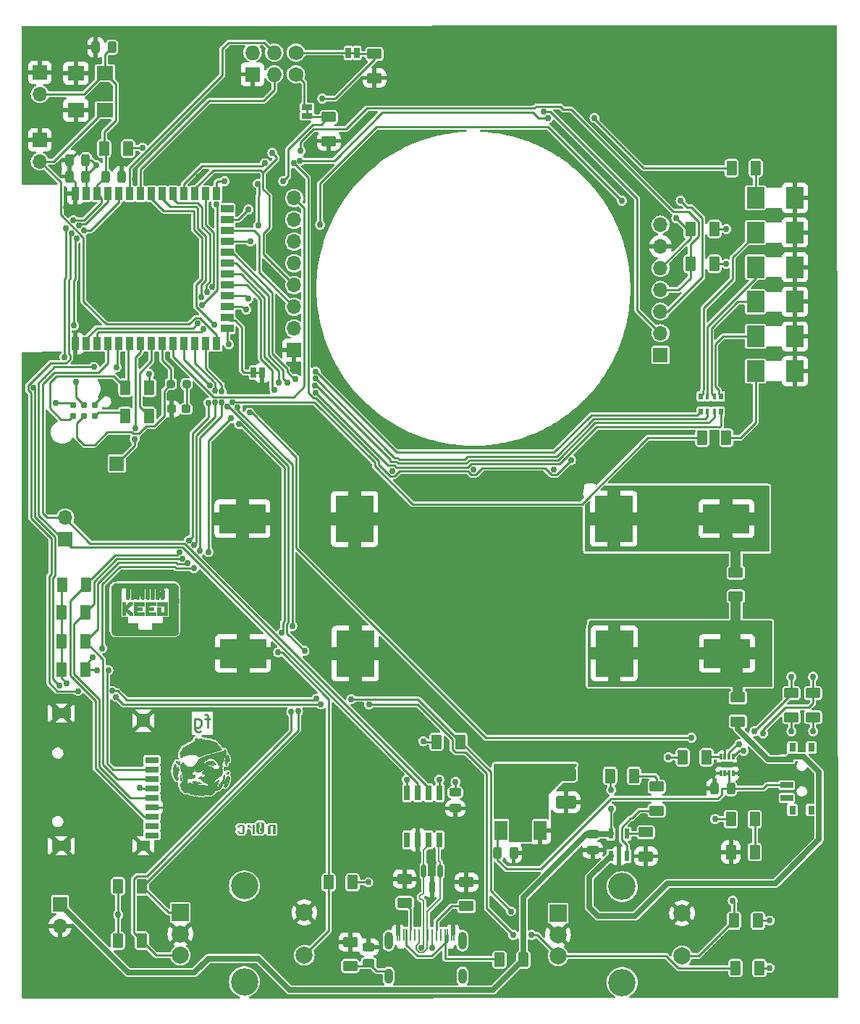
<source format=gbr>
%TF.GenerationSoftware,KiCad,Pcbnew,7.0.7*%
%TF.CreationDate,2023-11-04T20:56:19-05:00*%
%TF.ProjectId,ProjectNeoRogue,50726f6a-6563-4744-9e65-6f526f677565,v1*%
%TF.SameCoordinates,Original*%
%TF.FileFunction,Copper,L4,Bot*%
%TF.FilePolarity,Positive*%
%FSLAX46Y46*%
G04 Gerber Fmt 4.6, Leading zero omitted, Abs format (unit mm)*
G04 Created by KiCad (PCBNEW 7.0.7) date 2023-11-04 20:56:19*
%MOMM*%
%LPD*%
G01*
G04 APERTURE LIST*
G04 Aperture macros list*
%AMRoundRect*
0 Rectangle with rounded corners*
0 $1 Rounding radius*
0 $2 $3 $4 $5 $6 $7 $8 $9 X,Y pos of 4 corners*
0 Add a 4 corners polygon primitive as box body*
4,1,4,$2,$3,$4,$5,$6,$7,$8,$9,$2,$3,0*
0 Add four circle primitives for the rounded corners*
1,1,$1+$1,$2,$3*
1,1,$1+$1,$4,$5*
1,1,$1+$1,$6,$7*
1,1,$1+$1,$8,$9*
0 Add four rect primitives between the rounded corners*
20,1,$1+$1,$2,$3,$4,$5,0*
20,1,$1+$1,$4,$5,$6,$7,0*
20,1,$1+$1,$6,$7,$8,$9,0*
20,1,$1+$1,$8,$9,$2,$3,0*%
G04 Aperture macros list end*
%ADD10C,0.250000*%
%TA.AperFunction,NonConductor*%
%ADD11C,0.250000*%
%TD*%
%TA.AperFunction,EtchedComponent*%
%ADD12C,0.254000*%
%TD*%
%TA.AperFunction,EtchedComponent*%
%ADD13C,0.010000*%
%TD*%
%TA.AperFunction,SMDPad,CuDef*%
%ADD14R,0.635000X1.270000*%
%TD*%
%TA.AperFunction,SMDPad,CuDef*%
%ADD15RoundRect,0.150000X-0.150000X0.587500X-0.150000X-0.587500X0.150000X-0.587500X0.150000X0.587500X0*%
%TD*%
%TA.AperFunction,ComponentPad*%
%ADD16O,1.727200X1.727200*%
%TD*%
%TA.AperFunction,ComponentPad*%
%ADD17R,1.727200X1.727200*%
%TD*%
%TA.AperFunction,ComponentPad*%
%ADD18C,1.727200*%
%TD*%
%TA.AperFunction,ComponentPad*%
%ADD19R,1.700000X1.700000*%
%TD*%
%TA.AperFunction,ComponentPad*%
%ADD20O,1.700000X1.700000*%
%TD*%
%TA.AperFunction,ComponentPad*%
%ADD21R,2.000000X2.000000*%
%TD*%
%TA.AperFunction,ComponentPad*%
%ADD22C,2.000000*%
%TD*%
%TA.AperFunction,ComponentPad*%
%ADD23C,3.200000*%
%TD*%
%TA.AperFunction,SMDPad,CuDef*%
%ADD24RoundRect,0.250000X0.375000X0.625000X-0.375000X0.625000X-0.375000X-0.625000X0.375000X-0.625000X0*%
%TD*%
%TA.AperFunction,SMDPad,CuDef*%
%ADD25R,1.270000X0.635000*%
%TD*%
%TA.AperFunction,ConnectorPad*%
%ADD26C,0.787400*%
%TD*%
%TA.AperFunction,SMDPad,CuDef*%
%ADD27RoundRect,0.243750X0.243750X0.456250X-0.243750X0.456250X-0.243750X-0.456250X0.243750X-0.456250X0*%
%TD*%
%TA.AperFunction,SMDPad,CuDef*%
%ADD28R,2.000000X2.500000*%
%TD*%
%TA.AperFunction,SMDPad,CuDef*%
%ADD29RoundRect,0.250000X-0.375000X-0.625000X0.375000X-0.625000X0.375000X0.625000X-0.375000X0.625000X0*%
%TD*%
%TA.AperFunction,SMDPad,CuDef*%
%ADD30R,5.500000X3.500000*%
%TD*%
%TA.AperFunction,SMDPad,CuDef*%
%ADD31R,4.500000X5.500000*%
%TD*%
%TA.AperFunction,SMDPad,CuDef*%
%ADD32R,1.600000X0.700000*%
%TD*%
%TA.AperFunction,SMDPad,CuDef*%
%ADD33R,2.200000X1.200000*%
%TD*%
%TA.AperFunction,SMDPad,CuDef*%
%ADD34R,1.500000X1.200000*%
%TD*%
%TA.AperFunction,SMDPad,CuDef*%
%ADD35R,1.500000X1.600000*%
%TD*%
%TA.AperFunction,SMDPad,CuDef*%
%ADD36RoundRect,0.250000X0.625000X-0.375000X0.625000X0.375000X-0.625000X0.375000X-0.625000X-0.375000X0*%
%TD*%
%TA.AperFunction,SMDPad,CuDef*%
%ADD37RoundRect,0.243750X-0.243750X-0.456250X0.243750X-0.456250X0.243750X0.456250X-0.243750X0.456250X0*%
%TD*%
%TA.AperFunction,SMDPad,CuDef*%
%ADD38RoundRect,0.250000X-0.625000X0.375000X-0.625000X-0.375000X0.625000X-0.375000X0.625000X0.375000X0*%
%TD*%
%TA.AperFunction,SMDPad,CuDef*%
%ADD39RoundRect,0.243750X-0.456250X0.243750X-0.456250X-0.243750X0.456250X-0.243750X0.456250X0.243750X0*%
%TD*%
%TA.AperFunction,SMDPad,CuDef*%
%ADD40RoundRect,0.237500X0.300000X0.237500X-0.300000X0.237500X-0.300000X-0.237500X0.300000X-0.237500X0*%
%TD*%
%TA.AperFunction,SMDPad,CuDef*%
%ADD41R,0.500000X0.800000*%
%TD*%
%TA.AperFunction,SMDPad,CuDef*%
%ADD42R,0.400000X0.800000*%
%TD*%
%TA.AperFunction,SMDPad,CuDef*%
%ADD43R,1.948000X1.700000*%
%TD*%
%TA.AperFunction,SMDPad,CuDef*%
%ADD44R,0.900000X1.500000*%
%TD*%
%TA.AperFunction,SMDPad,CuDef*%
%ADD45R,1.500000X0.900000*%
%TD*%
%TA.AperFunction,SMDPad,CuDef*%
%ADD46R,0.900000X0.900000*%
%TD*%
%TA.AperFunction,SMDPad,CuDef*%
%ADD47R,0.650000X1.750000*%
%TD*%
%TA.AperFunction,SMDPad,CuDef*%
%ADD48RoundRect,0.237500X-0.250000X-0.237500X0.250000X-0.237500X0.250000X0.237500X-0.250000X0.237500X0*%
%TD*%
%TA.AperFunction,SMDPad,CuDef*%
%ADD49RoundRect,0.243750X0.456250X-0.243750X0.456250X0.243750X-0.456250X0.243750X-0.456250X-0.243750X0*%
%TD*%
%TA.AperFunction,SMDPad,CuDef*%
%ADD50R,0.600000X1.200000*%
%TD*%
%TA.AperFunction,SMDPad,CuDef*%
%ADD51RoundRect,0.250001X-0.924999X0.499999X-0.924999X-0.499999X0.924999X-0.499999X0.924999X0.499999X0*%
%TD*%
%TA.AperFunction,SMDPad,CuDef*%
%ADD52R,0.800000X1.000000*%
%TD*%
%TA.AperFunction,SMDPad,CuDef*%
%ADD53R,1.500000X0.700000*%
%TD*%
%TA.AperFunction,SMDPad,CuDef*%
%ADD54R,0.250000X1.400000*%
%TD*%
%TA.AperFunction,ComponentPad*%
%ADD55O,1.000000X1.800000*%
%TD*%
%TA.AperFunction,ComponentPad*%
%ADD56O,1.000000X2.100000*%
%TD*%
%TA.AperFunction,SMDPad,CuDef*%
%ADD57R,1.500000X2.200000*%
%TD*%
%TA.AperFunction,SMDPad,CuDef*%
%ADD58R,3.800000X2.200000*%
%TD*%
%TA.AperFunction,SMDPad,CuDef*%
%ADD59R,0.300000X0.700000*%
%TD*%
%TA.AperFunction,SMDPad,CuDef*%
%ADD60R,1.380000X0.800000*%
%TD*%
%TA.AperFunction,ViaPad*%
%ADD61C,0.750000*%
%TD*%
%TA.AperFunction,Conductor*%
%ADD62C,1.143000*%
%TD*%
%TA.AperFunction,Conductor*%
%ADD63C,0.250000*%
%TD*%
%TA.AperFunction,Conductor*%
%ADD64C,0.635000*%
%TD*%
%TA.AperFunction,Conductor*%
%ADD65C,0.200000*%
%TD*%
G04 APERTURE END LIST*
D10*
D11*
X144848619Y-126809634D02*
X144261952Y-126809634D01*
X144628619Y-127836301D02*
X144628619Y-126516301D01*
X144628619Y-126516301D02*
X144555286Y-126369634D01*
X144555286Y-126369634D02*
X144408619Y-126296301D01*
X144408619Y-126296301D02*
X144261952Y-126296301D01*
X143088619Y-126809634D02*
X143088619Y-128056301D01*
X143088619Y-128056301D02*
X143161952Y-128202968D01*
X143161952Y-128202968D02*
X143235286Y-128276301D01*
X143235286Y-128276301D02*
X143381952Y-128349634D01*
X143381952Y-128349634D02*
X143601952Y-128349634D01*
X143601952Y-128349634D02*
X143748619Y-128276301D01*
X143088619Y-127762968D02*
X143235286Y-127836301D01*
X143235286Y-127836301D02*
X143528619Y-127836301D01*
X143528619Y-127836301D02*
X143675286Y-127762968D01*
X143675286Y-127762968D02*
X143748619Y-127689634D01*
X143748619Y-127689634D02*
X143821952Y-127542968D01*
X143821952Y-127542968D02*
X143821952Y-127102968D01*
X143821952Y-127102968D02*
X143748619Y-126956301D01*
X143748619Y-126956301D02*
X143675286Y-126882968D01*
X143675286Y-126882968D02*
X143528619Y-126809634D01*
X143528619Y-126809634D02*
X143235286Y-126809634D01*
X143235286Y-126809634D02*
X143088619Y-126882968D01*
D12*
%TO.C,JP1*%
X150958000Y-86380000D02*
X149942000Y-86380000D01*
%TA.AperFunction,EtchedComponent*%
%TO.C,REF\u002A\u002A*%
G36*
X149535859Y-139356759D02*
G01*
X149684688Y-139356759D01*
X149684688Y-139505587D01*
X149238204Y-139505587D01*
X149238204Y-139207931D01*
X149535859Y-139207931D01*
X149535859Y-139356759D01*
G37*
%TD.AperFunction*%
%TA.AperFunction,EtchedComponent*%
G36*
X150131172Y-140249727D02*
G01*
X149833516Y-140249727D01*
X149833516Y-139654415D01*
X149684688Y-139654415D01*
X149684688Y-139505587D01*
X149833516Y-139505587D01*
X149833516Y-139207931D01*
X150131172Y-139207931D01*
X150131172Y-140249727D01*
G37*
%TD.AperFunction*%
%TA.AperFunction,EtchedComponent*%
G36*
X152512422Y-140249727D02*
G01*
X152214765Y-140249727D01*
X152214765Y-139356759D01*
X151917110Y-139356759D01*
X151917110Y-140249727D01*
X151619454Y-140249727D01*
X151619454Y-139356759D01*
X151768281Y-139356759D01*
X151768281Y-139207931D01*
X152512422Y-139207931D01*
X152512422Y-140249727D01*
G37*
%TD.AperFunction*%
%TA.AperFunction,EtchedComponent*%
G36*
X148791719Y-139356759D02*
G01*
X148940548Y-139356759D01*
X148940548Y-140100899D01*
X148791719Y-140100899D01*
X148791719Y-140249727D01*
X148196407Y-140249727D01*
X148196407Y-140100899D01*
X148047578Y-140100899D01*
X148047578Y-139952071D01*
X148345235Y-139952071D01*
X148345235Y-140100899D01*
X148642891Y-140100899D01*
X148642891Y-139356759D01*
X148345235Y-139356759D01*
X148345235Y-139505587D01*
X148047578Y-139505587D01*
X148047578Y-139356759D01*
X148196407Y-139356759D01*
X148196407Y-139207931D01*
X148791719Y-139207931D01*
X148791719Y-139356759D01*
G37*
%TD.AperFunction*%
%TA.AperFunction,EtchedComponent*%
G36*
X151172969Y-139059102D02*
G01*
X151172969Y-140100899D01*
X151024140Y-140100899D01*
X151024140Y-140249727D01*
X150428829Y-140249727D01*
X150428829Y-140100899D01*
X150577656Y-140100899D01*
X150875313Y-140100899D01*
X150875313Y-139952071D01*
X150726485Y-139952071D01*
X150726485Y-139654415D01*
X150875313Y-139654415D01*
X150875313Y-139059102D01*
X150577656Y-139059102D01*
X150577656Y-139207931D01*
X150726485Y-139207931D01*
X150726485Y-139505587D01*
X150577656Y-139505587D01*
X150577656Y-140100899D01*
X150428829Y-140100899D01*
X150280000Y-140100899D01*
X150280000Y-139059102D01*
X150428829Y-139059102D01*
X150428829Y-138910274D01*
X151024140Y-138910274D01*
X151024140Y-139059102D01*
X151172969Y-139059102D01*
G37*
%TD.AperFunction*%
%TO.C,G\u002A\u002A\u002A*%
D13*
X144946198Y-132235661D02*
X144961413Y-132256167D01*
X144958586Y-132287608D01*
X144949092Y-132298870D01*
X144922302Y-132303483D01*
X144900651Y-132293830D01*
X144893670Y-132267668D01*
X144899603Y-132242815D01*
X144922302Y-132231852D01*
X144946198Y-132235661D01*
%TA.AperFunction,EtchedComponent*%
G36*
X144946198Y-132235661D02*
G01*
X144961413Y-132256167D01*
X144958586Y-132287608D01*
X144949092Y-132298870D01*
X144922302Y-132303483D01*
X144900651Y-132293830D01*
X144893670Y-132267668D01*
X144899603Y-132242815D01*
X144922302Y-132231852D01*
X144946198Y-132235661D01*
G37*
%TD.AperFunction*%
X146983005Y-133023133D02*
X147019879Y-133045728D01*
X147047896Y-133078060D01*
X147059020Y-133112820D01*
X147050741Y-133137860D01*
X147022739Y-133171231D01*
X146979476Y-133204897D01*
X146925670Y-133234552D01*
X146878444Y-133252307D01*
X146833134Y-133256729D01*
X146798840Y-133241278D01*
X146772151Y-133205303D01*
X146769413Y-133199934D01*
X146760244Y-133175589D01*
X146763411Y-133154305D01*
X146780076Y-133124180D01*
X146810639Y-133087815D01*
X146856927Y-133052194D01*
X146907617Y-133026709D01*
X146953629Y-133016968D01*
X146983005Y-133023133D01*
%TA.AperFunction,EtchedComponent*%
G36*
X146983005Y-133023133D02*
G01*
X147019879Y-133045728D01*
X147047896Y-133078060D01*
X147059020Y-133112820D01*
X147050741Y-133137860D01*
X147022739Y-133171231D01*
X146979476Y-133204897D01*
X146925670Y-133234552D01*
X146878444Y-133252307D01*
X146833134Y-133256729D01*
X146798840Y-133241278D01*
X146772151Y-133205303D01*
X146769413Y-133199934D01*
X146760244Y-133175589D01*
X146763411Y-133154305D01*
X146780076Y-133124180D01*
X146810639Y-133087815D01*
X146856927Y-133052194D01*
X146907617Y-133026709D01*
X146953629Y-133016968D01*
X146983005Y-133023133D01*
G37*
%TD.AperFunction*%
X143298151Y-129060785D02*
X143326605Y-129079224D01*
X143337920Y-129104358D01*
X143334461Y-129114660D01*
X143315318Y-129141515D01*
X143283553Y-129176550D01*
X143243897Y-129215241D01*
X143201079Y-129253066D01*
X143159832Y-129285502D01*
X143124885Y-129308026D01*
X143108518Y-129316231D01*
X143069791Y-129328892D01*
X143046045Y-129322947D01*
X143035316Y-129298180D01*
X143035127Y-129291378D01*
X143046092Y-129257975D01*
X143072059Y-129216257D01*
X143108404Y-129171126D01*
X143150501Y-129127488D01*
X143193725Y-129090246D01*
X143233452Y-129064304D01*
X143265057Y-129054568D01*
X143298151Y-129060785D01*
%TA.AperFunction,EtchedComponent*%
G36*
X143298151Y-129060785D02*
G01*
X143326605Y-129079224D01*
X143337920Y-129104358D01*
X143334461Y-129114660D01*
X143315318Y-129141515D01*
X143283553Y-129176550D01*
X143243897Y-129215241D01*
X143201079Y-129253066D01*
X143159832Y-129285502D01*
X143124885Y-129308026D01*
X143108518Y-129316231D01*
X143069791Y-129328892D01*
X143046045Y-129322947D01*
X143035316Y-129298180D01*
X143035127Y-129291378D01*
X143046092Y-129257975D01*
X143072059Y-129216257D01*
X143108404Y-129171126D01*
X143150501Y-129127488D01*
X143193725Y-129090246D01*
X143233452Y-129064304D01*
X143265057Y-129054568D01*
X143298151Y-129060785D01*
G37*
%TD.AperFunction*%
X141433219Y-133357082D02*
X141435295Y-133359820D01*
X141449177Y-133388526D01*
X141461796Y-133434852D01*
X141473504Y-133500743D01*
X141484659Y-133588144D01*
X141495614Y-133698999D01*
X141500596Y-133746161D01*
X141509116Y-133806198D01*
X141518595Y-133855947D01*
X141527752Y-133887875D01*
X141540896Y-133922764D01*
X141545074Y-133952912D01*
X141533935Y-133974482D01*
X141505945Y-133995007D01*
X141483355Y-134007905D01*
X141452117Y-134018242D01*
X141425894Y-134010802D01*
X141395422Y-133984723D01*
X141381252Y-133967109D01*
X141356742Y-133912174D01*
X141340647Y-133835171D01*
X141333195Y-133737475D01*
X141334617Y-133620460D01*
X141335765Y-133598345D01*
X141343751Y-133503423D01*
X141355507Y-133429136D01*
X141370683Y-133376421D01*
X141388927Y-133346217D01*
X141409889Y-133339458D01*
X141433219Y-133357082D01*
%TA.AperFunction,EtchedComponent*%
G36*
X141433219Y-133357082D02*
G01*
X141435295Y-133359820D01*
X141449177Y-133388526D01*
X141461796Y-133434852D01*
X141473504Y-133500743D01*
X141484659Y-133588144D01*
X141495614Y-133698999D01*
X141500596Y-133746161D01*
X141509116Y-133806198D01*
X141518595Y-133855947D01*
X141527752Y-133887875D01*
X141540896Y-133922764D01*
X141545074Y-133952912D01*
X141533935Y-133974482D01*
X141505945Y-133995007D01*
X141483355Y-134007905D01*
X141452117Y-134018242D01*
X141425894Y-134010802D01*
X141395422Y-133984723D01*
X141381252Y-133967109D01*
X141356742Y-133912174D01*
X141340647Y-133835171D01*
X141333195Y-133737475D01*
X141334617Y-133620460D01*
X141335765Y-133598345D01*
X141343751Y-133503423D01*
X141355507Y-133429136D01*
X141370683Y-133376421D01*
X141388927Y-133346217D01*
X141409889Y-133339458D01*
X141433219Y-133357082D01*
G37*
%TD.AperFunction*%
X143083974Y-134131874D02*
X143176967Y-134138657D01*
X143269003Y-134148793D01*
X143355434Y-134162077D01*
X143431614Y-134178304D01*
X143491674Y-134195576D01*
X143564688Y-134221459D01*
X143634654Y-134250975D01*
X143698053Y-134282219D01*
X143751363Y-134313281D01*
X143791066Y-134342256D01*
X143813639Y-134367236D01*
X143815564Y-134386314D01*
X143805596Y-134394338D01*
X143785164Y-134399080D01*
X143751462Y-134400234D01*
X143701528Y-134397749D01*
X143632401Y-134391575D01*
X143541120Y-134381662D01*
X143432161Y-134368154D01*
X143299857Y-134348699D01*
X143177974Y-134327372D01*
X143068160Y-134304675D01*
X142972065Y-134281107D01*
X142891338Y-134257169D01*
X142827628Y-134233363D01*
X142782585Y-134210187D01*
X142757857Y-134188143D01*
X142755094Y-134167732D01*
X142775945Y-134149453D01*
X142795376Y-134142360D01*
X142845725Y-134133687D01*
X142913706Y-134129185D01*
X142994671Y-134128649D01*
X143083974Y-134131874D01*
%TA.AperFunction,EtchedComponent*%
G36*
X143083974Y-134131874D02*
G01*
X143176967Y-134138657D01*
X143269003Y-134148793D01*
X143355434Y-134162077D01*
X143431614Y-134178304D01*
X143491674Y-134195576D01*
X143564688Y-134221459D01*
X143634654Y-134250975D01*
X143698053Y-134282219D01*
X143751363Y-134313281D01*
X143791066Y-134342256D01*
X143813639Y-134367236D01*
X143815564Y-134386314D01*
X143805596Y-134394338D01*
X143785164Y-134399080D01*
X143751462Y-134400234D01*
X143701528Y-134397749D01*
X143632401Y-134391575D01*
X143541120Y-134381662D01*
X143432161Y-134368154D01*
X143299857Y-134348699D01*
X143177974Y-134327372D01*
X143068160Y-134304675D01*
X142972065Y-134281107D01*
X142891338Y-134257169D01*
X142827628Y-134233363D01*
X142782585Y-134210187D01*
X142757857Y-134188143D01*
X142755094Y-134167732D01*
X142775945Y-134149453D01*
X142795376Y-134142360D01*
X142845725Y-134133687D01*
X142913706Y-134129185D01*
X142994671Y-134128649D01*
X143083974Y-134131874D01*
G37*
%TD.AperFunction*%
X140965232Y-131764411D02*
X141019230Y-131780362D01*
X141039351Y-131786034D01*
X141106226Y-131794386D01*
X141179968Y-131791914D01*
X141248770Y-131778703D01*
X141269974Y-131778055D01*
X141299570Y-131789798D01*
X141310070Y-131799377D01*
X141319203Y-131817756D01*
X141323178Y-131847996D01*
X141323498Y-131896822D01*
X141319535Y-131949659D01*
X141307861Y-132018809D01*
X141290634Y-132087227D01*
X141269976Y-132146693D01*
X141248010Y-132188991D01*
X141241280Y-132197665D01*
X141220100Y-132212491D01*
X141197514Y-132206958D01*
X141171260Y-132179837D01*
X141139076Y-132129901D01*
X141111901Y-132084924D01*
X141078500Y-132037983D01*
X141046243Y-132006153D01*
X141009919Y-131984622D01*
X140964315Y-131968578D01*
X140949326Y-131964151D01*
X140888695Y-131941706D01*
X140851715Y-131917205D01*
X140836942Y-131888219D01*
X140842928Y-131852316D01*
X140868228Y-131807066D01*
X140875432Y-131796888D01*
X140899698Y-131771548D01*
X140927509Y-131761098D01*
X140965232Y-131764411D01*
%TA.AperFunction,EtchedComponent*%
G36*
X140965232Y-131764411D02*
G01*
X141019230Y-131780362D01*
X141039351Y-131786034D01*
X141106226Y-131794386D01*
X141179968Y-131791914D01*
X141248770Y-131778703D01*
X141269974Y-131778055D01*
X141299570Y-131789798D01*
X141310070Y-131799377D01*
X141319203Y-131817756D01*
X141323178Y-131847996D01*
X141323498Y-131896822D01*
X141319535Y-131949659D01*
X141307861Y-132018809D01*
X141290634Y-132087227D01*
X141269976Y-132146693D01*
X141248010Y-132188991D01*
X141241280Y-132197665D01*
X141220100Y-132212491D01*
X141197514Y-132206958D01*
X141171260Y-132179837D01*
X141139076Y-132129901D01*
X141111901Y-132084924D01*
X141078500Y-132037983D01*
X141046243Y-132006153D01*
X141009919Y-131984622D01*
X140964315Y-131968578D01*
X140949326Y-131964151D01*
X140888695Y-131941706D01*
X140851715Y-131917205D01*
X140836942Y-131888219D01*
X140842928Y-131852316D01*
X140868228Y-131807066D01*
X140875432Y-131796888D01*
X140899698Y-131771548D01*
X140927509Y-131761098D01*
X140965232Y-131764411D01*
G37*
%TD.AperFunction*%
X146870877Y-133524973D02*
X146875535Y-133531378D01*
X146894464Y-133574146D01*
X146909615Y-133635954D01*
X146920420Y-133711753D01*
X146926314Y-133796493D01*
X146926730Y-133885123D01*
X146921101Y-133972594D01*
X146916985Y-134008422D01*
X146906138Y-134072628D01*
X146890596Y-134126026D01*
X146867775Y-134178607D01*
X146852666Y-134206231D01*
X146809096Y-134268531D01*
X146756525Y-134327418D01*
X146701270Y-134376238D01*
X146649647Y-134408341D01*
X146640534Y-134412011D01*
X146595183Y-134421516D01*
X146547114Y-134421135D01*
X146505314Y-134411634D01*
X146478768Y-134393779D01*
X146473067Y-134384650D01*
X146461499Y-134339766D01*
X146465537Y-134277513D01*
X146485297Y-134197092D01*
X146520893Y-134097702D01*
X146534167Y-134064835D01*
X146584858Y-133946471D01*
X146634236Y-133842092D01*
X146680565Y-133755219D01*
X146722111Y-133689374D01*
X146736727Y-133667410D01*
X146762031Y-133622812D01*
X146778789Y-133584638D01*
X146780753Y-133579113D01*
X146799495Y-133543275D01*
X146821867Y-133518266D01*
X146836256Y-133508988D01*
X146852955Y-133507305D01*
X146870877Y-133524973D01*
%TA.AperFunction,EtchedComponent*%
G36*
X146870877Y-133524973D02*
G01*
X146875535Y-133531378D01*
X146894464Y-133574146D01*
X146909615Y-133635954D01*
X146920420Y-133711753D01*
X146926314Y-133796493D01*
X146926730Y-133885123D01*
X146921101Y-133972594D01*
X146916985Y-134008422D01*
X146906138Y-134072628D01*
X146890596Y-134126026D01*
X146867775Y-134178607D01*
X146852666Y-134206231D01*
X146809096Y-134268531D01*
X146756525Y-134327418D01*
X146701270Y-134376238D01*
X146649647Y-134408341D01*
X146640534Y-134412011D01*
X146595183Y-134421516D01*
X146547114Y-134421135D01*
X146505314Y-134411634D01*
X146478768Y-134393779D01*
X146473067Y-134384650D01*
X146461499Y-134339766D01*
X146465537Y-134277513D01*
X146485297Y-134197092D01*
X146520893Y-134097702D01*
X146534167Y-134064835D01*
X146584858Y-133946471D01*
X146634236Y-133842092D01*
X146680565Y-133755219D01*
X146722111Y-133689374D01*
X146736727Y-133667410D01*
X146762031Y-133622812D01*
X146778789Y-133584638D01*
X146780753Y-133579113D01*
X146799495Y-133543275D01*
X146821867Y-133518266D01*
X146836256Y-133508988D01*
X146852955Y-133507305D01*
X146870877Y-133524973D01*
G37*
%TD.AperFunction*%
X147053523Y-133545571D02*
X147078694Y-133568587D01*
X147093676Y-133606236D01*
X147102774Y-133666549D01*
X147104959Y-133743205D01*
X147100755Y-133832156D01*
X147090691Y-133929351D01*
X147075293Y-134030740D01*
X147055089Y-134132273D01*
X147030604Y-134229899D01*
X147002366Y-134319568D01*
X146970902Y-134397231D01*
X146954277Y-134430871D01*
X146909954Y-134508481D01*
X146859071Y-134584765D01*
X146805081Y-134655382D01*
X146751434Y-134715987D01*
X146701580Y-134762240D01*
X146658970Y-134789796D01*
X146658419Y-134790040D01*
X146626954Y-134801944D01*
X146604365Y-134807170D01*
X146593312Y-134806352D01*
X146553868Y-134790824D01*
X146512139Y-134760456D01*
X146474472Y-134721478D01*
X146447216Y-134680123D01*
X146436720Y-134642620D01*
X146437627Y-134629478D01*
X146448943Y-134599643D01*
X146475688Y-134572313D01*
X146520990Y-134544838D01*
X146587975Y-134514573D01*
X146647080Y-134489223D01*
X146746205Y-134440442D01*
X146823333Y-134392117D01*
X146880609Y-134342556D01*
X146920173Y-134290064D01*
X146944170Y-134232946D01*
X146946607Y-134221259D01*
X146951603Y-134181729D01*
X146956730Y-134123493D01*
X146961668Y-134050953D01*
X146966099Y-133968510D01*
X146969703Y-133880568D01*
X146971585Y-133829631D01*
X146975125Y-133748074D01*
X146978883Y-133676460D01*
X146982626Y-133618651D01*
X146986119Y-133578508D01*
X146989129Y-133559893D01*
X146998426Y-133546924D01*
X147023831Y-133538065D01*
X147053523Y-133545571D01*
%TA.AperFunction,EtchedComponent*%
G36*
X147053523Y-133545571D02*
G01*
X147078694Y-133568587D01*
X147093676Y-133606236D01*
X147102774Y-133666549D01*
X147104959Y-133743205D01*
X147100755Y-133832156D01*
X147090691Y-133929351D01*
X147075293Y-134030740D01*
X147055089Y-134132273D01*
X147030604Y-134229899D01*
X147002366Y-134319568D01*
X146970902Y-134397231D01*
X146954277Y-134430871D01*
X146909954Y-134508481D01*
X146859071Y-134584765D01*
X146805081Y-134655382D01*
X146751434Y-134715987D01*
X146701580Y-134762240D01*
X146658970Y-134789796D01*
X146658419Y-134790040D01*
X146626954Y-134801944D01*
X146604365Y-134807170D01*
X146593312Y-134806352D01*
X146553868Y-134790824D01*
X146512139Y-134760456D01*
X146474472Y-134721478D01*
X146447216Y-134680123D01*
X146436720Y-134642620D01*
X146437627Y-134629478D01*
X146448943Y-134599643D01*
X146475688Y-134572313D01*
X146520990Y-134544838D01*
X146587975Y-134514573D01*
X146647080Y-134489223D01*
X146746205Y-134440442D01*
X146823333Y-134392117D01*
X146880609Y-134342556D01*
X146920173Y-134290064D01*
X146944170Y-134232946D01*
X146946607Y-134221259D01*
X146951603Y-134181729D01*
X146956730Y-134123493D01*
X146961668Y-134050953D01*
X146966099Y-133968510D01*
X146969703Y-133880568D01*
X146971585Y-133829631D01*
X146975125Y-133748074D01*
X146978883Y-133676460D01*
X146982626Y-133618651D01*
X146986119Y-133578508D01*
X146989129Y-133559893D01*
X146998426Y-133546924D01*
X147023831Y-133538065D01*
X147053523Y-133545571D01*
G37*
%TD.AperFunction*%
X146526642Y-133344012D02*
X146538441Y-133366533D01*
X146545193Y-133390616D01*
X146550358Y-133455178D01*
X146544055Y-133538009D01*
X146526413Y-133636227D01*
X146523989Y-133647590D01*
X146512947Y-133712044D01*
X146505497Y-133776930D01*
X146503141Y-133829768D01*
X146503231Y-133849357D01*
X146500767Y-133888742D01*
X146492788Y-133925663D01*
X146477110Y-133968392D01*
X146451550Y-134025200D01*
X146441123Y-134048295D01*
X146412093Y-134119457D01*
X146383778Y-134197082D01*
X146361063Y-134268065D01*
X146315477Y-134408064D01*
X146246703Y-134575558D01*
X146166970Y-134730474D01*
X146078458Y-134868666D01*
X145983348Y-134985990D01*
X145973771Y-134996172D01*
X145940002Y-135029532D01*
X145912590Y-135052877D01*
X145896731Y-135061668D01*
X145889765Y-135060035D01*
X145866852Y-135043379D01*
X145842190Y-135015432D01*
X145822480Y-134984545D01*
X145814420Y-134959069D01*
X145815231Y-134951720D01*
X145822449Y-134920931D01*
X145835534Y-134876265D01*
X145852520Y-134824661D01*
X145862760Y-134794823D01*
X145879270Y-134742651D01*
X145887385Y-134705109D01*
X145887491Y-134675886D01*
X145879974Y-134648676D01*
X145865220Y-134617168D01*
X145860368Y-134607353D01*
X145842902Y-134557072D01*
X145844476Y-134513483D01*
X145865081Y-134467943D01*
X145875230Y-134452866D01*
X145902820Y-134428322D01*
X145931803Y-134427595D01*
X145963575Y-134451006D01*
X145999531Y-134498875D01*
X146024041Y-134535827D01*
X146039987Y-134554786D01*
X146050365Y-134557735D01*
X146058821Y-134547675D01*
X146059457Y-134546429D01*
X146065038Y-134519056D01*
X146066815Y-134472133D01*
X146064571Y-134410821D01*
X146063457Y-134390174D01*
X146062570Y-134336692D01*
X146064569Y-134292607D01*
X146069201Y-134265865D01*
X146074554Y-134253636D01*
X146086368Y-134241351D01*
X146108265Y-134237166D01*
X146147825Y-134238437D01*
X146184289Y-134240112D01*
X146205752Y-134237300D01*
X146214827Y-134226488D01*
X146218264Y-134204418D01*
X146221667Y-134181159D01*
X146238762Y-134115000D01*
X146266313Y-134039596D01*
X146301502Y-133963118D01*
X146314073Y-133937890D01*
X146328240Y-133903669D01*
X146335768Y-133870798D01*
X146338356Y-133830375D01*
X146337702Y-133773499D01*
X146337333Y-133756908D01*
X146337536Y-133703596D01*
X146341428Y-133665356D01*
X146350340Y-133633987D01*
X146365600Y-133601286D01*
X146374619Y-133583107D01*
X146395415Y-133534853D01*
X146410026Y-133492455D01*
X146414810Y-133476545D01*
X146438574Y-133420648D01*
X146468383Y-133375154D01*
X146499661Y-133347467D01*
X146511436Y-133342022D01*
X146526642Y-133344012D01*
%TA.AperFunction,EtchedComponent*%
G36*
X146526642Y-133344012D02*
G01*
X146538441Y-133366533D01*
X146545193Y-133390616D01*
X146550358Y-133455178D01*
X146544055Y-133538009D01*
X146526413Y-133636227D01*
X146523989Y-133647590D01*
X146512947Y-133712044D01*
X146505497Y-133776930D01*
X146503141Y-133829768D01*
X146503231Y-133849357D01*
X146500767Y-133888742D01*
X146492788Y-133925663D01*
X146477110Y-133968392D01*
X146451550Y-134025200D01*
X146441123Y-134048295D01*
X146412093Y-134119457D01*
X146383778Y-134197082D01*
X146361063Y-134268065D01*
X146315477Y-134408064D01*
X146246703Y-134575558D01*
X146166970Y-134730474D01*
X146078458Y-134868666D01*
X145983348Y-134985990D01*
X145973771Y-134996172D01*
X145940002Y-135029532D01*
X145912590Y-135052877D01*
X145896731Y-135061668D01*
X145889765Y-135060035D01*
X145866852Y-135043379D01*
X145842190Y-135015432D01*
X145822480Y-134984545D01*
X145814420Y-134959069D01*
X145815231Y-134951720D01*
X145822449Y-134920931D01*
X145835534Y-134876265D01*
X145852520Y-134824661D01*
X145862760Y-134794823D01*
X145879270Y-134742651D01*
X145887385Y-134705109D01*
X145887491Y-134675886D01*
X145879974Y-134648676D01*
X145865220Y-134617168D01*
X145860368Y-134607353D01*
X145842902Y-134557072D01*
X145844476Y-134513483D01*
X145865081Y-134467943D01*
X145875230Y-134452866D01*
X145902820Y-134428322D01*
X145931803Y-134427595D01*
X145963575Y-134451006D01*
X145999531Y-134498875D01*
X146024041Y-134535827D01*
X146039987Y-134554786D01*
X146050365Y-134557735D01*
X146058821Y-134547675D01*
X146059457Y-134546429D01*
X146065038Y-134519056D01*
X146066815Y-134472133D01*
X146064571Y-134410821D01*
X146063457Y-134390174D01*
X146062570Y-134336692D01*
X146064569Y-134292607D01*
X146069201Y-134265865D01*
X146074554Y-134253636D01*
X146086368Y-134241351D01*
X146108265Y-134237166D01*
X146147825Y-134238437D01*
X146184289Y-134240112D01*
X146205752Y-134237300D01*
X146214827Y-134226488D01*
X146218264Y-134204418D01*
X146221667Y-134181159D01*
X146238762Y-134115000D01*
X146266313Y-134039596D01*
X146301502Y-133963118D01*
X146314073Y-133937890D01*
X146328240Y-133903669D01*
X146335768Y-133870798D01*
X146338356Y-133830375D01*
X146337702Y-133773499D01*
X146337333Y-133756908D01*
X146337536Y-133703596D01*
X146341428Y-133665356D01*
X146350340Y-133633987D01*
X146365600Y-133601286D01*
X146374619Y-133583107D01*
X146395415Y-133534853D01*
X146410026Y-133492455D01*
X146414810Y-133476545D01*
X146438574Y-133420648D01*
X146468383Y-133375154D01*
X146499661Y-133347467D01*
X146511436Y-133342022D01*
X146526642Y-133344012D01*
G37*
%TD.AperFunction*%
X140764509Y-132041337D02*
X140791161Y-132059888D01*
X140820097Y-132091444D01*
X140845515Y-132129115D01*
X140861614Y-132166012D01*
X140865594Y-132182435D01*
X140873199Y-132259898D01*
X140866878Y-132343116D01*
X140847306Y-132420068D01*
X140796415Y-132576952D01*
X140755091Y-132768167D01*
X140737909Y-132954952D01*
X140745039Y-133136130D01*
X140751138Y-133185673D01*
X140763042Y-133251051D01*
X140777828Y-133295427D01*
X140796550Y-133321553D01*
X140820264Y-133332176D01*
X140832173Y-133332379D01*
X140845284Y-133323040D01*
X140848085Y-133298872D01*
X140840634Y-133257054D01*
X140822986Y-133194768D01*
X140820165Y-133185479D01*
X140793034Y-133058493D01*
X140789593Y-132937581D01*
X140809751Y-132820107D01*
X140826520Y-132765357D01*
X140854581Y-132689980D01*
X140887145Y-132615697D01*
X140922107Y-132546335D01*
X140957359Y-132485723D01*
X140990797Y-132437689D01*
X141020314Y-132406061D01*
X141043804Y-132394668D01*
X141059109Y-132405030D01*
X141080695Y-132433201D01*
X141104791Y-132473311D01*
X141127875Y-132519483D01*
X141146422Y-132565839D01*
X141148662Y-132572812D01*
X141161997Y-132640836D01*
X141167159Y-132724157D01*
X141164626Y-132815155D01*
X141154875Y-132906209D01*
X141138381Y-132989699D01*
X141115622Y-133058003D01*
X141111113Y-133069076D01*
X141096321Y-133113274D01*
X141080451Y-133169574D01*
X141066243Y-133228516D01*
X141061920Y-133247297D01*
X141045153Y-133308914D01*
X141026168Y-133366288D01*
X141008298Y-133409035D01*
X140996645Y-133432809D01*
X140980846Y-133472930D01*
X140975890Y-133507725D01*
X140983195Y-133541855D01*
X141004181Y-133579982D01*
X141040267Y-133626768D01*
X141092871Y-133686876D01*
X141098725Y-133693463D01*
X141124368Y-133726197D01*
X141134786Y-133751118D01*
X141133422Y-133775776D01*
X141122213Y-133805436D01*
X141097728Y-133850097D01*
X141066154Y-133897932D01*
X141032998Y-133940688D01*
X141003768Y-133970111D01*
X140975496Y-133987340D01*
X140949836Y-133994868D01*
X140934682Y-133991833D01*
X140899137Y-133969897D01*
X140857557Y-133929614D01*
X140812378Y-133874362D01*
X140766035Y-133807519D01*
X140720965Y-133732462D01*
X140679601Y-133652571D01*
X140644381Y-133571222D01*
X140597192Y-133434245D01*
X140548080Y-133236018D01*
X140519872Y-133035853D01*
X140512835Y-132837421D01*
X140527237Y-132644389D01*
X140563346Y-132460427D01*
X140567865Y-132443636D01*
X140593795Y-132356964D01*
X140622587Y-132274177D01*
X140652675Y-132198721D01*
X140682497Y-132134038D01*
X140710488Y-132083572D01*
X140735085Y-132050768D01*
X140754722Y-132039068D01*
X140764509Y-132041337D01*
%TA.AperFunction,EtchedComponent*%
G36*
X140764509Y-132041337D02*
G01*
X140791161Y-132059888D01*
X140820097Y-132091444D01*
X140845515Y-132129115D01*
X140861614Y-132166012D01*
X140865594Y-132182435D01*
X140873199Y-132259898D01*
X140866878Y-132343116D01*
X140847306Y-132420068D01*
X140796415Y-132576952D01*
X140755091Y-132768167D01*
X140737909Y-132954952D01*
X140745039Y-133136130D01*
X140751138Y-133185673D01*
X140763042Y-133251051D01*
X140777828Y-133295427D01*
X140796550Y-133321553D01*
X140820264Y-133332176D01*
X140832173Y-133332379D01*
X140845284Y-133323040D01*
X140848085Y-133298872D01*
X140840634Y-133257054D01*
X140822986Y-133194768D01*
X140820165Y-133185479D01*
X140793034Y-133058493D01*
X140789593Y-132937581D01*
X140809751Y-132820107D01*
X140826520Y-132765357D01*
X140854581Y-132689980D01*
X140887145Y-132615697D01*
X140922107Y-132546335D01*
X140957359Y-132485723D01*
X140990797Y-132437689D01*
X141020314Y-132406061D01*
X141043804Y-132394668D01*
X141059109Y-132405030D01*
X141080695Y-132433201D01*
X141104791Y-132473311D01*
X141127875Y-132519483D01*
X141146422Y-132565839D01*
X141148662Y-132572812D01*
X141161997Y-132640836D01*
X141167159Y-132724157D01*
X141164626Y-132815155D01*
X141154875Y-132906209D01*
X141138381Y-132989699D01*
X141115622Y-133058003D01*
X141111113Y-133069076D01*
X141096321Y-133113274D01*
X141080451Y-133169574D01*
X141066243Y-133228516D01*
X141061920Y-133247297D01*
X141045153Y-133308914D01*
X141026168Y-133366288D01*
X141008298Y-133409035D01*
X140996645Y-133432809D01*
X140980846Y-133472930D01*
X140975890Y-133507725D01*
X140983195Y-133541855D01*
X141004181Y-133579982D01*
X141040267Y-133626768D01*
X141092871Y-133686876D01*
X141098725Y-133693463D01*
X141124368Y-133726197D01*
X141134786Y-133751118D01*
X141133422Y-133775776D01*
X141122213Y-133805436D01*
X141097728Y-133850097D01*
X141066154Y-133897932D01*
X141032998Y-133940688D01*
X141003768Y-133970111D01*
X140975496Y-133987340D01*
X140949836Y-133994868D01*
X140934682Y-133991833D01*
X140899137Y-133969897D01*
X140857557Y-133929614D01*
X140812378Y-133874362D01*
X140766035Y-133807519D01*
X140720965Y-133732462D01*
X140679601Y-133652571D01*
X140644381Y-133571222D01*
X140597192Y-133434245D01*
X140548080Y-133236018D01*
X140519872Y-133035853D01*
X140512835Y-132837421D01*
X140527237Y-132644389D01*
X140563346Y-132460427D01*
X140567865Y-132443636D01*
X140593795Y-132356964D01*
X140622587Y-132274177D01*
X140652675Y-132198721D01*
X140682497Y-132134038D01*
X140710488Y-132083572D01*
X140735085Y-132050768D01*
X140754722Y-132039068D01*
X140764509Y-132041337D01*
G37*
%TD.AperFunction*%
X143677219Y-129093632D02*
X143718920Y-129095604D01*
X143728756Y-129096039D01*
X143812954Y-129104174D01*
X143873425Y-129119209D01*
X143909902Y-129141047D01*
X143922120Y-129169592D01*
X143918826Y-129185131D01*
X143903070Y-129202375D01*
X143891786Y-129212105D01*
X143884020Y-129237292D01*
X143876795Y-129259382D01*
X143847130Y-129278823D01*
X143823893Y-129293207D01*
X143792768Y-129322395D01*
X143762906Y-129357960D01*
X143740469Y-129392452D01*
X143731620Y-129418423D01*
X143740842Y-129433549D01*
X143765885Y-129435491D01*
X143802277Y-129426010D01*
X143845545Y-129407067D01*
X143891219Y-129380623D01*
X143934824Y-129348638D01*
X143971890Y-129313074D01*
X143988118Y-129295499D01*
X144018386Y-129268884D01*
X144051337Y-129250430D01*
X144090650Y-129239717D01*
X144140007Y-129236324D01*
X144203088Y-129239831D01*
X144283574Y-129249817D01*
X144385146Y-129265862D01*
X144435490Y-129273119D01*
X144508809Y-129281533D01*
X144588552Y-129288970D01*
X144664546Y-129294391D01*
X144712826Y-129297335D01*
X144770470Y-129302061D01*
X144814624Y-129308389D01*
X144852484Y-129317838D01*
X144891250Y-129331929D01*
X144938120Y-129352183D01*
X145004047Y-129381578D01*
X145078333Y-129414246D01*
X145135508Y-129438475D01*
X145179051Y-129455507D01*
X145212444Y-129466584D01*
X145239168Y-129472948D01*
X145262703Y-129475841D01*
X145286529Y-129476505D01*
X145318570Y-129477070D01*
X145345213Y-129480402D01*
X145371369Y-129488777D01*
X145402435Y-129504470D01*
X145443806Y-129529757D01*
X145500878Y-129566914D01*
X145540039Y-129593928D01*
X145588887Y-129633927D01*
X145633117Y-129680352D01*
X145680999Y-129741203D01*
X145687244Y-129749542D01*
X145729325Y-129803295D01*
X145781522Y-129867031D01*
X145837794Y-129933474D01*
X145892100Y-129995353D01*
X145915486Y-130021583D01*
X145998660Y-130118206D01*
X146067134Y-130203461D01*
X146120103Y-130276188D01*
X146156763Y-130335229D01*
X146176309Y-130379422D01*
X146177939Y-130407609D01*
X146166471Y-130416969D01*
X146131421Y-130433122D01*
X146074573Y-130454326D01*
X145997496Y-130480094D01*
X145901758Y-130509939D01*
X145788928Y-130543375D01*
X145660574Y-130579914D01*
X145518266Y-130619069D01*
X145363570Y-130660355D01*
X145273780Y-130684005D01*
X145083170Y-130734466D01*
X144914149Y-130779668D01*
X144764592Y-130820260D01*
X144632372Y-130856889D01*
X144515365Y-130890205D01*
X144411446Y-130920854D01*
X144318487Y-130949484D01*
X144234365Y-130976745D01*
X144156954Y-131003284D01*
X144084128Y-131029749D01*
X144013762Y-131056788D01*
X143943730Y-131085049D01*
X143871908Y-131115181D01*
X143797663Y-131146194D01*
X143725940Y-131174159D01*
X143669391Y-131193275D01*
X143623899Y-131204911D01*
X143585347Y-131210437D01*
X143574232Y-131211251D01*
X143529364Y-131211651D01*
X143491335Y-131204498D01*
X143454014Y-131187122D01*
X143411270Y-131156854D01*
X143356970Y-131111026D01*
X143296332Y-131062380D01*
X143236629Y-131025856D01*
X143171626Y-130999096D01*
X143094637Y-130979356D01*
X142998979Y-130963886D01*
X142903414Y-130953930D01*
X142747580Y-130947813D01*
X142586072Y-130952427D01*
X142422713Y-130967049D01*
X142261327Y-130990959D01*
X142105736Y-131023434D01*
X141959765Y-131063753D01*
X141827235Y-131111195D01*
X141711970Y-131165038D01*
X141617794Y-131224561D01*
X141587343Y-131246773D01*
X141546614Y-131274529D01*
X141515470Y-131293577D01*
X141473935Y-131310667D01*
X141431723Y-131310871D01*
X141385636Y-131290114D01*
X141363707Y-131274539D01*
X141341889Y-131246791D01*
X141335768Y-131211508D01*
X141344959Y-131164258D01*
X141369072Y-131100610D01*
X141373993Y-131088940D01*
X141392856Y-131040219D01*
X141406476Y-130998676D01*
X141412184Y-130972268D01*
X141412358Y-130968092D01*
X141409351Y-130949697D01*
X141394443Y-130940782D01*
X141360885Y-130936661D01*
X141349470Y-130935466D01*
X141314564Y-130927252D01*
X141293412Y-130915348D01*
X141289569Y-130910320D01*
X141285910Y-130900467D01*
X141288410Y-130886409D01*
X141298853Y-130863788D01*
X141319026Y-130828243D01*
X141350712Y-130775418D01*
X141359663Y-130758957D01*
X141380511Y-130709186D01*
X141395196Y-130658791D01*
X141399268Y-130642344D01*
X141419787Y-130589404D01*
X141454343Y-130527405D01*
X141504538Y-130453690D01*
X141571975Y-130365601D01*
X141599667Y-130329559D01*
X141620513Y-130297036D01*
X141629093Y-130272531D01*
X141628238Y-130250232D01*
X141626547Y-130238449D01*
X141629891Y-130217284D01*
X141645768Y-130194834D01*
X141678161Y-130164242D01*
X141689802Y-130154767D01*
X141734469Y-130124726D01*
X141790189Y-130093239D01*
X141847602Y-130065748D01*
X141871884Y-130055095D01*
X141954519Y-130016580D01*
X142054323Y-129967394D01*
X142167879Y-129909302D01*
X142291768Y-129844072D01*
X142422571Y-129773469D01*
X142556870Y-129699261D01*
X142564153Y-129695192D01*
X142645797Y-129649918D01*
X142741511Y-129597317D01*
X142843705Y-129541537D01*
X142944786Y-129486721D01*
X143037163Y-129437014D01*
X143069612Y-129419532D01*
X143151346Y-129374595D01*
X143229775Y-129330296D01*
X143300095Y-129289413D01*
X143357502Y-129254720D01*
X143397191Y-129228994D01*
X143428540Y-129207149D01*
X143488782Y-129165124D01*
X143533798Y-129134598D01*
X143567779Y-129113834D01*
X143594920Y-129101094D01*
X143619411Y-129094639D01*
X143645447Y-129092731D01*
X143677219Y-129093632D01*
%TA.AperFunction,EtchedComponent*%
G36*
X143677219Y-129093632D02*
G01*
X143718920Y-129095604D01*
X143728756Y-129096039D01*
X143812954Y-129104174D01*
X143873425Y-129119209D01*
X143909902Y-129141047D01*
X143922120Y-129169592D01*
X143918826Y-129185131D01*
X143903070Y-129202375D01*
X143891786Y-129212105D01*
X143884020Y-129237292D01*
X143876795Y-129259382D01*
X143847130Y-129278823D01*
X143823893Y-129293207D01*
X143792768Y-129322395D01*
X143762906Y-129357960D01*
X143740469Y-129392452D01*
X143731620Y-129418423D01*
X143740842Y-129433549D01*
X143765885Y-129435491D01*
X143802277Y-129426010D01*
X143845545Y-129407067D01*
X143891219Y-129380623D01*
X143934824Y-129348638D01*
X143971890Y-129313074D01*
X143988118Y-129295499D01*
X144018386Y-129268884D01*
X144051337Y-129250430D01*
X144090650Y-129239717D01*
X144140007Y-129236324D01*
X144203088Y-129239831D01*
X144283574Y-129249817D01*
X144385146Y-129265862D01*
X144435490Y-129273119D01*
X144508809Y-129281533D01*
X144588552Y-129288970D01*
X144664546Y-129294391D01*
X144712826Y-129297335D01*
X144770470Y-129302061D01*
X144814624Y-129308389D01*
X144852484Y-129317838D01*
X144891250Y-129331929D01*
X144938120Y-129352183D01*
X145004047Y-129381578D01*
X145078333Y-129414246D01*
X145135508Y-129438475D01*
X145179051Y-129455507D01*
X145212444Y-129466584D01*
X145239168Y-129472948D01*
X145262703Y-129475841D01*
X145286529Y-129476505D01*
X145318570Y-129477070D01*
X145345213Y-129480402D01*
X145371369Y-129488777D01*
X145402435Y-129504470D01*
X145443806Y-129529757D01*
X145500878Y-129566914D01*
X145540039Y-129593928D01*
X145588887Y-129633927D01*
X145633117Y-129680352D01*
X145680999Y-129741203D01*
X145687244Y-129749542D01*
X145729325Y-129803295D01*
X145781522Y-129867031D01*
X145837794Y-129933474D01*
X145892100Y-129995353D01*
X145915486Y-130021583D01*
X145998660Y-130118206D01*
X146067134Y-130203461D01*
X146120103Y-130276188D01*
X146156763Y-130335229D01*
X146176309Y-130379422D01*
X146177939Y-130407609D01*
X146166471Y-130416969D01*
X146131421Y-130433122D01*
X146074573Y-130454326D01*
X145997496Y-130480094D01*
X145901758Y-130509939D01*
X145788928Y-130543375D01*
X145660574Y-130579914D01*
X145518266Y-130619069D01*
X145363570Y-130660355D01*
X145273780Y-130684005D01*
X145083170Y-130734466D01*
X144914149Y-130779668D01*
X144764592Y-130820260D01*
X144632372Y-130856889D01*
X144515365Y-130890205D01*
X144411446Y-130920854D01*
X144318487Y-130949484D01*
X144234365Y-130976745D01*
X144156954Y-131003284D01*
X144084128Y-131029749D01*
X144013762Y-131056788D01*
X143943730Y-131085049D01*
X143871908Y-131115181D01*
X143797663Y-131146194D01*
X143725940Y-131174159D01*
X143669391Y-131193275D01*
X143623899Y-131204911D01*
X143585347Y-131210437D01*
X143574232Y-131211251D01*
X143529364Y-131211651D01*
X143491335Y-131204498D01*
X143454014Y-131187122D01*
X143411270Y-131156854D01*
X143356970Y-131111026D01*
X143296332Y-131062380D01*
X143236629Y-131025856D01*
X143171626Y-130999096D01*
X143094637Y-130979356D01*
X142998979Y-130963886D01*
X142903414Y-130953930D01*
X142747580Y-130947813D01*
X142586072Y-130952427D01*
X142422713Y-130967049D01*
X142261327Y-130990959D01*
X142105736Y-131023434D01*
X141959765Y-131063753D01*
X141827235Y-131111195D01*
X141711970Y-131165038D01*
X141617794Y-131224561D01*
X141587343Y-131246773D01*
X141546614Y-131274529D01*
X141515470Y-131293577D01*
X141473935Y-131310667D01*
X141431723Y-131310871D01*
X141385636Y-131290114D01*
X141363707Y-131274539D01*
X141341889Y-131246791D01*
X141335768Y-131211508D01*
X141344959Y-131164258D01*
X141369072Y-131100610D01*
X141373993Y-131088940D01*
X141392856Y-131040219D01*
X141406476Y-130998676D01*
X141412184Y-130972268D01*
X141412358Y-130968092D01*
X141409351Y-130949697D01*
X141394443Y-130940782D01*
X141360885Y-130936661D01*
X141349470Y-130935466D01*
X141314564Y-130927252D01*
X141293412Y-130915348D01*
X141289569Y-130910320D01*
X141285910Y-130900467D01*
X141288410Y-130886409D01*
X141298853Y-130863788D01*
X141319026Y-130828243D01*
X141350712Y-130775418D01*
X141359663Y-130758957D01*
X141380511Y-130709186D01*
X141395196Y-130658791D01*
X141399268Y-130642344D01*
X141419787Y-130589404D01*
X141454343Y-130527405D01*
X141504538Y-130453690D01*
X141571975Y-130365601D01*
X141599667Y-130329559D01*
X141620513Y-130297036D01*
X141629093Y-130272531D01*
X141628238Y-130250232D01*
X141626547Y-130238449D01*
X141629891Y-130217284D01*
X141645768Y-130194834D01*
X141678161Y-130164242D01*
X141689802Y-130154767D01*
X141734469Y-130124726D01*
X141790189Y-130093239D01*
X141847602Y-130065748D01*
X141871884Y-130055095D01*
X141954519Y-130016580D01*
X142054323Y-129967394D01*
X142167879Y-129909302D01*
X142291768Y-129844072D01*
X142422571Y-129773469D01*
X142556870Y-129699261D01*
X142564153Y-129695192D01*
X142645797Y-129649918D01*
X142741511Y-129597317D01*
X142843705Y-129541537D01*
X142944786Y-129486721D01*
X143037163Y-129437014D01*
X143069612Y-129419532D01*
X143151346Y-129374595D01*
X143229775Y-129330296D01*
X143300095Y-129289413D01*
X143357502Y-129254720D01*
X143397191Y-129228994D01*
X143428540Y-129207149D01*
X143488782Y-129165124D01*
X143533798Y-129134598D01*
X143567779Y-129113834D01*
X143594920Y-129101094D01*
X143619411Y-129094639D01*
X143645447Y-129092731D01*
X143677219Y-129093632D01*
G37*
%TD.AperFunction*%
X146240351Y-132404410D02*
X146233644Y-132438093D01*
X146222447Y-132473722D01*
X146212824Y-132503056D01*
X146205187Y-132539533D01*
X146206698Y-132573551D01*
X146218124Y-132613486D01*
X146240233Y-132667718D01*
X146241020Y-132669559D01*
X146248834Y-132691470D01*
X146254145Y-132716861D01*
X146257192Y-132750109D01*
X146258214Y-132795591D01*
X146257449Y-132857685D01*
X146255138Y-132940768D01*
X146252933Y-133002448D01*
X146247698Y-133102752D01*
X146240701Y-133182209D01*
X146231431Y-133243799D01*
X146219380Y-133290499D01*
X146204037Y-133325288D01*
X146184893Y-133351145D01*
X146183373Y-133352701D01*
X146158028Y-133374434D01*
X146117137Y-133405510D01*
X146066017Y-133442009D01*
X146009984Y-133480016D01*
X145985588Y-133496445D01*
X145913114Y-133549258D01*
X145852030Y-133599888D01*
X145807998Y-133643744D01*
X145801106Y-133651599D01*
X145747449Y-133702673D01*
X145696086Y-133731689D01*
X145643253Y-133740868D01*
X145623716Y-133744358D01*
X145582069Y-133764136D01*
X145533954Y-133797880D01*
X145484809Y-133841568D01*
X145440069Y-133891178D01*
X145425928Y-133909770D01*
X145389699Y-133963469D01*
X145353637Y-134024129D01*
X145320605Y-134086185D01*
X145293467Y-134144071D01*
X145275084Y-134192221D01*
X145268320Y-134225070D01*
X145268447Y-134231320D01*
X145275439Y-134271435D01*
X145290590Y-134300907D01*
X145310353Y-134312368D01*
X145311371Y-134312221D01*
X145328968Y-134302612D01*
X145361224Y-134280161D01*
X145403906Y-134247940D01*
X145452781Y-134209021D01*
X145475667Y-134190432D01*
X145583431Y-134105406D01*
X145675679Y-134037106D01*
X145752024Y-133985757D01*
X145812078Y-133951585D01*
X145855454Y-133934815D01*
X145881764Y-133935674D01*
X145890620Y-133954385D01*
X145889294Y-133967523D01*
X145879306Y-134008557D01*
X145861122Y-134064906D01*
X145836644Y-134131520D01*
X145807772Y-134203351D01*
X145776409Y-134275350D01*
X145744455Y-134342469D01*
X145744271Y-134342836D01*
X145717258Y-134398460D01*
X145695144Y-134447379D01*
X145691584Y-134456182D01*
X145680206Y-134484319D01*
X145674720Y-134504004D01*
X145674225Y-134507412D01*
X145663121Y-134531251D01*
X145640402Y-134566482D01*
X145610035Y-134606801D01*
X145583034Y-134640753D01*
X145562050Y-134670722D01*
X145551963Y-134694473D01*
X145549879Y-134719405D01*
X145552905Y-134752918D01*
X145557345Y-134785185D01*
X145568935Y-134837696D01*
X145583177Y-134871746D01*
X145598854Y-134883868D01*
X145603463Y-134882399D01*
X145618411Y-134864482D01*
X145633323Y-134832692D01*
X145644819Y-134795268D01*
X145649515Y-134760450D01*
X145649689Y-134752957D01*
X145656843Y-134714741D01*
X145673098Y-134696631D01*
X145696584Y-134700986D01*
X145707355Y-134712282D01*
X145723852Y-134750125D01*
X145738038Y-134809757D01*
X145749433Y-134888948D01*
X145757559Y-134985468D01*
X145764875Y-135106118D01*
X145666661Y-135167620D01*
X145624543Y-135192681D01*
X145554203Y-135225816D01*
X145493652Y-135239456D01*
X145438553Y-135233539D01*
X145384568Y-135208002D01*
X145327360Y-135162785D01*
X145299707Y-135138410D01*
X145261616Y-135109499D01*
X145238198Y-135099279D01*
X145230220Y-135108181D01*
X145234589Y-135118750D01*
X145249558Y-135145459D01*
X145271495Y-135180969D01*
X145281442Y-135196778D01*
X145298422Y-135228179D01*
X145307848Y-135258188D01*
X145311904Y-135295731D01*
X145312770Y-135349729D01*
X145312666Y-135362900D01*
X145310325Y-135411977D01*
X145305497Y-135449239D01*
X145298974Y-135467902D01*
X145282962Y-135478702D01*
X145242396Y-135488864D01*
X145194410Y-135487482D01*
X145148890Y-135474145D01*
X145138116Y-135469210D01*
X145111120Y-135458728D01*
X145098452Y-135456880D01*
X145095474Y-135467189D01*
X145089748Y-135496558D01*
X145083031Y-135537420D01*
X145071470Y-135613122D01*
X145009824Y-135635073D01*
X144989230Y-135643095D01*
X144949983Y-135661956D01*
X144923388Y-135679457D01*
X144918013Y-135684133D01*
X144896587Y-135694816D01*
X144873910Y-135686579D01*
X144855934Y-135675445D01*
X144823488Y-135655393D01*
X144803927Y-135647417D01*
X144781610Y-135651022D01*
X144747947Y-135668093D01*
X144722722Y-135681652D01*
X144685875Y-135694422D01*
X144655717Y-135690891D01*
X144624086Y-135671268D01*
X144610708Y-135661785D01*
X144576310Y-135648326D01*
X144535178Y-135649566D01*
X144480113Y-135665202D01*
X144425312Y-135684537D01*
X144373261Y-135633452D01*
X144345647Y-135608225D01*
X144310434Y-135586415D01*
X144280706Y-135586564D01*
X144251811Y-135609336D01*
X144219097Y-135655393D01*
X144194406Y-135692089D01*
X144164402Y-135730965D01*
X144139880Y-135756929D01*
X144098807Y-135780840D01*
X144046222Y-135785433D01*
X143988245Y-135765223D01*
X143924854Y-135720205D01*
X143900806Y-135700758D01*
X143872324Y-135686588D01*
X143848156Y-135691473D01*
X143821139Y-135715059D01*
X143790843Y-135738910D01*
X143756999Y-135753822D01*
X143731842Y-135755237D01*
X143684998Y-135751857D01*
X143624951Y-135744000D01*
X143557824Y-135732608D01*
X143489739Y-135718624D01*
X143426820Y-135702989D01*
X143362894Y-135686262D01*
X143313567Y-135676813D01*
X143272147Y-135674637D01*
X143230470Y-135679316D01*
X143180375Y-135690435D01*
X143176172Y-135691468D01*
X143112670Y-135703246D01*
X143063482Y-135704952D01*
X143031701Y-135696808D01*
X143020420Y-135679035D01*
X143026412Y-135663455D01*
X143044784Y-135633808D01*
X143071220Y-135598083D01*
X143079942Y-135586960D01*
X143108000Y-135547458D01*
X143121079Y-135521747D01*
X143118552Y-135511564D01*
X143099795Y-135518647D01*
X143085047Y-135528160D01*
X143053238Y-135549876D01*
X143015859Y-135576244D01*
X142981217Y-135599449D01*
X142950826Y-135613216D01*
X142916215Y-135619177D01*
X142866816Y-135620468D01*
X142821931Y-135622076D01*
X142766212Y-135627623D01*
X142722305Y-135635761D01*
X142707000Y-135639718D01*
X142676061Y-135644759D01*
X142654119Y-135639615D01*
X142630048Y-135622711D01*
X142628946Y-135621828D01*
X142591406Y-135596371D01*
X142550520Y-135574514D01*
X142546562Y-135572678D01*
X142505579Y-135548501D01*
X142467970Y-135519247D01*
X142449836Y-135505197D01*
X142406914Y-135480756D01*
X142360020Y-135461619D01*
X142316043Y-135446293D01*
X142276479Y-135425924D01*
X142254988Y-135400816D01*
X142249904Y-135366479D01*
X142259561Y-135318426D01*
X142282294Y-135252168D01*
X142295560Y-135210834D01*
X142307595Y-135144543D01*
X142307089Y-135086280D01*
X142294726Y-135039896D01*
X142271192Y-135009241D01*
X142237169Y-134998168D01*
X142225130Y-134998605D01*
X142210628Y-135005666D01*
X142212984Y-135026743D01*
X142222196Y-135067311D01*
X142224561Y-135151146D01*
X142204761Y-135228283D01*
X142164542Y-135295307D01*
X142105646Y-135348802D01*
X142029820Y-135385352D01*
X142000437Y-135395714D01*
X141962822Y-135411801D01*
X141939920Y-135425249D01*
X141939033Y-135426015D01*
X141912524Y-135441110D01*
X141891739Y-135433316D01*
X141873208Y-135401393D01*
X141871724Y-135397883D01*
X141855032Y-135366095D01*
X141833347Y-135344210D01*
X141800005Y-135327394D01*
X141748345Y-135310815D01*
X141733024Y-135306032D01*
X141669799Y-135274216D01*
X141627353Y-135228352D01*
X141604827Y-135167584D01*
X141599568Y-135142665D01*
X141584740Y-135101377D01*
X141560708Y-135072958D01*
X141521396Y-135048751D01*
X141518500Y-135047275D01*
X141496501Y-135035369D01*
X141481998Y-135023019D01*
X141473580Y-135005235D01*
X141469839Y-134977027D01*
X141469367Y-134933404D01*
X141470754Y-134869375D01*
X141471309Y-134842343D01*
X141470725Y-134802528D01*
X141466389Y-134778119D01*
X141456566Y-134762418D01*
X141439525Y-134748725D01*
X141400197Y-134720053D01*
X141357343Y-134682356D01*
X141332064Y-134645675D01*
X141322002Y-134603742D01*
X141324801Y-134550288D01*
X141338102Y-134479045D01*
X141351201Y-134426774D01*
X141352827Y-134422554D01*
X142033035Y-134422554D01*
X142050662Y-134427132D01*
X142087367Y-134416379D01*
X142142804Y-134390299D01*
X142216628Y-134348895D01*
X142348035Y-134271122D01*
X142452453Y-134291284D01*
X142493033Y-134299252D01*
X142561596Y-134313028D01*
X142637091Y-134328461D01*
X142709270Y-134343469D01*
X142714720Y-134344602D01*
X142788849Y-134358410D01*
X142876829Y-134372563D01*
X142968110Y-134385459D01*
X143052147Y-134395497D01*
X143070123Y-134397420D01*
X143156106Y-134408013D01*
X143222783Y-134419236D01*
X143275311Y-134432097D01*
X143318847Y-134447602D01*
X143323793Y-134449679D01*
X143452416Y-134498759D01*
X143565856Y-134531345D01*
X143667594Y-134548016D01*
X143761110Y-134549351D01*
X143849884Y-134535929D01*
X143891222Y-134526822D01*
X143951401Y-134518043D01*
X144003168Y-134519263D01*
X144056344Y-134531150D01*
X144120750Y-134554374D01*
X144140007Y-134561716D01*
X144204300Y-134583659D01*
X144276616Y-134605604D01*
X144344664Y-134623744D01*
X144373861Y-134630583D01*
X144438887Y-134644476D01*
X144499553Y-134655862D01*
X144545754Y-134662778D01*
X144584182Y-134666582D01*
X144608348Y-134666229D01*
X144618533Y-134659748D01*
X144620620Y-134645805D01*
X144619996Y-134637642D01*
X144613160Y-134604644D01*
X144601213Y-134565355D01*
X144592563Y-134537918D01*
X144588006Y-134502310D01*
X144598809Y-134483172D01*
X144625822Y-134477468D01*
X144654991Y-134471273D01*
X144668725Y-134456182D01*
X144662014Y-134437581D01*
X144657888Y-134434700D01*
X144632425Y-134426195D01*
X144596156Y-134420403D01*
X144568916Y-134415876D01*
X144530388Y-134398986D01*
X144488511Y-134365667D01*
X144483370Y-134360973D01*
X144446148Y-134331745D01*
X144409426Y-134315596D01*
X144360266Y-134306566D01*
X144344779Y-134304474D01*
X144302571Y-134294995D01*
X144270542Y-134277913D01*
X144236842Y-134247562D01*
X144224016Y-134234853D01*
X144198162Y-134212893D01*
X144179651Y-134206161D01*
X144161993Y-134211531D01*
X144145647Y-134217244D01*
X144123716Y-134212495D01*
X144092719Y-134191929D01*
X144084960Y-134186223D01*
X144046549Y-134162092D01*
X144012128Y-134145751D01*
X144004071Y-134142512D01*
X143981871Y-134128057D01*
X143957954Y-134102724D01*
X143929013Y-134062613D01*
X143891740Y-134003826D01*
X143868227Y-133975921D01*
X143840574Y-133957149D01*
X143824735Y-133948988D01*
X143792112Y-133920293D01*
X143767043Y-133884068D01*
X143757020Y-133849931D01*
X143751944Y-133819761D01*
X143728096Y-133784864D01*
X143689187Y-133763683D01*
X143640188Y-133758499D01*
X143586073Y-133771589D01*
X143585275Y-133771922D01*
X143542622Y-133787619D01*
X143517659Y-133789681D01*
X143505939Y-133776837D01*
X143503020Y-133747815D01*
X143505226Y-133708087D01*
X143515910Y-133672824D01*
X143539261Y-133646394D01*
X143579403Y-133624438D01*
X143640462Y-133602598D01*
X143652487Y-133598041D01*
X143692230Y-133577290D01*
X143731190Y-133550709D01*
X143747429Y-133538580D01*
X143777732Y-133519706D01*
X143797747Y-133512268D01*
X143817207Y-133520030D01*
X143847193Y-133546946D01*
X143881141Y-133589137D01*
X143915294Y-133642443D01*
X143939153Y-133680142D01*
X143958105Y-133699544D01*
X143969265Y-133695191D01*
X143972920Y-133667208D01*
X143973989Y-133649898D01*
X143986047Y-133620972D01*
X144014576Y-133605655D01*
X144063386Y-133601168D01*
X144080680Y-133600428D01*
X144139175Y-133583786D01*
X144185601Y-133544999D01*
X144220395Y-133483740D01*
X144235338Y-133438892D01*
X144241755Y-133379570D01*
X144226977Y-133334021D01*
X144190837Y-133301857D01*
X144133165Y-133282691D01*
X144081849Y-133268860D01*
X144016402Y-133243472D01*
X143953519Y-133212474D01*
X143904426Y-133180865D01*
X143901948Y-133178850D01*
X143876323Y-133141942D01*
X143872817Y-133093685D01*
X143891540Y-133035346D01*
X143907161Y-133006170D01*
X143927958Y-132982050D01*
X143956537Y-132967122D01*
X143998770Y-132958542D01*
X144060524Y-132953468D01*
X144169770Y-132947118D01*
X144173740Y-132899017D01*
X144173791Y-132898396D01*
X144173061Y-132865048D01*
X144161270Y-132838156D01*
X144133735Y-132806942D01*
X144103856Y-132781645D01*
X144070388Y-132766963D01*
X144033970Y-132767914D01*
X143991161Y-132785372D01*
X143938521Y-132820213D01*
X143872613Y-132873311D01*
X143867668Y-132877484D01*
X143782626Y-132941362D01*
X143698374Y-132987754D01*
X143605490Y-133021901D01*
X143604701Y-133022134D01*
X143549655Y-133033606D01*
X143484631Y-133040236D01*
X143418312Y-133041813D01*
X143359381Y-133038124D01*
X143316522Y-133028958D01*
X143289466Y-133017035D01*
X143219381Y-132970578D01*
X143153308Y-132905764D01*
X143095855Y-132827599D01*
X143051628Y-132741090D01*
X143037037Y-132707105D01*
X143015810Y-132669528D01*
X142995472Y-132653699D01*
X142972829Y-132657790D01*
X142944682Y-132679975D01*
X142938973Y-132685573D01*
X142913024Y-132719201D01*
X142908930Y-132749127D01*
X142925574Y-132781270D01*
X142935801Y-132804914D01*
X142942730Y-132847885D01*
X142943598Y-132896919D01*
X142938337Y-132941805D01*
X142926877Y-132972331D01*
X142913632Y-132984285D01*
X142882537Y-132995348D01*
X142831627Y-133001685D01*
X142822773Y-133002362D01*
X142781313Y-133007489D01*
X142759845Y-133015307D01*
X142753720Y-133027346D01*
X142752781Y-133044102D01*
X142749765Y-133081680D01*
X142745163Y-133133339D01*
X142739487Y-133193144D01*
X142734732Y-133242767D01*
X142731579Y-133298399D01*
X142736277Y-133335321D01*
X142752334Y-133357366D01*
X142783259Y-133368366D01*
X142832562Y-133372156D01*
X142903751Y-133372568D01*
X143036227Y-133372568D01*
X143030904Y-133483916D01*
X143028797Y-133519213D01*
X143022445Y-133573153D01*
X143011582Y-133614545D01*
X142994369Y-133651844D01*
X142972601Y-133684443D01*
X142942384Y-133715559D01*
X142913303Y-133733197D01*
X142890937Y-133732982D01*
X142890677Y-133732792D01*
X142886822Y-133716901D01*
X142886170Y-133683135D01*
X142888876Y-133638507D01*
X142891677Y-133598700D01*
X142890608Y-133562408D01*
X142883534Y-133550368D01*
X142879819Y-133551175D01*
X142859372Y-133566086D01*
X142831349Y-133595617D01*
X142800250Y-133634282D01*
X142770578Y-133676591D01*
X142746831Y-133717058D01*
X142735142Y-133737850D01*
X142712729Y-133769420D01*
X142693985Y-133786452D01*
X142679846Y-133789537D01*
X142643009Y-133793578D01*
X142589150Y-133797540D01*
X142522908Y-133801095D01*
X142448920Y-133803912D01*
X142226670Y-133810718D01*
X142153946Y-133918668D01*
X142132636Y-133950914D01*
X142106044Y-133993233D01*
X142087781Y-134024983D01*
X142080921Y-134041011D01*
X142081204Y-134043727D01*
X142096541Y-134057901D01*
X142132364Y-134067343D01*
X142184646Y-134070894D01*
X142215310Y-134073643D01*
X142239624Y-134084948D01*
X142241604Y-134101997D01*
X142221491Y-134121527D01*
X142179525Y-134140273D01*
X142161291Y-134147345D01*
X142144656Y-134160788D01*
X142133759Y-134185023D01*
X142124013Y-134227237D01*
X142106815Y-134285380D01*
X142069568Y-134350318D01*
X142056394Y-134367392D01*
X142034830Y-134402642D01*
X142033035Y-134422554D01*
X141352827Y-134422554D01*
X141386815Y-134334316D01*
X141435622Y-134259940D01*
X141499644Y-134200151D01*
X141535401Y-134172008D01*
X141594241Y-134119053D01*
X141648732Y-134062408D01*
X141695750Y-134005949D01*
X141732168Y-133953551D01*
X141754861Y-133909091D01*
X141760704Y-133876443D01*
X141750031Y-133854997D01*
X141715486Y-133835473D01*
X141713689Y-133834884D01*
X141681622Y-133821738D01*
X141660830Y-133808757D01*
X141657575Y-133801379D01*
X141650963Y-133771614D01*
X141643412Y-133723962D01*
X141635623Y-133663049D01*
X141628294Y-133593501D01*
X141623890Y-133549735D01*
X141610724Y-133445982D01*
X141595471Y-133363000D01*
X141577553Y-133297421D01*
X141561417Y-133242188D01*
X141544796Y-133170456D01*
X141533714Y-133105435D01*
X141533220Y-133101536D01*
X141524351Y-133042499D01*
X141512113Y-132980338D01*
X141495437Y-132910907D01*
X141473256Y-132830058D01*
X141444503Y-132733643D01*
X141408110Y-132617515D01*
X141394566Y-132574590D01*
X141365647Y-132477456D01*
X141346200Y-132398742D01*
X141336481Y-132334629D01*
X141336745Y-132281294D01*
X141347246Y-132234917D01*
X141368241Y-132191676D01*
X141399985Y-132147751D01*
X141442733Y-132099321D01*
X141449624Y-132091817D01*
X141490204Y-132044256D01*
X141527361Y-131995763D01*
X141553803Y-131955763D01*
X141563886Y-131938107D01*
X141587686Y-131898357D01*
X141604936Y-131879066D01*
X141620650Y-131879302D01*
X141639840Y-131898134D01*
X141667520Y-131934629D01*
X141673542Y-131942665D01*
X141785094Y-132079572D01*
X141895343Y-132192143D01*
X142003944Y-132280058D01*
X142110552Y-132343000D01*
X142161700Y-132365701D01*
X142242343Y-132393484D01*
X142327373Y-132411858D01*
X142423597Y-132422142D01*
X142537820Y-132425651D01*
X142600886Y-132425695D01*
X142653992Y-132424586D01*
X142692855Y-132421452D01*
X142723416Y-132415473D01*
X142751614Y-132405828D01*
X142783386Y-132391696D01*
X142805586Y-132380924D01*
X142848175Y-132357491D01*
X142891108Y-132329252D01*
X142938812Y-132292943D01*
X142995714Y-132245296D01*
X143066240Y-132183046D01*
X143080755Y-132169900D01*
X143205292Y-132043100D01*
X143263222Y-131968064D01*
X144061161Y-131968064D01*
X144071181Y-131982008D01*
X144098008Y-131986035D01*
X144142204Y-131983004D01*
X144168955Y-131978130D01*
X144232975Y-131956071D01*
X144309910Y-131918541D01*
X144341070Y-131902069D01*
X144461875Y-131846507D01*
X144587907Y-131800137D01*
X144713019Y-131764770D01*
X144831060Y-131742216D01*
X144935881Y-131734284D01*
X144952635Y-131734576D01*
X145058202Y-131748383D01*
X145166135Y-131780770D01*
X145270948Y-131828841D01*
X145367155Y-131889700D01*
X145449269Y-131960453D01*
X145511803Y-132038204D01*
X145524182Y-132059469D01*
X145541090Y-132096369D01*
X145547720Y-132123182D01*
X145542587Y-132142667D01*
X145519984Y-132171908D01*
X145487191Y-132194871D01*
X145452861Y-132204168D01*
X145439501Y-132200998D01*
X145406179Y-132186576D01*
X145361613Y-132163162D01*
X145311699Y-132133701D01*
X145265776Y-132105591D01*
X145171401Y-132052028D01*
X145089589Y-132013170D01*
X145015752Y-131987620D01*
X144945304Y-131973984D01*
X144873659Y-131970865D01*
X144796230Y-131976868D01*
X144782447Y-131978736D01*
X144721796Y-131990240D01*
X144658937Y-132006566D01*
X144597707Y-132026146D01*
X144541942Y-132047415D01*
X144495479Y-132068807D01*
X144462153Y-132088757D01*
X144445802Y-132105699D01*
X144450261Y-132118067D01*
X144453233Y-132118763D01*
X144476265Y-132116332D01*
X144514938Y-132107863D01*
X144562759Y-132094704D01*
X144566057Y-132093724D01*
X144699081Y-132067571D01*
X144834909Y-132066043D01*
X144971020Y-132088947D01*
X145104892Y-132136090D01*
X145104962Y-132136121D01*
X145148226Y-132158989D01*
X145187960Y-132185881D01*
X145219456Y-132212779D01*
X145238008Y-132235663D01*
X145238908Y-132250514D01*
X145232464Y-132251472D01*
X145205735Y-132247460D01*
X145163963Y-132237499D01*
X145112833Y-132222839D01*
X145112432Y-132222715D01*
X145047725Y-132204365D01*
X144993381Y-132193632D01*
X144937521Y-132188838D01*
X144868270Y-132188307D01*
X144852637Y-132188733D01*
X144800759Y-132192013D01*
X144738537Y-132197856D01*
X144671062Y-132205565D01*
X144603425Y-132214446D01*
X144540719Y-132223801D01*
X144488033Y-132232937D01*
X144450460Y-132241156D01*
X144433090Y-132247765D01*
X144431456Y-132251394D01*
X144443138Y-132261799D01*
X144474629Y-132272720D01*
X144521960Y-132282987D01*
X144581161Y-132291429D01*
X144635548Y-132298712D01*
X144673383Y-132307841D01*
X144701816Y-132321492D01*
X144728890Y-132342444D01*
X144743343Y-132354742D01*
X144768844Y-132374305D01*
X144782987Y-132382063D01*
X144797905Y-132383712D01*
X144831047Y-132388289D01*
X144874620Y-132394752D01*
X144918619Y-132401440D01*
X144971726Y-132409836D01*
X145006385Y-132416694D01*
X145026674Y-132423629D01*
X145036674Y-132432255D01*
X145040464Y-132444188D01*
X145042123Y-132461041D01*
X145045851Y-132482225D01*
X145059610Y-132500993D01*
X145090520Y-132512487D01*
X145116798Y-132521554D01*
X145153633Y-132540580D01*
X145185462Y-132563041D01*
X145206180Y-132584440D01*
X145209681Y-132600278D01*
X145201411Y-132605215D01*
X145176369Y-132608012D01*
X145133048Y-132606718D01*
X145069197Y-132601245D01*
X144982570Y-132591508D01*
X144931770Y-132585388D01*
X144995462Y-132616514D01*
X144995649Y-132616605D01*
X145057900Y-132640193D01*
X145139643Y-132659411D01*
X145242292Y-132674467D01*
X145367263Y-132685567D01*
X145515970Y-132692920D01*
X145580195Y-132695340D01*
X145651778Y-132698542D01*
X145712897Y-132701819D01*
X145758577Y-132704903D01*
X145783843Y-132707520D01*
X145807799Y-132709185D01*
X145831402Y-132699819D01*
X145857572Y-132673295D01*
X145894224Y-132623335D01*
X145933548Y-132550159D01*
X145960166Y-132475093D01*
X145971995Y-132404402D01*
X145966951Y-132344353D01*
X145964466Y-132336470D01*
X145939787Y-132292080D01*
X145901388Y-132248864D01*
X145856963Y-132214301D01*
X145814207Y-132195870D01*
X145795527Y-132191313D01*
X145774409Y-132180447D01*
X145760131Y-132160290D01*
X145749509Y-132125521D01*
X145739359Y-132070818D01*
X145732960Y-132037991D01*
X145694525Y-131923305D01*
X145633469Y-131816720D01*
X145551515Y-131720371D01*
X145450391Y-131636389D01*
X145331820Y-131566909D01*
X145251842Y-131528272D01*
X145159823Y-131484595D01*
X145085663Y-131450645D01*
X145026629Y-131425326D01*
X144979991Y-131407542D01*
X144943016Y-131396197D01*
X144912973Y-131390194D01*
X144887130Y-131388437D01*
X144844615Y-131392916D01*
X144768152Y-131416400D01*
X144676742Y-131459902D01*
X144570650Y-131523310D01*
X144531991Y-131548039D01*
X144475604Y-131582253D01*
X144428125Y-131607599D01*
X144382093Y-131627911D01*
X144330047Y-131647027D01*
X144319171Y-131650892D01*
X144274645Y-131670662D01*
X144236464Y-131696620D01*
X144200307Y-131732950D01*
X144161850Y-131783836D01*
X144116773Y-131853460D01*
X144089297Y-131898976D01*
X144067387Y-131941340D01*
X144061161Y-131968064D01*
X143263222Y-131968064D01*
X143309676Y-131907893D01*
X143397340Y-131759280D01*
X143471716Y-131592257D01*
X143519323Y-131469296D01*
X143732083Y-131373582D01*
X143877556Y-131309642D01*
X144025981Y-131247940D01*
X144173925Y-131190449D01*
X144325034Y-131135955D01*
X144482952Y-131083244D01*
X144651325Y-131031101D01*
X144833797Y-130978310D01*
X145034014Y-130923659D01*
X145255620Y-130865931D01*
X145712081Y-130742644D01*
X146188911Y-130599918D01*
X146328451Y-130555999D01*
X146407340Y-130639686D01*
X146413777Y-130646511D01*
X146449097Y-130683342D01*
X146472162Y-130704539D01*
X146487416Y-130712650D01*
X146499305Y-130710222D01*
X146512275Y-130699801D01*
X146530245Y-130679672D01*
X146536291Y-130656326D01*
X146526126Y-130626858D01*
X146499045Y-130585180D01*
X146486408Y-130567167D01*
X146470828Y-130540080D01*
X146468097Y-130520588D01*
X146475997Y-130500554D01*
X146476074Y-130500411D01*
X146489658Y-130466278D01*
X146499590Y-130426304D01*
X146505416Y-130403347D01*
X146522632Y-130381347D01*
X146549389Y-130382558D01*
X146586440Y-130406810D01*
X146592694Y-130412319D01*
X146631344Y-130457903D01*
X146661835Y-130512794D01*
X146680302Y-130568569D01*
X146682875Y-130616807D01*
X146681069Y-130643906D01*
X146688420Y-130683948D01*
X146709163Y-130734869D01*
X146713551Y-130744364D01*
X146731118Y-130794062D01*
X146730638Y-130828441D01*
X146711230Y-130850544D01*
X146672015Y-130863415D01*
X146647354Y-130870267D01*
X146629599Y-130884937D01*
X146636609Y-130902922D01*
X146668495Y-130922351D01*
X146671032Y-130923509D01*
X146708699Y-130952733D01*
X146742149Y-131004018D01*
X146752885Y-131023715D01*
X146775362Y-131054444D01*
X146792949Y-131062310D01*
X146805258Y-131058987D01*
X146858170Y-131050575D01*
X146900213Y-131057430D01*
X146940039Y-131080629D01*
X146968263Y-131107379D01*
X147009221Y-131169992D01*
X147043680Y-131256271D01*
X147071875Y-131366720D01*
X147077885Y-131398305D01*
X147088444Y-131466338D01*
X147096954Y-131537665D01*
X147103113Y-131607554D01*
X147106618Y-131671271D01*
X147107166Y-131724084D01*
X147104456Y-131761258D01*
X147098183Y-131778061D01*
X147093647Y-131780325D01*
X147071824Y-131776627D01*
X147051691Y-131750104D01*
X147035038Y-131702887D01*
X147024023Y-131666950D01*
X147008567Y-131638604D01*
X146994061Y-131633826D01*
X146981912Y-131651581D01*
X146973527Y-131690831D01*
X146970315Y-131750541D01*
X146969884Y-131781133D01*
X146966953Y-131816418D01*
X146960077Y-131835333D01*
X146947895Y-131843532D01*
X146936306Y-131847334D01*
X146909821Y-131859363D01*
X146889082Y-131876928D01*
X146872025Y-131903920D01*
X146856588Y-131944228D01*
X146840708Y-132001743D01*
X146822324Y-132080354D01*
X146809782Y-132131895D01*
X146794741Y-132184681D01*
X146780903Y-132224565D01*
X146770161Y-132245545D01*
X146761925Y-132254194D01*
X146746840Y-132260915D01*
X146728247Y-132248099D01*
X146721877Y-132241706D01*
X146712069Y-132228409D01*
X146701600Y-132208597D01*
X146689354Y-132179305D01*
X146674214Y-132137566D01*
X146655065Y-132080413D01*
X146630791Y-132004882D01*
X146600275Y-131908005D01*
X146580315Y-131843544D01*
X146561913Y-131781166D01*
X146550478Y-131737142D01*
X146545315Y-131708298D01*
X146545729Y-131691464D01*
X146551022Y-131683467D01*
X146557849Y-131680113D01*
X146585863Y-131682744D01*
X146616215Y-131710439D01*
X146649031Y-131763299D01*
X146659013Y-131781640D01*
X146676495Y-131807414D01*
X146686160Y-131811086D01*
X146688030Y-131794090D01*
X146682126Y-131757862D01*
X146668470Y-131703836D01*
X146647082Y-131633446D01*
X146646420Y-131631394D01*
X146618691Y-131535509D01*
X146604240Y-131461148D01*
X146603065Y-131408187D01*
X146615163Y-131376502D01*
X146640530Y-131365968D01*
X146662170Y-131361977D01*
X146670634Y-131345400D01*
X146657159Y-131316436D01*
X146626266Y-131285950D01*
X146582241Y-131272443D01*
X146530950Y-131283025D01*
X146496531Y-131304100D01*
X146470880Y-131340598D01*
X146458776Y-131393418D01*
X146458919Y-131465859D01*
X146459396Y-131472778D01*
X146461227Y-131517002D01*
X146457747Y-131546568D01*
X146446584Y-131570916D01*
X146425369Y-131599489D01*
X146411573Y-131617050D01*
X146393142Y-131641803D01*
X146385920Y-131653521D01*
X146385721Y-131656923D01*
X146380081Y-131685464D01*
X146368041Y-131730757D01*
X146351441Y-131786934D01*
X146332120Y-131848130D01*
X146311920Y-131908479D01*
X146292679Y-131962116D01*
X146276238Y-132003174D01*
X146230933Y-132106217D01*
X146239409Y-132253617D01*
X146242447Y-132314910D01*
X146243105Y-132365681D01*
X146240351Y-132404402D01*
X146240351Y-132404410D01*
%TA.AperFunction,EtchedComponent*%
G36*
X146240351Y-132404410D02*
G01*
X146233644Y-132438093D01*
X146222447Y-132473722D01*
X146212824Y-132503056D01*
X146205187Y-132539533D01*
X146206698Y-132573551D01*
X146218124Y-132613486D01*
X146240233Y-132667718D01*
X146241020Y-132669559D01*
X146248834Y-132691470D01*
X146254145Y-132716861D01*
X146257192Y-132750109D01*
X146258214Y-132795591D01*
X146257449Y-132857685D01*
X146255138Y-132940768D01*
X146252933Y-133002448D01*
X146247698Y-133102752D01*
X146240701Y-133182209D01*
X146231431Y-133243799D01*
X146219380Y-133290499D01*
X146204037Y-133325288D01*
X146184893Y-133351145D01*
X146183373Y-133352701D01*
X146158028Y-133374434D01*
X146117137Y-133405510D01*
X146066017Y-133442009D01*
X146009984Y-133480016D01*
X145985588Y-133496445D01*
X145913114Y-133549258D01*
X145852030Y-133599888D01*
X145807998Y-133643744D01*
X145801106Y-133651599D01*
X145747449Y-133702673D01*
X145696086Y-133731689D01*
X145643253Y-133740868D01*
X145623716Y-133744358D01*
X145582069Y-133764136D01*
X145533954Y-133797880D01*
X145484809Y-133841568D01*
X145440069Y-133891178D01*
X145425928Y-133909770D01*
X145389699Y-133963469D01*
X145353637Y-134024129D01*
X145320605Y-134086185D01*
X145293467Y-134144071D01*
X145275084Y-134192221D01*
X145268320Y-134225070D01*
X145268447Y-134231320D01*
X145275439Y-134271435D01*
X145290590Y-134300907D01*
X145310353Y-134312368D01*
X145311371Y-134312221D01*
X145328968Y-134302612D01*
X145361224Y-134280161D01*
X145403906Y-134247940D01*
X145452781Y-134209021D01*
X145475667Y-134190432D01*
X145583431Y-134105406D01*
X145675679Y-134037106D01*
X145752024Y-133985757D01*
X145812078Y-133951585D01*
X145855454Y-133934815D01*
X145881764Y-133935674D01*
X145890620Y-133954385D01*
X145889294Y-133967523D01*
X145879306Y-134008557D01*
X145861122Y-134064906D01*
X145836644Y-134131520D01*
X145807772Y-134203351D01*
X145776409Y-134275350D01*
X145744455Y-134342469D01*
X145744271Y-134342836D01*
X145717258Y-134398460D01*
X145695144Y-134447379D01*
X145691584Y-134456182D01*
X145680206Y-134484319D01*
X145674720Y-134504004D01*
X145674225Y-134507412D01*
X145663121Y-134531251D01*
X145640402Y-134566482D01*
X145610035Y-134606801D01*
X145583034Y-134640753D01*
X145562050Y-134670722D01*
X145551963Y-134694473D01*
X145549879Y-134719405D01*
X145552905Y-134752918D01*
X145557345Y-134785185D01*
X145568935Y-134837696D01*
X145583177Y-134871746D01*
X145598854Y-134883868D01*
X145603463Y-134882399D01*
X145618411Y-134864482D01*
X145633323Y-134832692D01*
X145644819Y-134795268D01*
X145649515Y-134760450D01*
X145649689Y-134752957D01*
X145656843Y-134714741D01*
X145673098Y-134696631D01*
X145696584Y-134700986D01*
X145707355Y-134712282D01*
X145723852Y-134750125D01*
X145738038Y-134809757D01*
X145749433Y-134888948D01*
X145757559Y-134985468D01*
X145764875Y-135106118D01*
X145666661Y-135167620D01*
X145624543Y-135192681D01*
X145554203Y-135225816D01*
X145493652Y-135239456D01*
X145438553Y-135233539D01*
X145384568Y-135208002D01*
X145327360Y-135162785D01*
X145299707Y-135138410D01*
X145261616Y-135109499D01*
X145238198Y-135099279D01*
X145230220Y-135108181D01*
X145234589Y-135118750D01*
X145249558Y-135145459D01*
X145271495Y-135180969D01*
X145281442Y-135196778D01*
X145298422Y-135228179D01*
X145307848Y-135258188D01*
X145311904Y-135295731D01*
X145312770Y-135349729D01*
X145312666Y-135362900D01*
X145310325Y-135411977D01*
X145305497Y-135449239D01*
X145298974Y-135467902D01*
X145282962Y-135478702D01*
X145242396Y-135488864D01*
X145194410Y-135487482D01*
X145148890Y-135474145D01*
X145138116Y-135469210D01*
X145111120Y-135458728D01*
X145098452Y-135456880D01*
X145095474Y-135467189D01*
X145089748Y-135496558D01*
X145083031Y-135537420D01*
X145071470Y-135613122D01*
X145009824Y-135635073D01*
X144989230Y-135643095D01*
X144949983Y-135661956D01*
X144923388Y-135679457D01*
X144918013Y-135684133D01*
X144896587Y-135694816D01*
X144873910Y-135686579D01*
X144855934Y-135675445D01*
X144823488Y-135655393D01*
X144803927Y-135647417D01*
X144781610Y-135651022D01*
X144747947Y-135668093D01*
X144722722Y-135681652D01*
X144685875Y-135694422D01*
X144655717Y-135690891D01*
X144624086Y-135671268D01*
X144610708Y-135661785D01*
X144576310Y-135648326D01*
X144535178Y-135649566D01*
X144480113Y-135665202D01*
X144425312Y-135684537D01*
X144373261Y-135633452D01*
X144345647Y-135608225D01*
X144310434Y-135586415D01*
X144280706Y-135586564D01*
X144251811Y-135609336D01*
X144219097Y-135655393D01*
X144194406Y-135692089D01*
X144164402Y-135730965D01*
X144139880Y-135756929D01*
X144098807Y-135780840D01*
X144046222Y-135785433D01*
X143988245Y-135765223D01*
X143924854Y-135720205D01*
X143900806Y-135700758D01*
X143872324Y-135686588D01*
X143848156Y-135691473D01*
X143821139Y-135715059D01*
X143790843Y-135738910D01*
X143756999Y-135753822D01*
X143731842Y-135755237D01*
X143684998Y-135751857D01*
X143624951Y-135744000D01*
X143557824Y-135732608D01*
X143489739Y-135718624D01*
X143426820Y-135702989D01*
X143362894Y-135686262D01*
X143313567Y-135676813D01*
X143272147Y-135674637D01*
X143230470Y-135679316D01*
X143180375Y-135690435D01*
X143176172Y-135691468D01*
X143112670Y-135703246D01*
X143063482Y-135704952D01*
X143031701Y-135696808D01*
X143020420Y-135679035D01*
X143026412Y-135663455D01*
X143044784Y-135633808D01*
X143071220Y-135598083D01*
X143079942Y-135586960D01*
X143108000Y-135547458D01*
X143121079Y-135521747D01*
X143118552Y-135511564D01*
X143099795Y-135518647D01*
X143085047Y-135528160D01*
X143053238Y-135549876D01*
X143015859Y-135576244D01*
X142981217Y-135599449D01*
X142950826Y-135613216D01*
X142916215Y-135619177D01*
X142866816Y-135620468D01*
X142821931Y-135622076D01*
X142766212Y-135627623D01*
X142722305Y-135635761D01*
X142707000Y-135639718D01*
X142676061Y-135644759D01*
X142654119Y-135639615D01*
X142630048Y-135622711D01*
X142628946Y-135621828D01*
X142591406Y-135596371D01*
X142550520Y-135574514D01*
X142546562Y-135572678D01*
X142505579Y-135548501D01*
X142467970Y-135519247D01*
X142449836Y-135505197D01*
X142406914Y-135480756D01*
X142360020Y-135461619D01*
X142316043Y-135446293D01*
X142276479Y-135425924D01*
X142254988Y-135400816D01*
X142249904Y-135366479D01*
X142259561Y-135318426D01*
X142282294Y-135252168D01*
X142295560Y-135210834D01*
X142307595Y-135144543D01*
X142307089Y-135086280D01*
X142294726Y-135039896D01*
X142271192Y-135009241D01*
X142237169Y-134998168D01*
X142225130Y-134998605D01*
X142210628Y-135005666D01*
X142212984Y-135026743D01*
X142222196Y-135067311D01*
X142224561Y-135151146D01*
X142204761Y-135228283D01*
X142164542Y-135295307D01*
X142105646Y-135348802D01*
X142029820Y-135385352D01*
X142000437Y-135395714D01*
X141962822Y-135411801D01*
X141939920Y-135425249D01*
X141939033Y-135426015D01*
X141912524Y-135441110D01*
X141891739Y-135433316D01*
X141873208Y-135401393D01*
X141871724Y-135397883D01*
X141855032Y-135366095D01*
X141833347Y-135344210D01*
X141800005Y-135327394D01*
X141748345Y-135310815D01*
X141733024Y-135306032D01*
X141669799Y-135274216D01*
X141627353Y-135228352D01*
X141604827Y-135167584D01*
X141599568Y-135142665D01*
X141584740Y-135101377D01*
X141560708Y-135072958D01*
X141521396Y-135048751D01*
X141518500Y-135047275D01*
X141496501Y-135035369D01*
X141481998Y-135023019D01*
X141473580Y-135005235D01*
X141469839Y-134977027D01*
X141469367Y-134933404D01*
X141470754Y-134869375D01*
X141471309Y-134842343D01*
X141470725Y-134802528D01*
X141466389Y-134778119D01*
X141456566Y-134762418D01*
X141439525Y-134748725D01*
X141400197Y-134720053D01*
X141357343Y-134682356D01*
X141332064Y-134645675D01*
X141322002Y-134603742D01*
X141324801Y-134550288D01*
X141338102Y-134479045D01*
X141351201Y-134426774D01*
X141352827Y-134422554D01*
X142033035Y-134422554D01*
X142050662Y-134427132D01*
X142087367Y-134416379D01*
X142142804Y-134390299D01*
X142216628Y-134348895D01*
X142348035Y-134271122D01*
X142452453Y-134291284D01*
X142493033Y-134299252D01*
X142561596Y-134313028D01*
X142637091Y-134328461D01*
X142709270Y-134343469D01*
X142714720Y-134344602D01*
X142788849Y-134358410D01*
X142876829Y-134372563D01*
X142968110Y-134385459D01*
X143052147Y-134395497D01*
X143070123Y-134397420D01*
X143156106Y-134408013D01*
X143222783Y-134419236D01*
X143275311Y-134432097D01*
X143318847Y-134447602D01*
X143323793Y-134449679D01*
X143452416Y-134498759D01*
X143565856Y-134531345D01*
X143667594Y-134548016D01*
X143761110Y-134549351D01*
X143849884Y-134535929D01*
X143891222Y-134526822D01*
X143951401Y-134518043D01*
X144003168Y-134519263D01*
X144056344Y-134531150D01*
X144120750Y-134554374D01*
X144140007Y-134561716D01*
X144204300Y-134583659D01*
X144276616Y-134605604D01*
X144344664Y-134623744D01*
X144373861Y-134630583D01*
X144438887Y-134644476D01*
X144499553Y-134655862D01*
X144545754Y-134662778D01*
X144584182Y-134666582D01*
X144608348Y-134666229D01*
X144618533Y-134659748D01*
X144620620Y-134645805D01*
X144619996Y-134637642D01*
X144613160Y-134604644D01*
X144601213Y-134565355D01*
X144592563Y-134537918D01*
X144588006Y-134502310D01*
X144598809Y-134483172D01*
X144625822Y-134477468D01*
X144654991Y-134471273D01*
X144668725Y-134456182D01*
X144662014Y-134437581D01*
X144657888Y-134434700D01*
X144632425Y-134426195D01*
X144596156Y-134420403D01*
X144568916Y-134415876D01*
X144530388Y-134398986D01*
X144488511Y-134365667D01*
X144483370Y-134360973D01*
X144446148Y-134331745D01*
X144409426Y-134315596D01*
X144360266Y-134306566D01*
X144344779Y-134304474D01*
X144302571Y-134294995D01*
X144270542Y-134277913D01*
X144236842Y-134247562D01*
X144224016Y-134234853D01*
X144198162Y-134212893D01*
X144179651Y-134206161D01*
X144161993Y-134211531D01*
X144145647Y-134217244D01*
X144123716Y-134212495D01*
X144092719Y-134191929D01*
X144084960Y-134186223D01*
X144046549Y-134162092D01*
X144012128Y-134145751D01*
X144004071Y-134142512D01*
X143981871Y-134128057D01*
X143957954Y-134102724D01*
X143929013Y-134062613D01*
X143891740Y-134003826D01*
X143868227Y-133975921D01*
X143840574Y-133957149D01*
X143824735Y-133948988D01*
X143792112Y-133920293D01*
X143767043Y-133884068D01*
X143757020Y-133849931D01*
X143751944Y-133819761D01*
X143728096Y-133784864D01*
X143689187Y-133763683D01*
X143640188Y-133758499D01*
X143586073Y-133771589D01*
X143585275Y-133771922D01*
X143542622Y-133787619D01*
X143517659Y-133789681D01*
X143505939Y-133776837D01*
X143503020Y-133747815D01*
X143505226Y-133708087D01*
X143515910Y-133672824D01*
X143539261Y-133646394D01*
X143579403Y-133624438D01*
X143640462Y-133602598D01*
X143652487Y-133598041D01*
X143692230Y-133577290D01*
X143731190Y-133550709D01*
X143747429Y-133538580D01*
X143777732Y-133519706D01*
X143797747Y-133512268D01*
X143817207Y-133520030D01*
X143847193Y-133546946D01*
X143881141Y-133589137D01*
X143915294Y-133642443D01*
X143939153Y-133680142D01*
X143958105Y-133699544D01*
X143969265Y-133695191D01*
X143972920Y-133667208D01*
X143973989Y-133649898D01*
X143986047Y-133620972D01*
X144014576Y-133605655D01*
X144063386Y-133601168D01*
X144080680Y-133600428D01*
X144139175Y-133583786D01*
X144185601Y-133544999D01*
X144220395Y-133483740D01*
X144235338Y-133438892D01*
X144241755Y-133379570D01*
X144226977Y-133334021D01*
X144190837Y-133301857D01*
X144133165Y-133282691D01*
X144081849Y-133268860D01*
X144016402Y-133243472D01*
X143953519Y-133212474D01*
X143904426Y-133180865D01*
X143901948Y-133178850D01*
X143876323Y-133141942D01*
X143872817Y-133093685D01*
X143891540Y-133035346D01*
X143907161Y-133006170D01*
X143927958Y-132982050D01*
X143956537Y-132967122D01*
X143998770Y-132958542D01*
X144060524Y-132953468D01*
X144169770Y-132947118D01*
X144173740Y-132899017D01*
X144173791Y-132898396D01*
X144173061Y-132865048D01*
X144161270Y-132838156D01*
X144133735Y-132806942D01*
X144103856Y-132781645D01*
X144070388Y-132766963D01*
X144033970Y-132767914D01*
X143991161Y-132785372D01*
X143938521Y-132820213D01*
X143872613Y-132873311D01*
X143867668Y-132877484D01*
X143782626Y-132941362D01*
X143698374Y-132987754D01*
X143605490Y-133021901D01*
X143604701Y-133022134D01*
X143549655Y-133033606D01*
X143484631Y-133040236D01*
X143418312Y-133041813D01*
X143359381Y-133038124D01*
X143316522Y-133028958D01*
X143289466Y-133017035D01*
X143219381Y-132970578D01*
X143153308Y-132905764D01*
X143095855Y-132827599D01*
X143051628Y-132741090D01*
X143037037Y-132707105D01*
X143015810Y-132669528D01*
X142995472Y-132653699D01*
X142972829Y-132657790D01*
X142944682Y-132679975D01*
X142938973Y-132685573D01*
X142913024Y-132719201D01*
X142908930Y-132749127D01*
X142925574Y-132781270D01*
X142935801Y-132804914D01*
X142942730Y-132847885D01*
X142943598Y-132896919D01*
X142938337Y-132941805D01*
X142926877Y-132972331D01*
X142913632Y-132984285D01*
X142882537Y-132995348D01*
X142831627Y-133001685D01*
X142822773Y-133002362D01*
X142781313Y-133007489D01*
X142759845Y-133015307D01*
X142753720Y-133027346D01*
X142752781Y-133044102D01*
X142749765Y-133081680D01*
X142745163Y-133133339D01*
X142739487Y-133193144D01*
X142734732Y-133242767D01*
X142731579Y-133298399D01*
X142736277Y-133335321D01*
X142752334Y-133357366D01*
X142783259Y-133368366D01*
X142832562Y-133372156D01*
X142903751Y-133372568D01*
X143036227Y-133372568D01*
X143030904Y-133483916D01*
X143028797Y-133519213D01*
X143022445Y-133573153D01*
X143011582Y-133614545D01*
X142994369Y-133651844D01*
X142972601Y-133684443D01*
X142942384Y-133715559D01*
X142913303Y-133733197D01*
X142890937Y-133732982D01*
X142890677Y-133732792D01*
X142886822Y-133716901D01*
X142886170Y-133683135D01*
X142888876Y-133638507D01*
X142891677Y-133598700D01*
X142890608Y-133562408D01*
X142883534Y-133550368D01*
X142879819Y-133551175D01*
X142859372Y-133566086D01*
X142831349Y-133595617D01*
X142800250Y-133634282D01*
X142770578Y-133676591D01*
X142746831Y-133717058D01*
X142735142Y-133737850D01*
X142712729Y-133769420D01*
X142693985Y-133786452D01*
X142679846Y-133789537D01*
X142643009Y-133793578D01*
X142589150Y-133797540D01*
X142522908Y-133801095D01*
X142448920Y-133803912D01*
X142226670Y-133810718D01*
X142153946Y-133918668D01*
X142132636Y-133950914D01*
X142106044Y-133993233D01*
X142087781Y-134024983D01*
X142080921Y-134041011D01*
X142081204Y-134043727D01*
X142096541Y-134057901D01*
X142132364Y-134067343D01*
X142184646Y-134070894D01*
X142215310Y-134073643D01*
X142239624Y-134084948D01*
X142241604Y-134101997D01*
X142221491Y-134121527D01*
X142179525Y-134140273D01*
X142161291Y-134147345D01*
X142144656Y-134160788D01*
X142133759Y-134185023D01*
X142124013Y-134227237D01*
X142106815Y-134285380D01*
X142069568Y-134350318D01*
X142056394Y-134367392D01*
X142034830Y-134402642D01*
X142033035Y-134422554D01*
X141352827Y-134422554D01*
X141386815Y-134334316D01*
X141435622Y-134259940D01*
X141499644Y-134200151D01*
X141535401Y-134172008D01*
X141594241Y-134119053D01*
X141648732Y-134062408D01*
X141695750Y-134005949D01*
X141732168Y-133953551D01*
X141754861Y-133909091D01*
X141760704Y-133876443D01*
X141750031Y-133854997D01*
X141715486Y-133835473D01*
X141713689Y-133834884D01*
X141681622Y-133821738D01*
X141660830Y-133808757D01*
X141657575Y-133801379D01*
X141650963Y-133771614D01*
X141643412Y-133723962D01*
X141635623Y-133663049D01*
X141628294Y-133593501D01*
X141623890Y-133549735D01*
X141610724Y-133445982D01*
X141595471Y-133363000D01*
X141577553Y-133297421D01*
X141561417Y-133242188D01*
X141544796Y-133170456D01*
X141533714Y-133105435D01*
X141533220Y-133101536D01*
X141524351Y-133042499D01*
X141512113Y-132980338D01*
X141495437Y-132910907D01*
X141473256Y-132830058D01*
X141444503Y-132733643D01*
X141408110Y-132617515D01*
X141394566Y-132574590D01*
X141365647Y-132477456D01*
X141346200Y-132398742D01*
X141336481Y-132334629D01*
X141336745Y-132281294D01*
X141347246Y-132234917D01*
X141368241Y-132191676D01*
X141399985Y-132147751D01*
X141442733Y-132099321D01*
X141449624Y-132091817D01*
X141490204Y-132044256D01*
X141527361Y-131995763D01*
X141553803Y-131955763D01*
X141563886Y-131938107D01*
X141587686Y-131898357D01*
X141604936Y-131879066D01*
X141620650Y-131879302D01*
X141639840Y-131898134D01*
X141667520Y-131934629D01*
X141673542Y-131942665D01*
X141785094Y-132079572D01*
X141895343Y-132192143D01*
X142003944Y-132280058D01*
X142110552Y-132343000D01*
X142161700Y-132365701D01*
X142242343Y-132393484D01*
X142327373Y-132411858D01*
X142423597Y-132422142D01*
X142537820Y-132425651D01*
X142600886Y-132425695D01*
X142653992Y-132424586D01*
X142692855Y-132421452D01*
X142723416Y-132415473D01*
X142751614Y-132405828D01*
X142783386Y-132391696D01*
X142805586Y-132380924D01*
X142848175Y-132357491D01*
X142891108Y-132329252D01*
X142938812Y-132292943D01*
X142995714Y-132245296D01*
X143066240Y-132183046D01*
X143080755Y-132169900D01*
X143205292Y-132043100D01*
X143263222Y-131968064D01*
X144061161Y-131968064D01*
X144071181Y-131982008D01*
X144098008Y-131986035D01*
X144142204Y-131983004D01*
X144168955Y-131978130D01*
X144232975Y-131956071D01*
X144309910Y-131918541D01*
X144341070Y-131902069D01*
X144461875Y-131846507D01*
X144587907Y-131800137D01*
X144713019Y-131764770D01*
X144831060Y-131742216D01*
X144935881Y-131734284D01*
X144952635Y-131734576D01*
X145058202Y-131748383D01*
X145166135Y-131780770D01*
X145270948Y-131828841D01*
X145367155Y-131889700D01*
X145449269Y-131960453D01*
X145511803Y-132038204D01*
X145524182Y-132059469D01*
X145541090Y-132096369D01*
X145547720Y-132123182D01*
X145542587Y-132142667D01*
X145519984Y-132171908D01*
X145487191Y-132194871D01*
X145452861Y-132204168D01*
X145439501Y-132200998D01*
X145406179Y-132186576D01*
X145361613Y-132163162D01*
X145311699Y-132133701D01*
X145265776Y-132105591D01*
X145171401Y-132052028D01*
X145089589Y-132013170D01*
X145015752Y-131987620D01*
X144945304Y-131973984D01*
X144873659Y-131970865D01*
X144796230Y-131976868D01*
X144782447Y-131978736D01*
X144721796Y-131990240D01*
X144658937Y-132006566D01*
X144597707Y-132026146D01*
X144541942Y-132047415D01*
X144495479Y-132068807D01*
X144462153Y-132088757D01*
X144445802Y-132105699D01*
X144450261Y-132118067D01*
X144453233Y-132118763D01*
X144476265Y-132116332D01*
X144514938Y-132107863D01*
X144562759Y-132094704D01*
X144566057Y-132093724D01*
X144699081Y-132067571D01*
X144834909Y-132066043D01*
X144971020Y-132088947D01*
X145104892Y-132136090D01*
X145104962Y-132136121D01*
X145148226Y-132158989D01*
X145187960Y-132185881D01*
X145219456Y-132212779D01*
X145238008Y-132235663D01*
X145238908Y-132250514D01*
X145232464Y-132251472D01*
X145205735Y-132247460D01*
X145163963Y-132237499D01*
X145112833Y-132222839D01*
X145112432Y-132222715D01*
X145047725Y-132204365D01*
X144993381Y-132193632D01*
X144937521Y-132188838D01*
X144868270Y-132188307D01*
X144852637Y-132188733D01*
X144800759Y-132192013D01*
X144738537Y-132197856D01*
X144671062Y-132205565D01*
X144603425Y-132214446D01*
X144540719Y-132223801D01*
X144488033Y-132232937D01*
X144450460Y-132241156D01*
X144433090Y-132247765D01*
X144431456Y-132251394D01*
X144443138Y-132261799D01*
X144474629Y-132272720D01*
X144521960Y-132282987D01*
X144581161Y-132291429D01*
X144635548Y-132298712D01*
X144673383Y-132307841D01*
X144701816Y-132321492D01*
X144728890Y-132342444D01*
X144743343Y-132354742D01*
X144768844Y-132374305D01*
X144782987Y-132382063D01*
X144797905Y-132383712D01*
X144831047Y-132388289D01*
X144874620Y-132394752D01*
X144918619Y-132401440D01*
X144971726Y-132409836D01*
X145006385Y-132416694D01*
X145026674Y-132423629D01*
X145036674Y-132432255D01*
X145040464Y-132444188D01*
X145042123Y-132461041D01*
X145045851Y-132482225D01*
X145059610Y-132500993D01*
X145090520Y-132512487D01*
X145116798Y-132521554D01*
X145153633Y-132540580D01*
X145185462Y-132563041D01*
X145206180Y-132584440D01*
X145209681Y-132600278D01*
X145201411Y-132605215D01*
X145176369Y-132608012D01*
X145133048Y-132606718D01*
X145069197Y-132601245D01*
X144982570Y-132591508D01*
X144931770Y-132585388D01*
X144995462Y-132616514D01*
X144995649Y-132616605D01*
X145057900Y-132640193D01*
X145139643Y-132659411D01*
X145242292Y-132674467D01*
X145367263Y-132685567D01*
X145515970Y-132692920D01*
X145580195Y-132695340D01*
X145651778Y-132698542D01*
X145712897Y-132701819D01*
X145758577Y-132704903D01*
X145783843Y-132707520D01*
X145807799Y-132709185D01*
X145831402Y-132699819D01*
X145857572Y-132673295D01*
X145894224Y-132623335D01*
X145933548Y-132550159D01*
X145960166Y-132475093D01*
X145971995Y-132404402D01*
X145966951Y-132344353D01*
X145964466Y-132336470D01*
X145939787Y-132292080D01*
X145901388Y-132248864D01*
X145856963Y-132214301D01*
X145814207Y-132195870D01*
X145795527Y-132191313D01*
X145774409Y-132180447D01*
X145760131Y-132160290D01*
X145749509Y-132125521D01*
X145739359Y-132070818D01*
X145732960Y-132037991D01*
X145694525Y-131923305D01*
X145633469Y-131816720D01*
X145551515Y-131720371D01*
X145450391Y-131636389D01*
X145331820Y-131566909D01*
X145251842Y-131528272D01*
X145159823Y-131484595D01*
X145085663Y-131450645D01*
X145026629Y-131425326D01*
X144979991Y-131407542D01*
X144943016Y-131396197D01*
X144912973Y-131390194D01*
X144887130Y-131388437D01*
X144844615Y-131392916D01*
X144768152Y-131416400D01*
X144676742Y-131459902D01*
X144570650Y-131523310D01*
X144531991Y-131548039D01*
X144475604Y-131582253D01*
X144428125Y-131607599D01*
X144382093Y-131627911D01*
X144330047Y-131647027D01*
X144319171Y-131650892D01*
X144274645Y-131670662D01*
X144236464Y-131696620D01*
X144200307Y-131732950D01*
X144161850Y-131783836D01*
X144116773Y-131853460D01*
X144089297Y-131898976D01*
X144067387Y-131941340D01*
X144061161Y-131968064D01*
X143263222Y-131968064D01*
X143309676Y-131907893D01*
X143397340Y-131759280D01*
X143471716Y-131592257D01*
X143519323Y-131469296D01*
X143732083Y-131373582D01*
X143877556Y-131309642D01*
X144025981Y-131247940D01*
X144173925Y-131190449D01*
X144325034Y-131135955D01*
X144482952Y-131083244D01*
X144651325Y-131031101D01*
X144833797Y-130978310D01*
X145034014Y-130923659D01*
X145255620Y-130865931D01*
X145712081Y-130742644D01*
X146188911Y-130599918D01*
X146328451Y-130555999D01*
X146407340Y-130639686D01*
X146413777Y-130646511D01*
X146449097Y-130683342D01*
X146472162Y-130704539D01*
X146487416Y-130712650D01*
X146499305Y-130710222D01*
X146512275Y-130699801D01*
X146530245Y-130679672D01*
X146536291Y-130656326D01*
X146526126Y-130626858D01*
X146499045Y-130585180D01*
X146486408Y-130567167D01*
X146470828Y-130540080D01*
X146468097Y-130520588D01*
X146475997Y-130500554D01*
X146476074Y-130500411D01*
X146489658Y-130466278D01*
X146499590Y-130426304D01*
X146505416Y-130403347D01*
X146522632Y-130381347D01*
X146549389Y-130382558D01*
X146586440Y-130406810D01*
X146592694Y-130412319D01*
X146631344Y-130457903D01*
X146661835Y-130512794D01*
X146680302Y-130568569D01*
X146682875Y-130616807D01*
X146681069Y-130643906D01*
X146688420Y-130683948D01*
X146709163Y-130734869D01*
X146713551Y-130744364D01*
X146731118Y-130794062D01*
X146730638Y-130828441D01*
X146711230Y-130850544D01*
X146672015Y-130863415D01*
X146647354Y-130870267D01*
X146629599Y-130884937D01*
X146636609Y-130902922D01*
X146668495Y-130922351D01*
X146671032Y-130923509D01*
X146708699Y-130952733D01*
X146742149Y-131004018D01*
X146752885Y-131023715D01*
X146775362Y-131054444D01*
X146792949Y-131062310D01*
X146805258Y-131058987D01*
X146858170Y-131050575D01*
X146900213Y-131057430D01*
X146940039Y-131080629D01*
X146968263Y-131107379D01*
X147009221Y-131169992D01*
X147043680Y-131256271D01*
X147071875Y-131366720D01*
X147077885Y-131398305D01*
X147088444Y-131466338D01*
X147096954Y-131537665D01*
X147103113Y-131607554D01*
X147106618Y-131671271D01*
X147107166Y-131724084D01*
X147104456Y-131761258D01*
X147098183Y-131778061D01*
X147093647Y-131780325D01*
X147071824Y-131776627D01*
X147051691Y-131750104D01*
X147035038Y-131702887D01*
X147024023Y-131666950D01*
X147008567Y-131638604D01*
X146994061Y-131633826D01*
X146981912Y-131651581D01*
X146973527Y-131690831D01*
X146970315Y-131750541D01*
X146969884Y-131781133D01*
X146966953Y-131816418D01*
X146960077Y-131835333D01*
X146947895Y-131843532D01*
X146936306Y-131847334D01*
X146909821Y-131859363D01*
X146889082Y-131876928D01*
X146872025Y-131903920D01*
X146856588Y-131944228D01*
X146840708Y-132001743D01*
X146822324Y-132080354D01*
X146809782Y-132131895D01*
X146794741Y-132184681D01*
X146780903Y-132224565D01*
X146770161Y-132245545D01*
X146761925Y-132254194D01*
X146746840Y-132260915D01*
X146728247Y-132248099D01*
X146721877Y-132241706D01*
X146712069Y-132228409D01*
X146701600Y-132208597D01*
X146689354Y-132179305D01*
X146674214Y-132137566D01*
X146655065Y-132080413D01*
X146630791Y-132004882D01*
X146600275Y-131908005D01*
X146580315Y-131843544D01*
X146561913Y-131781166D01*
X146550478Y-131737142D01*
X146545315Y-131708298D01*
X146545729Y-131691464D01*
X146551022Y-131683467D01*
X146557849Y-131680113D01*
X146585863Y-131682744D01*
X146616215Y-131710439D01*
X146649031Y-131763299D01*
X146659013Y-131781640D01*
X146676495Y-131807414D01*
X146686160Y-131811086D01*
X146688030Y-131794090D01*
X146682126Y-131757862D01*
X146668470Y-131703836D01*
X146647082Y-131633446D01*
X146646420Y-131631394D01*
X146618691Y-131535509D01*
X146604240Y-131461148D01*
X146603065Y-131408187D01*
X146615163Y-131376502D01*
X146640530Y-131365968D01*
X146662170Y-131361977D01*
X146670634Y-131345400D01*
X146657159Y-131316436D01*
X146626266Y-131285950D01*
X146582241Y-131272443D01*
X146530950Y-131283025D01*
X146496531Y-131304100D01*
X146470880Y-131340598D01*
X146458776Y-131393418D01*
X146458919Y-131465859D01*
X146459396Y-131472778D01*
X146461227Y-131517002D01*
X146457747Y-131546568D01*
X146446584Y-131570916D01*
X146425369Y-131599489D01*
X146411573Y-131617050D01*
X146393142Y-131641803D01*
X146385920Y-131653521D01*
X146385721Y-131656923D01*
X146380081Y-131685464D01*
X146368041Y-131730757D01*
X146351441Y-131786934D01*
X146332120Y-131848130D01*
X146311920Y-131908479D01*
X146292679Y-131962116D01*
X146276238Y-132003174D01*
X146230933Y-132106217D01*
X146239409Y-132253617D01*
X146242447Y-132314910D01*
X146243105Y-132365681D01*
X146240351Y-132404402D01*
X146240351Y-132404410D01*
G37*
%TD.AperFunction*%
D12*
%TO.C,JP3*%
X156210000Y-55372000D02*
X156210000Y-56388000D01*
%TO.C,G\u002A\u002A\u002A*%
D13*
X139871376Y-114705971D02*
X138686043Y-114705971D01*
X138686043Y-113795805D01*
X139045876Y-113795805D01*
X139045876Y-114346138D01*
X139532710Y-114346138D01*
X139532710Y-113584138D01*
X138686043Y-113584138D01*
X138686043Y-113224305D01*
X139871376Y-113224305D01*
X139871376Y-114705971D01*
%TA.AperFunction,EtchedComponent*%
G36*
X139871376Y-114705971D02*
G01*
X138686043Y-114705971D01*
X138686043Y-113795805D01*
X139045876Y-113795805D01*
X139045876Y-114346138D01*
X139532710Y-114346138D01*
X139532710Y-113584138D01*
X138686043Y-113584138D01*
X138686043Y-113224305D01*
X139871376Y-113224305D01*
X139871376Y-114705971D01*
G37*
%TD.AperFunction*%
X137119710Y-113584138D02*
X136294210Y-113584138D01*
X136294210Y-113795805D01*
X136844543Y-113795805D01*
X136844543Y-114134471D01*
X136294210Y-114134471D01*
X136294210Y-114346138D01*
X137119710Y-114346138D01*
X137119710Y-114705971D01*
X135934376Y-114705971D01*
X135934376Y-113224305D01*
X137119710Y-113224305D01*
X137119710Y-113584138D01*
%TA.AperFunction,EtchedComponent*%
G36*
X137119710Y-113584138D02*
G01*
X136294210Y-113584138D01*
X136294210Y-113795805D01*
X136844543Y-113795805D01*
X136844543Y-114134471D01*
X136294210Y-114134471D01*
X136294210Y-114346138D01*
X137119710Y-114346138D01*
X137119710Y-114705971D01*
X135934376Y-114705971D01*
X135934376Y-113224305D01*
X137119710Y-113224305D01*
X137119710Y-113584138D01*
G37*
%TD.AperFunction*%
X138506126Y-113573555D02*
X138088085Y-113579294D01*
X137670043Y-113585033D01*
X137670043Y-113795805D01*
X138220376Y-113795805D01*
X138220376Y-114134471D01*
X137670043Y-114134471D01*
X137670043Y-114345243D01*
X138088085Y-114350982D01*
X138506126Y-114356721D01*
X138506126Y-114695388D01*
X137310210Y-114706630D01*
X137310210Y-113224305D01*
X138518422Y-113224305D01*
X138506126Y-113573555D01*
%TA.AperFunction,EtchedComponent*%
G36*
X138506126Y-113573555D02*
G01*
X138088085Y-113579294D01*
X137670043Y-113585033D01*
X137670043Y-113795805D01*
X138220376Y-113795805D01*
X138220376Y-114134471D01*
X137670043Y-114134471D01*
X137670043Y-114345243D01*
X138088085Y-114350982D01*
X138506126Y-114356721D01*
X138506126Y-114695388D01*
X137310210Y-114706630D01*
X137310210Y-113224305D01*
X138518422Y-113224305D01*
X138506126Y-113573555D01*
G37*
%TD.AperFunction*%
X134897210Y-113721059D02*
X135395262Y-113224305D01*
X135743876Y-113224305D01*
X135743876Y-113445943D01*
X135484902Y-113705541D01*
X135225928Y-113965138D01*
X135743876Y-114484332D01*
X135743876Y-114705971D01*
X135416404Y-114705971D01*
X134897210Y-114188023D01*
X134897210Y-114705971D01*
X134558543Y-114705971D01*
X134558543Y-113224305D01*
X134897210Y-113224305D01*
X134897210Y-113721059D01*
%TA.AperFunction,EtchedComponent*%
G36*
X134897210Y-113721059D02*
G01*
X135395262Y-113224305D01*
X135743876Y-113224305D01*
X135743876Y-113445943D01*
X135484902Y-113705541D01*
X135225928Y-113965138D01*
X135743876Y-114484332D01*
X135743876Y-114705971D01*
X135416404Y-114705971D01*
X134897210Y-114188023D01*
X134897210Y-114705971D01*
X134558543Y-114705971D01*
X134558543Y-113224305D01*
X134897210Y-113224305D01*
X134897210Y-113721059D01*
G37*
%TD.AperFunction*%
X136251457Y-110984192D02*
X136723851Y-110984595D01*
X137238233Y-110985321D01*
X137273682Y-110985381D01*
X140731639Y-110991221D01*
X140857132Y-111055197D01*
X140980244Y-111140432D01*
X141072149Y-111253729D01*
X141131067Y-111392713D01*
X141140871Y-111433288D01*
X141144760Y-111467275D01*
X141148182Y-111530291D01*
X141151144Y-111623522D01*
X141153655Y-111748158D01*
X141155723Y-111905386D01*
X141157354Y-112096393D01*
X141158556Y-112322368D01*
X141159338Y-112584498D01*
X141159707Y-112883971D01*
X141159671Y-113221975D01*
X141159237Y-113599699D01*
X141158413Y-114018328D01*
X141158203Y-114106884D01*
X141151960Y-116666918D01*
X141087856Y-116792403D01*
X141004981Y-116909931D01*
X140891161Y-116998602D01*
X140746360Y-117058442D01*
X140683568Y-117073554D01*
X140648980Y-117076258D01*
X140574851Y-117078793D01*
X140463975Y-117081157D01*
X140319143Y-117083350D01*
X140143149Y-117085370D01*
X139938784Y-117087215D01*
X139708842Y-117088886D01*
X139456115Y-117090382D01*
X139183396Y-117091700D01*
X138893477Y-117092840D01*
X138589150Y-117093801D01*
X138273209Y-117094582D01*
X137948446Y-117095182D01*
X137617654Y-117095600D01*
X137283624Y-117095835D01*
X136949151Y-117095886D01*
X136617025Y-117095751D01*
X136290041Y-117095430D01*
X135970989Y-117094922D01*
X135662664Y-117094225D01*
X135367857Y-117093339D01*
X135089362Y-117092262D01*
X134829970Y-117090994D01*
X134592475Y-117089533D01*
X134379668Y-117087879D01*
X134194343Y-117086030D01*
X134039292Y-117083986D01*
X133917308Y-117081744D01*
X133831183Y-117079305D01*
X133783709Y-117076667D01*
X133779189Y-117076129D01*
X133641925Y-117039478D01*
X133530071Y-116971401D01*
X133439092Y-116868552D01*
X133394376Y-116792187D01*
X133320293Y-116646957D01*
X133320293Y-113244122D01*
X134431543Y-113244122D01*
X134431576Y-113538897D01*
X134431726Y-113794272D01*
X134432064Y-114013182D01*
X134432666Y-114198562D01*
X134433604Y-114353346D01*
X134434953Y-114480467D01*
X134436785Y-114582860D01*
X134439174Y-114663460D01*
X134442194Y-114725200D01*
X134445919Y-114771015D01*
X134450421Y-114803838D01*
X134455775Y-114826605D01*
X134462054Y-114842250D01*
X134469331Y-114853705D01*
X134471979Y-114857085D01*
X134489583Y-114876358D01*
X134510901Y-114890132D01*
X134543074Y-114899545D01*
X134593245Y-114905733D01*
X134668553Y-114909837D01*
X134776142Y-114912993D01*
X134830803Y-114914267D01*
X135149192Y-114921480D01*
X135163597Y-115017541D01*
X135169148Y-115085702D01*
X135170624Y-115177865D01*
X135167806Y-115275873D01*
X135166924Y-115291180D01*
X135163785Y-115427735D01*
X135172702Y-115534578D01*
X135193083Y-115607715D01*
X135218470Y-115640077D01*
X135246530Y-115644905D01*
X135310938Y-115649260D01*
X135405711Y-115652950D01*
X135524864Y-115655787D01*
X135662416Y-115657582D01*
X135789770Y-115658147D01*
X135938298Y-115658641D01*
X136073545Y-115659863D01*
X136189523Y-115661697D01*
X136280246Y-115664026D01*
X136339726Y-115666734D01*
X136361270Y-115669254D01*
X136373260Y-115683433D01*
X136380788Y-115718880D01*
X136384303Y-115781456D01*
X136384255Y-115877018D01*
X136382776Y-115949712D01*
X136381936Y-116104140D01*
X136388174Y-116219004D01*
X136401622Y-116296502D01*
X136403943Y-116304055D01*
X136423276Y-116354668D01*
X136447198Y-116381270D01*
X136489671Y-116393839D01*
X136537626Y-116399601D01*
X136579769Y-116401731D01*
X136657584Y-116403570D01*
X136764410Y-116405107D01*
X136893587Y-116406329D01*
X137038454Y-116407226D01*
X137192351Y-116407785D01*
X137348618Y-116407994D01*
X137500594Y-116407841D01*
X137641618Y-116407315D01*
X137765029Y-116406403D01*
X137864169Y-116405093D01*
X137932375Y-116403375D01*
X137955793Y-116402133D01*
X137993175Y-116397128D01*
X138020693Y-116385234D01*
X138040113Y-116360559D01*
X138053201Y-116317213D01*
X138061723Y-116249304D01*
X138067446Y-116150942D01*
X138072136Y-116016235D01*
X138072210Y-116013835D01*
X138082793Y-115669055D01*
X138668441Y-115658471D01*
X138821884Y-115655184D01*
X138961384Y-115651213D01*
X139081370Y-115646796D01*
X139176268Y-115642169D01*
X139240508Y-115637571D01*
X139268516Y-115633239D01*
X139269088Y-115632852D01*
X139287445Y-115592846D01*
X139300688Y-115520802D01*
X139307787Y-115426817D01*
X139307712Y-115320990D01*
X139305399Y-115276971D01*
X139301749Y-115182092D01*
X139302873Y-115089288D01*
X139308523Y-115018434D01*
X139308639Y-115017652D01*
X139323061Y-114921480D01*
X139641449Y-114914267D01*
X139764218Y-114911171D01*
X139851801Y-114907590D01*
X139911338Y-114902387D01*
X139949973Y-114894424D01*
X139974847Y-114882562D01*
X139993100Y-114865664D01*
X140000274Y-114857085D01*
X140007860Y-114846434D01*
X140014432Y-114832597D01*
X140020060Y-114812658D01*
X140024817Y-114783698D01*
X140028773Y-114742800D01*
X140031999Y-114687046D01*
X140034567Y-114613519D01*
X140036548Y-114519301D01*
X140038013Y-114401474D01*
X140039032Y-114257121D01*
X140039679Y-114083324D01*
X140040022Y-113877166D01*
X140040135Y-113635728D01*
X140040087Y-113356094D01*
X140040036Y-113227251D01*
X140039918Y-112927253D01*
X140039722Y-112666711D01*
X140039281Y-112442751D01*
X140038424Y-112252495D01*
X140036982Y-112093068D01*
X140034785Y-111961593D01*
X140031664Y-111855195D01*
X140027450Y-111770997D01*
X140021973Y-111706122D01*
X140015064Y-111657696D01*
X140006554Y-111622842D01*
X139996272Y-111598683D01*
X139984049Y-111582343D01*
X139969717Y-111570947D01*
X139953105Y-111561617D01*
X139941559Y-111555595D01*
X139894512Y-111542752D01*
X139818761Y-111534523D01*
X139727719Y-111531270D01*
X139634802Y-111533350D01*
X139553422Y-111541123D01*
X139533059Y-111544660D01*
X139464618Y-111558348D01*
X139469685Y-112089701D01*
X139471430Y-112271221D01*
X139472578Y-112415204D01*
X139472770Y-112526449D01*
X139471646Y-112609751D01*
X139468850Y-112669907D01*
X139464021Y-112711713D01*
X139456803Y-112739967D01*
X139446836Y-112759466D01*
X139433763Y-112775005D01*
X139417255Y-112791350D01*
X139368363Y-112827269D01*
X139306576Y-112841907D01*
X139267697Y-112843305D01*
X139196716Y-112840338D01*
X139140799Y-112828536D01*
X139098384Y-112803548D01*
X139067913Y-112761021D01*
X139047825Y-112696602D01*
X139036561Y-112605940D01*
X139032562Y-112484683D01*
X139034266Y-112328478D01*
X139037829Y-112201913D01*
X139041463Y-112061251D01*
X139043302Y-111928660D01*
X139043357Y-111812247D01*
X139041638Y-111720122D01*
X139038154Y-111660392D01*
X139037147Y-111652372D01*
X139025886Y-111591797D01*
X139010361Y-111562295D01*
X138982059Y-111552819D01*
X138959913Y-111552138D01*
X138897710Y-111552138D01*
X138897710Y-112124689D01*
X138897370Y-112317872D01*
X138895487Y-112472915D01*
X138890759Y-112594010D01*
X138881886Y-112685350D01*
X138867569Y-112751127D01*
X138846509Y-112795533D01*
X138817405Y-112822761D01*
X138778957Y-112837004D01*
X138729865Y-112842453D01*
X138674909Y-112843305D01*
X138591202Y-112832060D01*
X138525198Y-112793967D01*
X138523181Y-112792249D01*
X138463793Y-112741193D01*
X138457558Y-112146666D01*
X138451323Y-111552138D01*
X138328096Y-111552138D01*
X138321861Y-112143134D01*
X138315626Y-112734131D01*
X138264312Y-112788718D01*
X138223397Y-112823198D01*
X138174926Y-112839176D01*
X138105562Y-112842631D01*
X138045270Y-112840860D01*
X137996899Y-112833579D01*
X137959137Y-112816586D01*
X137930673Y-112785677D01*
X137910196Y-112736648D01*
X137896395Y-112665296D01*
X137887957Y-112567418D01*
X137883573Y-112438810D01*
X137881931Y-112275269D01*
X137881710Y-112125029D01*
X137881710Y-111552138D01*
X137726842Y-111552138D01*
X137739785Y-112105522D01*
X137743737Y-112301736D01*
X137744610Y-112459770D01*
X137741132Y-112583736D01*
X137732031Y-112677750D01*
X137716036Y-112745924D01*
X137691876Y-112792374D01*
X137658277Y-112821213D01*
X137613969Y-112836555D01*
X137557680Y-112842513D01*
X137511722Y-112843305D01*
X137437338Y-112836399D01*
X137384741Y-112811302D01*
X137362164Y-112791350D01*
X137345693Y-112774909D01*
X137332645Y-112759015D01*
X137322670Y-112738918D01*
X137315423Y-112709868D01*
X137310554Y-112667115D01*
X137307715Y-112605910D01*
X137306560Y-112521501D01*
X137306739Y-112409140D01*
X137307904Y-112264076D01*
X137309709Y-112081559D01*
X137309764Y-112076013D01*
X137314941Y-111552138D01*
X137157359Y-111552138D01*
X137162472Y-112086596D01*
X137164229Y-112268602D01*
X137165390Y-112413058D01*
X137165599Y-112524747D01*
X137164501Y-112608453D01*
X137161741Y-112668958D01*
X137156964Y-112711045D01*
X137149812Y-112739497D01*
X137139932Y-112759098D01*
X137126968Y-112774630D01*
X137110563Y-112790876D01*
X137110088Y-112791350D01*
X137061196Y-112827269D01*
X136999410Y-112841907D01*
X136960530Y-112843305D01*
X136895096Y-112841344D01*
X136842555Y-112832723D01*
X136801637Y-112813333D01*
X136771071Y-112779063D01*
X136749587Y-112725805D01*
X136735913Y-112649450D01*
X136728780Y-112545888D01*
X136726916Y-112411009D01*
X136729051Y-112240705D01*
X136732091Y-112104539D01*
X136745479Y-111552138D01*
X136590543Y-111552138D01*
X136590543Y-112125029D01*
X136590206Y-112305779D01*
X136588798Y-112449154D01*
X136585726Y-112560112D01*
X136580395Y-112643609D01*
X136572212Y-112704600D01*
X136560582Y-112748044D01*
X136544912Y-112778895D01*
X136524607Y-112802112D01*
X136507710Y-112816173D01*
X136466976Y-112831919D01*
X136403602Y-112841433D01*
X136374765Y-112842631D01*
X136295044Y-112835212D01*
X136235284Y-112807420D01*
X136216015Y-112792249D01*
X136156626Y-112741193D01*
X136150391Y-112146666D01*
X136144157Y-111552138D01*
X136020929Y-111552138D01*
X136014694Y-112146666D01*
X136008460Y-112741193D01*
X135949071Y-112792249D01*
X135883310Y-112831300D01*
X135800462Y-112843294D01*
X135797344Y-112843305D01*
X135737449Y-112842211D01*
X135689379Y-112836135D01*
X135651834Y-112820885D01*
X135623515Y-112792268D01*
X135603122Y-112746092D01*
X135589354Y-112678163D01*
X135580912Y-112584291D01*
X135576496Y-112460282D01*
X135574807Y-112301944D01*
X135574543Y-112124689D01*
X135574543Y-111552138D01*
X135512340Y-111552138D01*
X135474264Y-111555632D01*
X135453275Y-111573469D01*
X135440890Y-111616681D01*
X135435064Y-111652653D01*
X135431163Y-111704194D01*
X135428994Y-111789928D01*
X135428571Y-111901750D01*
X135429911Y-112031554D01*
X135433029Y-112171235D01*
X135433976Y-112203164D01*
X135438496Y-112385027D01*
X135438440Y-112529025D01*
X135432247Y-112639519D01*
X135418352Y-112720870D01*
X135395194Y-112777438D01*
X135361210Y-112813585D01*
X135314835Y-112833672D01*
X135254509Y-112842059D01*
X135204556Y-112843305D01*
X135130171Y-112836399D01*
X135077574Y-112811302D01*
X135054997Y-112791350D01*
X135038113Y-112774462D01*
X135024780Y-112758148D01*
X135014636Y-112737589D01*
X135007321Y-112707964D01*
X135002472Y-112664454D01*
X134999727Y-112602241D01*
X134998725Y-112516505D01*
X134999104Y-112402427D01*
X135000503Y-112255186D01*
X135002340Y-112089760D01*
X135008226Y-111558466D01*
X134939488Y-111544719D01*
X134857454Y-111534590D01*
X134759223Y-111531399D01*
X134660920Y-111534801D01*
X134578669Y-111544450D01*
X134543452Y-111553191D01*
X134490019Y-111585569D01*
X134455627Y-111628271D01*
X134450622Y-111653447D01*
X134446260Y-111706654D01*
X134442515Y-111789529D01*
X134439365Y-111903709D01*
X134436783Y-112050832D01*
X134434746Y-112232535D01*
X134433230Y-112450456D01*
X134432209Y-112706232D01*
X134431660Y-113001501D01*
X134431543Y-113244122D01*
X133320293Y-113244122D01*
X133320293Y-111411539D01*
X133384269Y-111286047D01*
X133468932Y-111164557D01*
X133582389Y-111069109D01*
X133715970Y-111006757D01*
X133734012Y-111001543D01*
X133765843Y-110998289D01*
X133836111Y-110995374D01*
X133945139Y-110992798D01*
X134093250Y-110990558D01*
X134280766Y-110988654D01*
X134508010Y-110987084D01*
X134775306Y-110985847D01*
X135082976Y-110984940D01*
X135431343Y-110984363D01*
X135820729Y-110984114D01*
X136251457Y-110984192D01*
%TA.AperFunction,EtchedComponent*%
G36*
X136251457Y-110984192D02*
G01*
X136723851Y-110984595D01*
X137238233Y-110985321D01*
X137273682Y-110985381D01*
X140731639Y-110991221D01*
X140857132Y-111055197D01*
X140980244Y-111140432D01*
X141072149Y-111253729D01*
X141131067Y-111392713D01*
X141140871Y-111433288D01*
X141144760Y-111467275D01*
X141148182Y-111530291D01*
X141151144Y-111623522D01*
X141153655Y-111748158D01*
X141155723Y-111905386D01*
X141157354Y-112096393D01*
X141158556Y-112322368D01*
X141159338Y-112584498D01*
X141159707Y-112883971D01*
X141159671Y-113221975D01*
X141159237Y-113599699D01*
X141158413Y-114018328D01*
X141158203Y-114106884D01*
X141151960Y-116666918D01*
X141087856Y-116792403D01*
X141004981Y-116909931D01*
X140891161Y-116998602D01*
X140746360Y-117058442D01*
X140683568Y-117073554D01*
X140648980Y-117076258D01*
X140574851Y-117078793D01*
X140463975Y-117081157D01*
X140319143Y-117083350D01*
X140143149Y-117085370D01*
X139938784Y-117087215D01*
X139708842Y-117088886D01*
X139456115Y-117090382D01*
X139183396Y-117091700D01*
X138893477Y-117092840D01*
X138589150Y-117093801D01*
X138273209Y-117094582D01*
X137948446Y-117095182D01*
X137617654Y-117095600D01*
X137283624Y-117095835D01*
X136949151Y-117095886D01*
X136617025Y-117095751D01*
X136290041Y-117095430D01*
X135970989Y-117094922D01*
X135662664Y-117094225D01*
X135367857Y-117093339D01*
X135089362Y-117092262D01*
X134829970Y-117090994D01*
X134592475Y-117089533D01*
X134379668Y-117087879D01*
X134194343Y-117086030D01*
X134039292Y-117083986D01*
X133917308Y-117081744D01*
X133831183Y-117079305D01*
X133783709Y-117076667D01*
X133779189Y-117076129D01*
X133641925Y-117039478D01*
X133530071Y-116971401D01*
X133439092Y-116868552D01*
X133394376Y-116792187D01*
X133320293Y-116646957D01*
X133320293Y-113244122D01*
X134431543Y-113244122D01*
X134431576Y-113538897D01*
X134431726Y-113794272D01*
X134432064Y-114013182D01*
X134432666Y-114198562D01*
X134433604Y-114353346D01*
X134434953Y-114480467D01*
X134436785Y-114582860D01*
X134439174Y-114663460D01*
X134442194Y-114725200D01*
X134445919Y-114771015D01*
X134450421Y-114803838D01*
X134455775Y-114826605D01*
X134462054Y-114842250D01*
X134469331Y-114853705D01*
X134471979Y-114857085D01*
X134489583Y-114876358D01*
X134510901Y-114890132D01*
X134543074Y-114899545D01*
X134593245Y-114905733D01*
X134668553Y-114909837D01*
X134776142Y-114912993D01*
X134830803Y-114914267D01*
X135149192Y-114921480D01*
X135163597Y-115017541D01*
X135169148Y-115085702D01*
X135170624Y-115177865D01*
X135167806Y-115275873D01*
X135166924Y-115291180D01*
X135163785Y-115427735D01*
X135172702Y-115534578D01*
X135193083Y-115607715D01*
X135218470Y-115640077D01*
X135246530Y-115644905D01*
X135310938Y-115649260D01*
X135405711Y-115652950D01*
X135524864Y-115655787D01*
X135662416Y-115657582D01*
X135789770Y-115658147D01*
X135938298Y-115658641D01*
X136073545Y-115659863D01*
X136189523Y-115661697D01*
X136280246Y-115664026D01*
X136339726Y-115666734D01*
X136361270Y-115669254D01*
X136373260Y-115683433D01*
X136380788Y-115718880D01*
X136384303Y-115781456D01*
X136384255Y-115877018D01*
X136382776Y-115949712D01*
X136381936Y-116104140D01*
X136388174Y-116219004D01*
X136401622Y-116296502D01*
X136403943Y-116304055D01*
X136423276Y-116354668D01*
X136447198Y-116381270D01*
X136489671Y-116393839D01*
X136537626Y-116399601D01*
X136579769Y-116401731D01*
X136657584Y-116403570D01*
X136764410Y-116405107D01*
X136893587Y-116406329D01*
X137038454Y-116407226D01*
X137192351Y-116407785D01*
X137348618Y-116407994D01*
X137500594Y-116407841D01*
X137641618Y-116407315D01*
X137765029Y-116406403D01*
X137864169Y-116405093D01*
X137932375Y-116403375D01*
X137955793Y-116402133D01*
X137993175Y-116397128D01*
X138020693Y-116385234D01*
X138040113Y-116360559D01*
X138053201Y-116317213D01*
X138061723Y-116249304D01*
X138067446Y-116150942D01*
X138072136Y-116016235D01*
X138072210Y-116013835D01*
X138082793Y-115669055D01*
X138668441Y-115658471D01*
X138821884Y-115655184D01*
X138961384Y-115651213D01*
X139081370Y-115646796D01*
X139176268Y-115642169D01*
X139240508Y-115637571D01*
X139268516Y-115633239D01*
X139269088Y-115632852D01*
X139287445Y-115592846D01*
X139300688Y-115520802D01*
X139307787Y-115426817D01*
X139307712Y-115320990D01*
X139305399Y-115276971D01*
X139301749Y-115182092D01*
X139302873Y-115089288D01*
X139308523Y-115018434D01*
X139308639Y-115017652D01*
X139323061Y-114921480D01*
X139641449Y-114914267D01*
X139764218Y-114911171D01*
X139851801Y-114907590D01*
X139911338Y-114902387D01*
X139949973Y-114894424D01*
X139974847Y-114882562D01*
X139993100Y-114865664D01*
X140000274Y-114857085D01*
X140007860Y-114846434D01*
X140014432Y-114832597D01*
X140020060Y-114812658D01*
X140024817Y-114783698D01*
X140028773Y-114742800D01*
X140031999Y-114687046D01*
X140034567Y-114613519D01*
X140036548Y-114519301D01*
X140038013Y-114401474D01*
X140039032Y-114257121D01*
X140039679Y-114083324D01*
X140040022Y-113877166D01*
X140040135Y-113635728D01*
X140040087Y-113356094D01*
X140040036Y-113227251D01*
X140039918Y-112927253D01*
X140039722Y-112666711D01*
X140039281Y-112442751D01*
X140038424Y-112252495D01*
X140036982Y-112093068D01*
X140034785Y-111961593D01*
X140031664Y-111855195D01*
X140027450Y-111770997D01*
X140021973Y-111706122D01*
X140015064Y-111657696D01*
X140006554Y-111622842D01*
X139996272Y-111598683D01*
X139984049Y-111582343D01*
X139969717Y-111570947D01*
X139953105Y-111561617D01*
X139941559Y-111555595D01*
X139894512Y-111542752D01*
X139818761Y-111534523D01*
X139727719Y-111531270D01*
X139634802Y-111533350D01*
X139553422Y-111541123D01*
X139533059Y-111544660D01*
X139464618Y-111558348D01*
X139469685Y-112089701D01*
X139471430Y-112271221D01*
X139472578Y-112415204D01*
X139472770Y-112526449D01*
X139471646Y-112609751D01*
X139468850Y-112669907D01*
X139464021Y-112711713D01*
X139456803Y-112739967D01*
X139446836Y-112759466D01*
X139433763Y-112775005D01*
X139417255Y-112791350D01*
X139368363Y-112827269D01*
X139306576Y-112841907D01*
X139267697Y-112843305D01*
X139196716Y-112840338D01*
X139140799Y-112828536D01*
X139098384Y-112803548D01*
X139067913Y-112761021D01*
X139047825Y-112696602D01*
X139036561Y-112605940D01*
X139032562Y-112484683D01*
X139034266Y-112328478D01*
X139037829Y-112201913D01*
X139041463Y-112061251D01*
X139043302Y-111928660D01*
X139043357Y-111812247D01*
X139041638Y-111720122D01*
X139038154Y-111660392D01*
X139037147Y-111652372D01*
X139025886Y-111591797D01*
X139010361Y-111562295D01*
X138982059Y-111552819D01*
X138959913Y-111552138D01*
X138897710Y-111552138D01*
X138897710Y-112124689D01*
X138897370Y-112317872D01*
X138895487Y-112472915D01*
X138890759Y-112594010D01*
X138881886Y-112685350D01*
X138867569Y-112751127D01*
X138846509Y-112795533D01*
X138817405Y-112822761D01*
X138778957Y-112837004D01*
X138729865Y-112842453D01*
X138674909Y-112843305D01*
X138591202Y-112832060D01*
X138525198Y-112793967D01*
X138523181Y-112792249D01*
X138463793Y-112741193D01*
X138457558Y-112146666D01*
X138451323Y-111552138D01*
X138328096Y-111552138D01*
X138321861Y-112143134D01*
X138315626Y-112734131D01*
X138264312Y-112788718D01*
X138223397Y-112823198D01*
X138174926Y-112839176D01*
X138105562Y-112842631D01*
X138045270Y-112840860D01*
X137996899Y-112833579D01*
X137959137Y-112816586D01*
X137930673Y-112785677D01*
X137910196Y-112736648D01*
X137896395Y-112665296D01*
X137887957Y-112567418D01*
X137883573Y-112438810D01*
X137881931Y-112275269D01*
X137881710Y-112125029D01*
X137881710Y-111552138D01*
X137726842Y-111552138D01*
X137739785Y-112105522D01*
X137743737Y-112301736D01*
X137744610Y-112459770D01*
X137741132Y-112583736D01*
X137732031Y-112677750D01*
X137716036Y-112745924D01*
X137691876Y-112792374D01*
X137658277Y-112821213D01*
X137613969Y-112836555D01*
X137557680Y-112842513D01*
X137511722Y-112843305D01*
X137437338Y-112836399D01*
X137384741Y-112811302D01*
X137362164Y-112791350D01*
X137345693Y-112774909D01*
X137332645Y-112759015D01*
X137322670Y-112738918D01*
X137315423Y-112709868D01*
X137310554Y-112667115D01*
X137307715Y-112605910D01*
X137306560Y-112521501D01*
X137306739Y-112409140D01*
X137307904Y-112264076D01*
X137309709Y-112081559D01*
X137309764Y-112076013D01*
X137314941Y-111552138D01*
X137157359Y-111552138D01*
X137162472Y-112086596D01*
X137164229Y-112268602D01*
X137165390Y-112413058D01*
X137165599Y-112524747D01*
X137164501Y-112608453D01*
X137161741Y-112668958D01*
X137156964Y-112711045D01*
X137149812Y-112739497D01*
X137139932Y-112759098D01*
X137126968Y-112774630D01*
X137110563Y-112790876D01*
X137110088Y-112791350D01*
X137061196Y-112827269D01*
X136999410Y-112841907D01*
X136960530Y-112843305D01*
X136895096Y-112841344D01*
X136842555Y-112832723D01*
X136801637Y-112813333D01*
X136771071Y-112779063D01*
X136749587Y-112725805D01*
X136735913Y-112649450D01*
X136728780Y-112545888D01*
X136726916Y-112411009D01*
X136729051Y-112240705D01*
X136732091Y-112104539D01*
X136745479Y-111552138D01*
X136590543Y-111552138D01*
X136590543Y-112125029D01*
X136590206Y-112305779D01*
X136588798Y-112449154D01*
X136585726Y-112560112D01*
X136580395Y-112643609D01*
X136572212Y-112704600D01*
X136560582Y-112748044D01*
X136544912Y-112778895D01*
X136524607Y-112802112D01*
X136507710Y-112816173D01*
X136466976Y-112831919D01*
X136403602Y-112841433D01*
X136374765Y-112842631D01*
X136295044Y-112835212D01*
X136235284Y-112807420D01*
X136216015Y-112792249D01*
X136156626Y-112741193D01*
X136150391Y-112146666D01*
X136144157Y-111552138D01*
X136020929Y-111552138D01*
X136014694Y-112146666D01*
X136008460Y-112741193D01*
X135949071Y-112792249D01*
X135883310Y-112831300D01*
X135800462Y-112843294D01*
X135797344Y-112843305D01*
X135737449Y-112842211D01*
X135689379Y-112836135D01*
X135651834Y-112820885D01*
X135623515Y-112792268D01*
X135603122Y-112746092D01*
X135589354Y-112678163D01*
X135580912Y-112584291D01*
X135576496Y-112460282D01*
X135574807Y-112301944D01*
X135574543Y-112124689D01*
X135574543Y-111552138D01*
X135512340Y-111552138D01*
X135474264Y-111555632D01*
X135453275Y-111573469D01*
X135440890Y-111616681D01*
X135435064Y-111652653D01*
X135431163Y-111704194D01*
X135428994Y-111789928D01*
X135428571Y-111901750D01*
X135429911Y-112031554D01*
X135433029Y-112171235D01*
X135433976Y-112203164D01*
X135438496Y-112385027D01*
X135438440Y-112529025D01*
X135432247Y-112639519D01*
X135418352Y-112720870D01*
X135395194Y-112777438D01*
X135361210Y-112813585D01*
X135314835Y-112833672D01*
X135254509Y-112842059D01*
X135204556Y-112843305D01*
X135130171Y-112836399D01*
X135077574Y-112811302D01*
X135054997Y-112791350D01*
X135038113Y-112774462D01*
X135024780Y-112758148D01*
X135014636Y-112737589D01*
X135007321Y-112707964D01*
X135002472Y-112664454D01*
X134999727Y-112602241D01*
X134998725Y-112516505D01*
X134999104Y-112402427D01*
X135000503Y-112255186D01*
X135002340Y-112089760D01*
X135008226Y-111558466D01*
X134939488Y-111544719D01*
X134857454Y-111534590D01*
X134759223Y-111531399D01*
X134660920Y-111534801D01*
X134578669Y-111544450D01*
X134543452Y-111553191D01*
X134490019Y-111585569D01*
X134455627Y-111628271D01*
X134450622Y-111653447D01*
X134446260Y-111706654D01*
X134442515Y-111789529D01*
X134439365Y-111903709D01*
X134436783Y-112050832D01*
X134434746Y-112232535D01*
X134433230Y-112450456D01*
X134432209Y-112706232D01*
X134431660Y-113001501D01*
X134431543Y-113244122D01*
X133320293Y-113244122D01*
X133320293Y-111411539D01*
X133384269Y-111286047D01*
X133468932Y-111164557D01*
X133582389Y-111069109D01*
X133715970Y-111006757D01*
X133734012Y-111001543D01*
X133765843Y-110998289D01*
X133836111Y-110995374D01*
X133945139Y-110992798D01*
X134093250Y-110990558D01*
X134280766Y-110988654D01*
X134508010Y-110987084D01*
X134775306Y-110985847D01*
X135082976Y-110984940D01*
X135431343Y-110984363D01*
X135820729Y-110984114D01*
X136251457Y-110984192D01*
G37*
%TD.AperFunction*%
D12*
%TO.C,JP2*%
X162052000Y-49022000D02*
X161036000Y-49022000D01*
%TD*%
D14*
%TO.P,JP1,1,A*%
%TO.N,GND*%
X150958000Y-86380000D03*
%TO.P,JP1,2,B*%
%TO.N,IO48*%
X149942000Y-86380000D03*
%TD*%
D15*
%TO.P,D19,1,K*%
%TO.N,D-*%
X169860000Y-144581244D03*
%TO.P,D19,2,K*%
%TO.N,D+*%
X171760000Y-144581244D03*
%TO.P,D19,3,A*%
%TO.N,GND*%
X170810000Y-146456244D03*
%TD*%
D16*
%TO.P,X1,1,VCC*%
%TO.N,VCC*%
X149828604Y-48981396D03*
D17*
%TO.P,X1,2,GND*%
%TO.N,GND*%
X149828604Y-51521396D03*
D16*
%TO.P,X1,3,SDA*%
%TO.N,IO06*%
X152368604Y-48981396D03*
%TO.P,X1,4,SCL*%
%TO.N,IO07*%
X152368604Y-51521396D03*
D18*
%TO.P,X1,5,GPIO1*%
%TO.N,Net-(JP2-B)*%
X154908604Y-48981396D03*
%TO.P,X1,6,GPIO2*%
%TO.N,Net-(JP3-A)*%
X154908604Y-51521396D03*
%TD*%
D19*
%TO.P,J7,1,Pin_1*%
%TO.N,unconnected-(J7-Pin_1-Pad1)*%
X197540000Y-84320000D03*
D20*
%TO.P,J7,2,Pin_2*%
%TO.N,IO02*%
X197540000Y-81780000D03*
%TO.P,J7,3,Pin_3*%
%TO.N,IO01*%
X197540000Y-79240000D03*
%TO.P,J7,4,Pin_4*%
%TO.N,IO08*%
X197540000Y-76700000D03*
%TO.P,J7,5,Pin_5*%
%TO.N,IO09*%
X197540000Y-74160000D03*
%TO.P,J7,6,Pin_6*%
%TO.N,GND*%
X197540000Y-71620000D03*
%TO.P,J7,7,Pin_7*%
%TO.N,VCC*%
X197540000Y-69080000D03*
%TD*%
D21*
%TO.P,SW9,A,A*%
%TO.N,IO04*%
X185560000Y-149520000D03*
D22*
%TO.P,SW9,B,B*%
%TO.N,IO05*%
X185560000Y-154520000D03*
%TO.P,SW9,C,C*%
%TO.N,GND*%
X185560000Y-152020000D03*
D23*
%TO.P,SW9,MP*%
%TO.N,N/C*%
X193060000Y-146420000D03*
X193060000Y-157620000D03*
D22*
%TO.P,SW9,S1,S1*%
%TO.N,IO20*%
X200060000Y-154520000D03*
%TO.P,SW9,S2,S2*%
%TO.N,GND*%
X200060000Y-149520000D03*
%TD*%
D21*
%TO.P,SW10,A,A*%
%TO.N,IO16*%
X141380000Y-149440000D03*
D22*
%TO.P,SW10,B,B*%
%TO.N,IO17*%
X141380000Y-154440000D03*
%TO.P,SW10,C,C*%
%TO.N,GND*%
X141380000Y-151940000D03*
D23*
%TO.P,SW10,MP*%
%TO.N,N/C*%
X148880000Y-146340000D03*
X148880000Y-157540000D03*
D22*
%TO.P,SW10,S1,S1*%
%TO.N,IO19*%
X155880000Y-154440000D03*
%TO.P,SW10,S2,S2*%
%TO.N,GND*%
X155880000Y-149440000D03*
%TD*%
D19*
%TO.P,J10,1,Pin_1*%
%TO.N,TDI*%
X133960000Y-96990000D03*
%TD*%
D24*
%TO.P,D3,1,K*%
%TO.N,Net-(D3-K)*%
X194440000Y-133477000D03*
%TO.P,D3,2,A*%
%TO.N,VBUS*%
X191640000Y-133477000D03*
%TD*%
D19*
%TO.P,J9,1,Pin_1*%
%TO.N,GND*%
X154690000Y-83760000D03*
D20*
%TO.P,J9,2,Pin_2*%
%TO.N,VCC*%
X154690000Y-81220000D03*
%TO.P,J9,3,Pin_3*%
%TO.N,IO09*%
X154690000Y-78680000D03*
%TO.P,J9,4,Pin_4*%
%TO.N,IO08*%
X154690000Y-76140000D03*
%TO.P,J9,5,Pin_5*%
%TO.N,IO21*%
X154690000Y-73600000D03*
%TO.P,J9,6,Pin_6*%
%TO.N,IO01*%
X154690000Y-71060000D03*
%TO.P,J9,7,Pin_7*%
%TO.N,IO02*%
X154690000Y-68520000D03*
%TO.P,J9,8,Pin_8*%
%TO.N,IO38*%
X154690000Y-65980000D03*
%TD*%
D25*
%TO.P,JP3,1,A*%
%TO.N,Net-(JP3-A)*%
X156210000Y-55372000D03*
%TO.P,JP3,2,B*%
%TO.N,IO46*%
X156210000Y-56388000D03*
%TD*%
D24*
%TO.P,R23,1*%
%TO.N,VCC*%
X203838000Y-73660000D03*
%TO.P,R23,2*%
%TO.N,IO08*%
X201038000Y-73660000D03*
%TD*%
D19*
%TO.P,J5,1,Pin_1*%
%TO.N,GND*%
X124941000Y-51291000D03*
D20*
%TO.P,J5,2,Pin_2*%
%TO.N,RESET*%
X124941000Y-53831000D03*
%TD*%
D26*
%TO.P,J3,1,Pin_1*%
%TO.N,VCC*%
X128831200Y-90158000D03*
%TO.P,J3,2,Pin_2*%
%TO.N,TMS*%
X128831200Y-91428000D03*
%TO.P,J3,3,Pin_3*%
%TO.N,RESET*%
X130101200Y-90158000D03*
%TO.P,J3,4,Pin_4*%
%TO.N,TCK*%
X130101200Y-91428000D03*
%TO.P,J3,5,Pin_5*%
%TO.N,GND*%
X131371200Y-90158000D03*
%TO.P,J3,6,Pin_6*%
%TO.N,Net-(J3-Pin_6)*%
X131371200Y-91428000D03*
%TD*%
D27*
%TO.P,C1,1*%
%TO.N,RESET*%
X133371500Y-48375000D03*
%TO.P,C1,2*%
%TO.N,GND*%
X131496500Y-48375000D03*
%TD*%
D24*
%TO.P,R19,1*%
%TO.N,VCC*%
X161540000Y-145920000D03*
%TO.P,R19,2*%
%TO.N,IO19*%
X158740000Y-145920000D03*
%TD*%
D28*
%TO.P,D8,1,K*%
%TO.N,GND*%
X213252290Y-86200000D03*
%TO.P,D8,2,A*%
%TO.N,Net-(D8-A)*%
X208652290Y-86200000D03*
%TD*%
D29*
%TO.P,R1,1*%
%TO.N,VCC*%
X205768604Y-138545000D03*
%TO.P,R1,2*%
%TO.N,Net-(D9-A)*%
X208568604Y-138545000D03*
%TD*%
D24*
%TO.P,R5,1*%
%TO.N,IO36*%
X130270000Y-114370000D03*
%TO.P,R5,2*%
%TO.N,VCC*%
X127470000Y-114370000D03*
%TD*%
D29*
%TO.P,R15,1*%
%TO.N,IO05*%
X206300000Y-155930000D03*
%TO.P,R15,2*%
%TO.N,VCC*%
X209100000Y-155930000D03*
%TD*%
D28*
%TO.P,D5,1,K*%
%TO.N,GND*%
X213252290Y-74050000D03*
%TO.P,D5,2,A*%
%TO.N,Net-(D5-A)*%
X208652290Y-74050000D03*
%TD*%
D14*
%TO.P,JP2,1,A*%
%TO.N,IO45*%
X162052000Y-49022000D03*
%TO.P,JP2,2,B*%
%TO.N,Net-(JP2-B)*%
X161036000Y-49022000D03*
%TD*%
D30*
%TO.P,BT2,1,+*%
%TO.N,/Power/BATTERY2+*%
X205311000Y-119174800D03*
D31*
X192136000Y-119174800D03*
%TO.P,BT2,2,-*%
%TO.N,GND*%
X161836000Y-119199800D03*
D30*
X148711000Y-119174800D03*
%TD*%
D32*
%TO.P,J2,1,DAT2*%
%TO.N,unconnected-(J2-DAT2-Pad1)*%
X138050000Y-131620000D03*
%TO.P,J2,2,DAT3/CD*%
%TO.N,IO47*%
X138050000Y-132720000D03*
%TO.P,J2,3,CMD*%
%TO.N,IO35*%
X138050000Y-133820000D03*
%TO.P,J2,4,VDD*%
%TO.N,VCC*%
X138050000Y-134920000D03*
%TO.P,J2,5,CLK*%
%TO.N,IO36*%
X138050000Y-136020000D03*
%TO.P,J2,6,VSS*%
%TO.N,GND*%
X138050000Y-137120000D03*
%TO.P,J2,7,DAT0*%
%TO.N,IO37*%
X138050000Y-138220000D03*
%TO.P,J2,8,DAT1*%
%TO.N,unconnected-(J2-DAT1-Pad8)*%
X138050000Y-139320000D03*
%TO.P,J2,9,DET*%
%TO.N,unconnected-(J2-DET-Pad9)*%
X138050000Y-140420000D03*
D33*
%TO.P,J2,10,SHIELD*%
%TO.N,GND*%
X127450000Y-141620000D03*
D34*
X137050000Y-141620000D03*
D35*
X137050000Y-127020000D03*
D33*
X127450000Y-126120000D03*
%TD*%
D19*
%TO.P,J4,1,Pin_1*%
%TO.N,USB_TX_ESP_RX*%
X127920000Y-105860000D03*
D20*
%TO.P,J4,2,Pin_2*%
%TO.N,USB_RX_ESP_TX*%
X127920000Y-103320000D03*
%TD*%
D19*
%TO.P,J1,1,Pin_1*%
%TO.N,VBUS*%
X127320000Y-148480000D03*
D20*
%TO.P,J1,2,Pin_2*%
%TO.N,GND*%
X127320000Y-151020000D03*
%TD*%
D28*
%TO.P,D2,1,K*%
%TO.N,GND*%
X213252290Y-65950000D03*
%TO.P,D2,2,A*%
%TO.N,Net-(D2-A)*%
X208652290Y-65950000D03*
%TD*%
D24*
%TO.P,R22,1*%
%TO.N,VCC*%
X137760000Y-88140000D03*
%TO.P,R22,2*%
%TO.N,TMS*%
X134960000Y-88140000D03*
%TD*%
D36*
%TO.P,R28,1*%
%TO.N,VCC*%
X215392000Y-126622000D03*
%TO.P,R28,2*%
%TO.N,IO06*%
X215392000Y-123822000D03*
%TD*%
D37*
%TO.P,C9,1*%
%TO.N,RESET*%
X132632104Y-63460000D03*
%TO.P,C9,2*%
%TO.N,GND*%
X134507104Y-63460000D03*
%TD*%
D38*
%TO.P,R30,1*%
%TO.N,IO46*%
X158750000Y-56512000D03*
%TO.P,R30,2*%
%TO.N,GND*%
X158750000Y-59312000D03*
%TD*%
D39*
%TO.P,C2,1*%
%TO.N,VBUS*%
X189611000Y-140286500D03*
%TO.P,C2,2*%
%TO.N,GND*%
X189611000Y-142161500D03*
%TD*%
D28*
%TO.P,D4,1,K*%
%TO.N,GND*%
X213252290Y-70000000D03*
%TO.P,D4,2,A*%
%TO.N,Net-(D4-A)*%
X208652290Y-70000000D03*
%TD*%
D24*
%TO.P,R12,1*%
%TO.N,IO35*%
X130260000Y-117810000D03*
%TO.P,R12,2*%
%TO.N,VCC*%
X127460000Y-117810000D03*
%TD*%
%TO.P,R24,1*%
%TO.N,TDO*%
X137710000Y-91420000D03*
%TO.P,R24,2*%
%TO.N,Net-(J3-Pin_6)*%
X134910000Y-91420000D03*
%TD*%
D40*
%TO.P,C11,1*%
%TO.N,Net-(C11-Pad1)*%
X142055000Y-90630000D03*
%TO.P,C11,2*%
%TO.N,GND*%
X140330000Y-90630000D03*
%TD*%
D37*
%TO.P,C6,1*%
%TO.N,+BATT*%
X178486500Y-142482000D03*
%TO.P,C6,2*%
%TO.N,GND*%
X180361500Y-142482000D03*
%TD*%
D29*
%TO.P,R25,1*%
%TO.N,IO10*%
X205862400Y-62472000D03*
%TO.P,R25,2*%
%TO.N,Net-(D2-A)*%
X208662400Y-62472000D03*
%TD*%
D24*
%TO.P,R8,1*%
%TO.N,VBUS*%
X181490000Y-154960140D03*
%TO.P,R8,2*%
%TO.N,Net-(J8-VBUS-PadA4)*%
X178690000Y-154960140D03*
%TD*%
D38*
%TO.P,F2,1*%
%TO.N,/Power/BATTERY1+*%
X206348000Y-109713000D03*
%TO.P,F2,2*%
%TO.N,/Power/BATTERY2+*%
X206348000Y-112513000D03*
%TD*%
%TO.P,R26,1*%
%TO.N,IO07*%
X212852000Y-123822000D03*
%TO.P,R26,2*%
%TO.N,VCC*%
X212852000Y-126622000D03*
%TD*%
D41*
%TO.P,RN2,1,R1.1*%
%TO.N,Net-(D4-A)*%
X202227000Y-89131000D03*
D42*
%TO.P,RN2,2,R2.1*%
%TO.N,Net-(D5-A)*%
X203027000Y-89131000D03*
%TO.P,RN2,3,R3.1*%
%TO.N,Net-(D6-A)*%
X203827000Y-89131000D03*
D41*
%TO.P,RN2,4,R4.1*%
%TO.N,Net-(D7-A)*%
X204627000Y-89131000D03*
%TO.P,RN2,5,R4.2*%
%TO.N,IO14*%
X204627000Y-90931000D03*
D42*
%TO.P,RN2,6,R3.2*%
%TO.N,IO13*%
X203827000Y-90931000D03*
%TO.P,RN2,7,R2.2*%
%TO.N,IO12*%
X203027000Y-90931000D03*
D41*
%TO.P,RN2,8,R1.2*%
%TO.N,IO11*%
X202227000Y-90931000D03*
%TD*%
D43*
%TO.P,SW2,1,1*%
%TO.N,Boot*%
X132568604Y-55711396D03*
%TO.P,SW2,2,2*%
%TO.N,GND*%
X129168604Y-55711396D03*
%TD*%
D36*
%TO.P,R11,1*%
%TO.N,Net-(J8-CC2)*%
X167613000Y-148327000D03*
%TO.P,R11,2*%
%TO.N,GND*%
X167613000Y-145527000D03*
%TD*%
%TO.P,R10,1*%
%TO.N,Net-(J8-CC1)*%
X174852000Y-148708000D03*
%TO.P,R10,2*%
%TO.N,GND*%
X174852000Y-145908000D03*
%TD*%
D44*
%TO.P,U2,1,GND*%
%TO.N,GND*%
X129098604Y-65475000D03*
%TO.P,U2,2,3V3*%
%TO.N,VCC*%
X130368604Y-65475000D03*
%TO.P,U2,3,EN*%
%TO.N,RESET*%
X131638604Y-65475000D03*
%TO.P,U2,4,GPIO4/TOUCH4/ADC1_CH3*%
%TO.N,IO04*%
X132908604Y-65475000D03*
%TO.P,U2,5,GPIO5/TOUCH5/ADC1_CH4*%
%TO.N,IO05*%
X134178604Y-65475000D03*
%TO.P,U2,6,GPIO6/TOUCH6/ADC1_CH5*%
%TO.N,IO06*%
X135448604Y-65475000D03*
%TO.P,U2,7,GPIO7/TOUCH7/ADC1_CH6*%
%TO.N,IO07*%
X136718604Y-65475000D03*
%TO.P,U2,8,GPIO15/U0RTS/ADC2_CH4/XTAL_32K_P*%
%TO.N,IO15*%
X137988604Y-65475000D03*
%TO.P,U2,9,GPIO16/U0CTS/ADC2_CH5/XTAL_32K_NH5*%
%TO.N,IO16*%
X139258604Y-65475000D03*
%TO.P,U2,10,GPIO17/U1TXD/ADC2_CH6*%
%TO.N,IO17*%
X140528604Y-65475000D03*
%TO.P,U2,11,GPIO18/U1RXD/ADC2_CH7/CLK_OUT3*%
%TO.N,IO18*%
X141798604Y-65475000D03*
%TO.P,U2,12,GPIO8/TOUCH8/ADC1_CH7/SUBSPICS1*%
%TO.N,IO08*%
X143068604Y-65475000D03*
%TO.P,U2,13,GPIO19/U1RTS/ADC2_CH8/CLK_OUT2/USB_D-*%
%TO.N,IO19*%
X144338604Y-65475000D03*
%TO.P,U2,14,GPIO20/U1CTS/ADC2_CH9/CLK_OUT1/USB_D+*%
%TO.N,IO20*%
X145608604Y-65475000D03*
D45*
%TO.P,U2,15,GPIO3/TOUCH3/ADC1_CH2*%
%TO.N,unconnected-(U2-GPIO3{slash}TOUCH3{slash}ADC1_CH2-Pad15)*%
X146858604Y-67240000D03*
%TO.P,U2,16,GPIO46*%
%TO.N,IO46*%
X146858604Y-68510000D03*
%TO.P,U2,17,GPIO9/TOUCH9/ADC1_CH8/FSPIHD/SUBSPIHD*%
%TO.N,IO09*%
X146858604Y-69780000D03*
%TO.P,U2,18,GPIO10/TOUCH10/ADC1_CH9/FSPICS0/FSPIIO4/SUBSPICS0*%
%TO.N,IO10*%
X146858604Y-71050000D03*
%TO.P,U2,19,GPIO11/TOUCH11/ADC2_CH0/FSPID/FSPIIO5/SUBSPID*%
%TO.N,IO11*%
X146858604Y-72320000D03*
%TO.P,U2,20,GPIO12/TOUCH12/ADC2_CH1/FSPICLK/FSPIIO6/SUBSPICLK*%
%TO.N,IO12*%
X146858604Y-73590000D03*
%TO.P,U2,21,GPIO13/TOUCH13/ADC2_CH2/FSPIQ/FSPIIO7/SUBSPIQ*%
%TO.N,IO13*%
X146858604Y-74860000D03*
%TO.P,U2,22,GPIO14/TOUCH14/ADC2_CH3/FSPIWP/FSPIDQS/SUBSPIWP*%
%TO.N,IO14*%
X146858604Y-76130000D03*
%TO.P,U2,23,GPIO21*%
%TO.N,IO21*%
X146858604Y-77400000D03*
%TO.P,U2,24,GPIO47/SPICLK_P/SUBSPICLK_P_DIFF*%
%TO.N,IO47*%
X146858604Y-78670000D03*
%TO.P,U2,25,GPIO48/SPICLK_N/SUBSPICLK_N_DIFF*%
%TO.N,IO48*%
X146858604Y-79940000D03*
%TO.P,U2,26,GPIO45*%
%TO.N,IO45*%
X146858604Y-81210000D03*
D44*
%TO.P,U2,27,GPIO0/BOOT*%
%TO.N,Boot*%
X145608604Y-82975000D03*
%TO.P,U2,28,SPIIO6/GPIO35/FSPID/SUBSPID*%
%TO.N,IO35*%
X144338604Y-82975000D03*
%TO.P,U2,29,SPIIO7/GPIO36/FSPICLK/SUBSPICLK*%
%TO.N,IO36*%
X143068604Y-82975000D03*
%TO.P,U2,30,SPIDQS/GPIO37/FSPIQ/SUBSPIQ*%
%TO.N,IO37*%
X141798604Y-82975000D03*
%TO.P,U2,31,GPIO38/FSPIWP/SUBSPIWP*%
%TO.N,IO38*%
X140528604Y-82975000D03*
%TO.P,U2,32,MTCK/GPIO39/CLK_OUT3/SUBSPICS1*%
%TO.N,TCK*%
X139258604Y-82975000D03*
%TO.P,U2,33,MTDO/GPIO40/CLK_OUT2*%
%TO.N,TDO*%
X137988604Y-82975000D03*
%TO.P,U2,34,MTDI/GPIO41/CLK_OUT1*%
%TO.N,TDI*%
X136718604Y-82975000D03*
%TO.P,U2,35,MTMS/GPIO42*%
%TO.N,TMS*%
X135448604Y-82975000D03*
%TO.P,U2,36,U0RXD/GPIO44/CLK_OUT2*%
%TO.N,USB_TX_ESP_RX*%
X134178604Y-82975000D03*
%TO.P,U2,37,U0TXD/GPIO43/CLK_OUT1*%
%TO.N,USB_RX_ESP_TX*%
X132908604Y-82975000D03*
%TO.P,U2,38,GPIO2/TOUCH2/ADC1_CH1*%
%TO.N,IO02*%
X131638604Y-82975000D03*
%TO.P,U2,39,GPIO1/TOUCH1/ADC1_CH0*%
%TO.N,IO01*%
X130368604Y-82975000D03*
%TO.P,U2,40,GND*%
%TO.N,GND*%
X129098604Y-82975000D03*
D46*
%TO.P,U2,41,GND*%
X138218604Y-71325000D03*
X136818604Y-71325000D03*
X135418604Y-71325000D03*
X138218604Y-72725000D03*
X136818604Y-72725000D03*
X135418604Y-72725000D03*
X138218604Y-74125000D03*
X136818604Y-74125000D03*
X135418604Y-74125000D03*
%TD*%
D47*
%TO.P,U3,1,UD+*%
%TO.N,D+*%
X171704000Y-140970000D03*
%TO.P,U3,2,UD-*%
%TO.N,D-*%
X170434000Y-140970000D03*
%TO.P,U3,3,GND*%
%TO.N,GND*%
X169164000Y-140970000D03*
%TO.P,U3,4,~{RTS}*%
%TO.N,unconnected-(U3-~{RTS}-Pad4)*%
X167894000Y-140970000D03*
%TO.P,U3,5,VCC*%
%TO.N,VCC*%
X167894000Y-135470000D03*
%TO.P,U3,6,TXD*%
%TO.N,USB_TX_ESP_RX*%
X169164000Y-135470000D03*
%TO.P,U3,7,RXD*%
%TO.N,USB_RX_ESP_TX*%
X170434000Y-135470000D03*
%TO.P,U3,8,V3*%
%TO.N,VCC*%
X171704000Y-135470000D03*
%TD*%
D27*
%TO.P,C4,1*%
%TO.N,VCC*%
X130316104Y-61555000D03*
%TO.P,C4,2*%
%TO.N,GND*%
X128441104Y-61555000D03*
%TD*%
D24*
%TO.P,R4,1*%
%TO.N,VCC*%
X135258000Y-60198000D03*
%TO.P,R4,2*%
%TO.N,RESET*%
X132458000Y-60198000D03*
%TD*%
%TO.P,R6,1*%
%TO.N,IO37*%
X130340000Y-111190000D03*
%TO.P,R6,2*%
%TO.N,VCC*%
X127540000Y-111190000D03*
%TD*%
D19*
%TO.P,J6,1,Pin_1*%
%TO.N,GND*%
X124941000Y-59165000D03*
D20*
%TO.P,J6,2,Pin_2*%
%TO.N,Boot*%
X124941000Y-61705000D03*
%TD*%
D24*
%TO.P,R18,1*%
%TO.N,IO17*%
X136870000Y-152750000D03*
%TO.P,R18,2*%
%TO.N,VCC*%
X134070000Y-152750000D03*
%TD*%
D48*
%TO.P,R21,1*%
%TO.N,TCK*%
X140277500Y-87710000D03*
%TO.P,R21,2*%
%TO.N,Net-(C11-Pad1)*%
X142102500Y-87710000D03*
%TD*%
D24*
%TO.P,R16,1*%
%TO.N,VCC*%
X208930000Y-150400000D03*
%TO.P,R16,2*%
%TO.N,IO20*%
X206130000Y-150400000D03*
%TD*%
%TO.P,R17,1*%
%TO.N,IO16*%
X136910000Y-146370000D03*
%TO.P,R17,2*%
%TO.N,VCC*%
X134110000Y-146370000D03*
%TD*%
D49*
%TO.P,C8,1*%
%TO.N,Net-(J8-SHIELD)*%
X163422000Y-155357500D03*
%TO.P,C8,2*%
%TO.N,GND*%
X163422000Y-153482500D03*
%TD*%
D39*
%TO.P,C5,1*%
%TO.N,VCC*%
X173551600Y-135410056D03*
%TO.P,C5,2*%
%TO.N,GND*%
X173551600Y-137285056D03*
%TD*%
D28*
%TO.P,D6,1,K*%
%TO.N,GND*%
X213252290Y-78100000D03*
%TO.P,D6,2,A*%
%TO.N,Net-(D6-A)*%
X208652290Y-78100000D03*
%TD*%
D24*
%TO.P,R14,1*%
%TO.N,IO04*%
X174160000Y-129500000D03*
%TO.P,R14,2*%
%TO.N,VCC*%
X171360000Y-129500000D03*
%TD*%
D29*
%TO.P,R20,1*%
%TO.N,VCC*%
X200122000Y-131306000D03*
%TO.P,R20,2*%
%TO.N,/Power/BATT_LVL_~{ALERT}*%
X202922000Y-131306000D03*
%TD*%
%TO.P,R9,1*%
%TO.N,IO15*%
X202435000Y-93980000D03*
%TO.P,R9,2*%
%TO.N,Net-(D8-A)*%
X205235000Y-93980000D03*
%TD*%
D38*
%TO.P,F1,1*%
%TO.N,/Power/BATTERY2+*%
X206602000Y-124330000D03*
%TO.P,F1,2*%
%TO.N,Net-(SW1-A)*%
X206602000Y-127130000D03*
%TD*%
D24*
%TO.P,R27,1*%
%TO.N,VCC*%
X203838000Y-69596000D03*
%TO.P,R27,2*%
%TO.N,IO09*%
X201038000Y-69596000D03*
%TD*%
D50*
%TO.P,U1,1,~{CHRG}*%
%TO.N,Net-(U1-~{CHRG})*%
X193615000Y-142839744D03*
%TO.P,U1,2,GND*%
%TO.N,GND*%
X192665000Y-142839744D03*
%TO.P,U1,3,BAT*%
%TO.N,Net-(SW1-A)*%
X191715000Y-142839744D03*
%TO.P,U1,4,VCC*%
%TO.N,VBUS*%
X191715000Y-140239744D03*
%TO.P,U1,5,PROG*%
%TO.N,Net-(U1-PROG)*%
X193615000Y-140239744D03*
%TD*%
D36*
%TO.P,R7,1*%
%TO.N,Net-(J8-SHIELD)*%
X161263000Y-155693000D03*
%TO.P,R7,2*%
%TO.N,GND*%
X161263000Y-152893000D03*
%TD*%
D51*
%TO.P,C7,1*%
%TO.N,VCC*%
X186484800Y-133321256D03*
%TO.P,C7,2*%
%TO.N,GND*%
X186484800Y-136571256D03*
%TD*%
D52*
%TO.P,SW1,*%
%TO.N,*%
X215168604Y-130161396D03*
X212958604Y-130161396D03*
X215168604Y-137461396D03*
X212958604Y-137461396D03*
D53*
%TO.P,SW1,1,A*%
%TO.N,Net-(SW1-A)*%
X212308604Y-131561396D03*
%TO.P,SW1,2,B*%
%TO.N,+BATT*%
X212308604Y-134561396D03*
%TO.P,SW1,3,C*%
%TO.N,unconnected-(SW1-C-Pad3)*%
X212308604Y-136061396D03*
%TD*%
D30*
%TO.P,BT1,1,+*%
%TO.N,/Power/BATTERY1+*%
X205240000Y-103450000D03*
D31*
X192065000Y-103450000D03*
%TO.P,BT1,2,-*%
%TO.N,GND*%
X161765000Y-103475000D03*
D30*
X148640000Y-103450000D03*
%TD*%
D38*
%TO.P,R29,1*%
%TO.N,IO45*%
X164084000Y-49146000D03*
%TO.P,R29,2*%
%TO.N,GND*%
X164084000Y-51946000D03*
%TD*%
D27*
%TO.P,C3,1*%
%TO.N,VCC*%
X130316104Y-63460000D03*
%TO.P,C3,2*%
%TO.N,GND*%
X128441104Y-63460000D03*
%TD*%
D43*
%TO.P,SW3,1,1*%
%TO.N,GND*%
X129168604Y-51391396D03*
%TO.P,SW3,2,2*%
%TO.N,RESET*%
X132568604Y-51391396D03*
%TD*%
D29*
%TO.P,D9,1,K*%
%TO.N,GND*%
X205768604Y-142381396D03*
%TO.P,D9,2,A*%
%TO.N,Net-(D9-A)*%
X208568604Y-142381396D03*
%TD*%
D24*
%TO.P,R13,1*%
%TO.N,IO47*%
X130260000Y-121100000D03*
%TO.P,R13,2*%
%TO.N,VCC*%
X127460000Y-121100000D03*
%TD*%
D37*
%TO.P,C10,1*%
%TO.N,GND*%
X203886500Y-134989000D03*
%TO.P,C10,2*%
%TO.N,+BATT*%
X205761500Y-134989000D03*
%TD*%
D28*
%TO.P,D7,1,K*%
%TO.N,GND*%
X213252290Y-82150000D03*
%TO.P,D7,2,A*%
%TO.N,Net-(D7-A)*%
X208652290Y-82150000D03*
%TD*%
D38*
%TO.P,R3,1*%
%TO.N,Net-(D3-K)*%
X197104000Y-134744000D03*
%TO.P,R3,2*%
%TO.N,Net-(U1-~{CHRG})*%
X197104000Y-137544000D03*
%TD*%
D54*
%TO.P,J8,A1,GND*%
%TO.N,GND*%
X173385000Y-152030000D03*
%TO.P,J8,A4,VBUS*%
%TO.N,Net-(J8-VBUS-PadA4)*%
X172585000Y-152030000D03*
%TO.P,J8,A5,CC1*%
%TO.N,Net-(J8-CC1)*%
X171310000Y-152030000D03*
%TO.P,J8,A6,D+*%
%TO.N,D+*%
X170310000Y-152030000D03*
%TO.P,J8,A7,D-*%
%TO.N,D-*%
X169810000Y-152030000D03*
%TO.P,J8,A8,SBU1*%
%TO.N,unconnected-(J8-SBU1-PadA8)*%
X171810000Y-152030000D03*
%TO.P,J8,A9,VBUS*%
%TO.N,Net-(J8-VBUS-PadA4)*%
X167535000Y-152030000D03*
%TO.P,J8,A12,GND*%
%TO.N,GND*%
X166735000Y-152030000D03*
%TO.P,J8,B1,GND*%
X166985000Y-152030000D03*
%TO.P,J8,B4,VBUS*%
%TO.N,Net-(J8-VBUS-PadA4)*%
X167785000Y-152030000D03*
%TO.P,J8,B5,CC2*%
%TO.N,Net-(J8-CC2)*%
X168310000Y-152030000D03*
%TO.P,J8,B6,D+*%
%TO.N,D+*%
X169310000Y-152030000D03*
%TO.P,J8,B7,D-*%
%TO.N,D-*%
X170810000Y-152030000D03*
%TO.P,J8,B8,SBU2*%
%TO.N,unconnected-(J8-SBU2-PadB8)*%
X168810000Y-152030000D03*
%TO.P,J8,B9,VBUS*%
%TO.N,Net-(J8-VBUS-PadA4)*%
X172335000Y-152030000D03*
%TO.P,J8,B12,GND*%
%TO.N,GND*%
X173135000Y-152030000D03*
D55*
%TO.P,J8,S1,SHIELD*%
%TO.N,Net-(J8-SHIELD)*%
X174380000Y-156880000D03*
D56*
X174380000Y-152730000D03*
D55*
X165740000Y-156880000D03*
D56*
X165740000Y-152730000D03*
%TD*%
D57*
%TO.P,U4,1,GND*%
%TO.N,GND*%
X183476600Y-139840800D03*
%TO.P,U4,2,VO*%
%TO.N,VCC*%
X181176600Y-139840800D03*
%TO.P,U4,3,VI*%
%TO.N,+BATT*%
X178876600Y-139840800D03*
D58*
%TO.P,U4,4,VO*%
%TO.N,VCC*%
X181176600Y-133540800D03*
%TD*%
D38*
%TO.P,R2,1*%
%TO.N,Net-(U1-PROG)*%
X195834000Y-140078000D03*
%TO.P,R2,2*%
%TO.N,GND*%
X195834000Y-142878000D03*
%TD*%
D59*
%TO.P,U5,1,CTG*%
%TO.N,GND*%
X206082000Y-133185000D03*
%TO.P,U5,2,CELL*%
%TO.N,+BATT*%
X205582000Y-133185000D03*
%TO.P,U5,3,VDD*%
X205082000Y-133185000D03*
%TO.P,U5,4,GND*%
%TO.N,GND*%
X204582000Y-133185000D03*
%TO.P,U5,5,~{ALRT}*%
%TO.N,/Power/BATT_LVL_~{ALERT}*%
X204582000Y-131205000D03*
%TO.P,U5,6,QSTRT*%
%TO.N,GND*%
X205082000Y-131205000D03*
%TO.P,U5,7,SCL*%
%TO.N,IO07*%
X205582000Y-131205000D03*
%TO.P,U5,8,SDA*%
%TO.N,IO06*%
X206082000Y-131205000D03*
D60*
%TO.P,U5,9,GND*%
%TO.N,GND*%
X205332000Y-132195000D03*
%TD*%
D61*
%TO.N,GND*%
X195834000Y-145288000D03*
X125984000Y-91694000D03*
X159004000Y-67056000D03*
X140208000Y-92202000D03*
X143090000Y-89130000D03*
X158750000Y-60706000D03*
X129032000Y-49276000D03*
X130200000Y-84890000D03*
X134620000Y-94234000D03*
X141224000Y-86360000D03*
X164338000Y-113792000D03*
X140716000Y-63754000D03*
X215519000Y-65913000D03*
X146558000Y-114046000D03*
X130810000Y-80264000D03*
X203708000Y-142494000D03*
X161290000Y-54610000D03*
X131572000Y-154686000D03*
X141732000Y-79502000D03*
X173736000Y-139446000D03*
X133858000Y-58420000D03*
X130302000Y-67056000D03*
X135128000Y-148590000D03*
X145034000Y-108458000D03*
X131826000Y-84582000D03*
X148590000Y-99060000D03*
X188722000Y-127508000D03*
X140000000Y-71690000D03*
X154940000Y-86106000D03*
X181610000Y-158496000D03*
X215519000Y-69977000D03*
X138430000Y-63754000D03*
X184404000Y-58674000D03*
X152400000Y-159004000D03*
X170815000Y-144653000D03*
X205840000Y-144514000D03*
X214122000Y-139954000D03*
X215519000Y-82169000D03*
X162052000Y-50546000D03*
X149860000Y-53594000D03*
X169926000Y-137922000D03*
X167386000Y-154940000D03*
X135636000Y-154686000D03*
X124460000Y-157988000D03*
X153162000Y-123952000D03*
X145034000Y-67818000D03*
X184404000Y-94742000D03*
X135382000Y-89916000D03*
X196596000Y-130302000D03*
X196596000Y-127254000D03*
X126746000Y-55880000D03*
X131064000Y-70612000D03*
X131572000Y-53848000D03*
X152400000Y-126746000D03*
X133650000Y-72660000D03*
X187452000Y-103378000D03*
X156464000Y-103378000D03*
X181102000Y-54864000D03*
X147574000Y-53594000D03*
X166370000Y-126746000D03*
X141224000Y-99060000D03*
X166370000Y-122936000D03*
X156718000Y-126746000D03*
X186900000Y-99520000D03*
X203808000Y-133211000D03*
X129032000Y-67564000D03*
X149606000Y-68326000D03*
X131572000Y-105156000D03*
X148844000Y-123952000D03*
X181583000Y-142482000D03*
X168402000Y-119380000D03*
X127030000Y-62320000D03*
X148336000Y-107950000D03*
X130048000Y-80772000D03*
X185420000Y-139700000D03*
X197358000Y-63500000D03*
X131572000Y-77978000D03*
X215519000Y-74041000D03*
X215519000Y-78105000D03*
X149606000Y-72898000D03*
X129032000Y-57912000D03*
X153162000Y-79502000D03*
X146812000Y-65532000D03*
X136075542Y-63770536D03*
X142748000Y-74422000D03*
X147574000Y-49276000D03*
X152400000Y-75438000D03*
X147320000Y-84836000D03*
X198374000Y-143002000D03*
X159004000Y-113792000D03*
X183488000Y-141720000D03*
X180594000Y-127508000D03*
X127000000Y-51308000D03*
X134350000Y-69540000D03*
X153416000Y-69596000D03*
X145796000Y-99060000D03*
X136906000Y-84836000D03*
X149098000Y-64008000D03*
X184404000Y-146558000D03*
X176022000Y-119380000D03*
X217424000Y-139954000D03*
X151384000Y-53086000D03*
X143510000Y-63500000D03*
X177546000Y-152400000D03*
X132790000Y-87880000D03*
X128016000Y-67056000D03*
X192405000Y-141351000D03*
X149830000Y-83620000D03*
X153924000Y-53086000D03*
X203708000Y-79248000D03*
X135128000Y-61722000D03*
X188722000Y-130302000D03*
X137990000Y-69530000D03*
X177410000Y-99540000D03*
X142240000Y-68326000D03*
X206856000Y-133211000D03*
X167640000Y-143510000D03*
X124968000Y-56388000D03*
X124206000Y-125984000D03*
X166878000Y-59182000D03*
X182372000Y-145288000D03*
X133096000Y-79502000D03*
X180340000Y-150876000D03*
X130048000Y-141732000D03*
X180848000Y-50546000D03*
X155448000Y-108712000D03*
X172720000Y-147828000D03*
X150622000Y-88392000D03*
X184912000Y-119380000D03*
X134620000Y-127000000D03*
X152908000Y-82042000D03*
X152400000Y-90932000D03*
X167640000Y-94488000D03*
X170561000Y-148082000D03*
X130048000Y-79756000D03*
X156210000Y-99060000D03*
X136398000Y-58420000D03*
X142240000Y-123698000D03*
X134620000Y-86360000D03*
X182880000Y-143256000D03*
X142240000Y-114046000D03*
X180594000Y-130302000D03*
X202538000Y-134989000D03*
X131064000Y-50038000D03*
X167910000Y-99760000D03*
X169259000Y-142545156D03*
X152400000Y-115062000D03*
X210820000Y-84328000D03*
X152146000Y-71628000D03*
X186409000Y-138164000D03*
X133858000Y-61722000D03*
X138938000Y-86614000D03*
X135128000Y-141732000D03*
X204697000Y-130163000D03*
X215138000Y-50038000D03*
X130556000Y-59436000D03*
X205994000Y-80518000D03*
X139954000Y-137160000D03*
X152400000Y-108712000D03*
X187960000Y-143510000D03*
X215510628Y-86205174D03*
X130048000Y-125984000D03*
X169418000Y-157226000D03*
X147574000Y-51562000D03*
X131318000Y-46482000D03*
X206756000Y-91440000D03*
X143764000Y-109982000D03*
X140208000Y-89154000D03*
X179578000Y-146558000D03*
X142240000Y-119126000D03*
X152400000Y-103378000D03*
X210820000Y-63754000D03*
X140716000Y-102616000D03*
X136906000Y-144018000D03*
X155194000Y-63754000D03*
X159766000Y-126746000D03*
X210820000Y-67818000D03*
X217170000Y-47244000D03*
X174752000Y-143764000D03*
%TO.N,RESET*%
X127830000Y-84560000D03*
X128033411Y-69476589D03*
X128881589Y-68558411D03*
X129156940Y-87490050D03*
%TO.N,VBUS*%
X191770000Y-135128000D03*
X191770000Y-137287000D03*
%TO.N,VCC*%
X173577000Y-134163156D03*
X205232000Y-73660000D03*
X182700600Y-136690800D03*
X181938600Y-136690800D03*
X167862000Y-133909156D03*
X128100000Y-122670000D03*
X136652000Y-134874000D03*
X181176600Y-136690800D03*
X137750000Y-86540000D03*
X169780000Y-129430000D03*
X210330000Y-155920000D03*
X198474000Y-131306000D03*
X175657200Y-97669006D03*
X163370000Y-145920000D03*
X212852000Y-128270000D03*
X166170000Y-97835500D03*
X215392000Y-128270000D03*
X180414600Y-136690800D03*
X136950000Y-60090000D03*
X126798250Y-89916000D03*
X171672000Y-133909156D03*
X205232000Y-69596000D03*
X185060000Y-97670000D03*
X131580000Y-62140000D03*
X203935000Y-138545000D03*
X134120000Y-149720000D03*
X210330000Y-150400000D03*
X179525600Y-136690800D03*
%TO.N,IO18*%
X151247015Y-61907015D03*
X187060000Y-96610000D03*
X154631704Y-61910000D03*
%TO.N,D-*%
X169550000Y-153550000D03*
X170837300Y-153580000D03*
%TO.N,TDI*%
X136057149Y-94109500D03*
X136150000Y-92860000D03*
%TO.N,USB_TX_ESP_RX*%
X133940000Y-85740000D03*
X131290000Y-85716050D03*
%TO.N,IO15*%
X145340000Y-80750000D03*
X147479500Y-89824500D03*
%TO.N,IO05*%
X130071131Y-69747884D03*
X163430000Y-125134500D03*
X128934500Y-80870000D03*
X180330000Y-152070000D03*
X124185899Y-88157279D03*
X129258537Y-70701714D03*
X127263058Y-122946874D03*
X157821423Y-125104500D03*
X133845863Y-124249454D03*
X182460000Y-152060000D03*
%TO.N,IO04*%
X157250000Y-124480500D03*
X180060000Y-149310000D03*
X129505437Y-69182911D03*
X161380000Y-124510000D03*
X128634500Y-70077119D03*
X133424500Y-123570000D03*
X129398626Y-123571374D03*
%TO.N,IO10*%
X150500000Y-69155500D03*
X149570000Y-71050000D03*
X184404000Y-56642000D03*
X189827589Y-56610411D03*
X150432599Y-64304373D03*
X155373964Y-61612924D03*
%TO.N,IO14*%
X157181126Y-88688896D03*
X152400000Y-88360000D03*
%TO.N,IO13*%
X152894624Y-87549505D03*
X157150000Y-87890000D03*
%TO.N,IO12*%
X153924000Y-87539396D03*
X157190000Y-87060000D03*
%TO.N,IO11*%
X154866861Y-87089396D03*
X157190000Y-86260000D03*
%TO.N,IO37*%
X141310000Y-107384500D03*
X144633153Y-89883212D03*
X144805825Y-87862648D03*
X142388581Y-105961403D03*
%TO.N,IO36*%
X145430497Y-89824500D03*
X145429863Y-88487379D03*
X142953589Y-106526411D03*
X141620130Y-108121401D03*
%TO.N,IO35*%
X142260000Y-108600000D03*
X143643589Y-107216411D03*
X146230000Y-89824500D03*
X146224288Y-88575500D03*
%TO.N,IO16*%
X143844500Y-77580000D03*
X155157162Y-125938860D03*
X146854832Y-90323288D03*
X155900000Y-118880000D03*
%TO.N,IO17*%
X148100000Y-90449000D03*
X154470000Y-115980000D03*
X144543805Y-76988023D03*
X154360000Y-126000000D03*
%TO.N,IO08*%
X155448000Y-60452000D03*
X152146000Y-60706000D03*
%TO.N,IO09*%
X199390000Y-68326000D03*
%TO.N,IO02*%
X143943839Y-78470661D03*
X183896000Y-55880000D03*
X145613543Y-66724502D03*
X144090500Y-81320000D03*
%TO.N,IO01*%
X143413302Y-80616480D03*
X157734000Y-69088000D03*
X199898000Y-66294000D03*
X193040000Y-66294000D03*
%TO.N,IO19*%
X145085500Y-76400000D03*
X148255213Y-92404787D03*
X153220990Y-116793813D03*
X152830000Y-119060000D03*
%TO.N,IO47*%
X132250000Y-118580000D03*
X149098000Y-78994000D03*
X147320000Y-91694000D03*
X142980000Y-109220000D03*
X131630000Y-121120000D03*
X144690000Y-107320000D03*
X132974500Y-121120000D03*
X131160000Y-119670000D03*
%TO.N,IO06*%
X215392000Y-121920000D03*
X209550000Y-128524000D03*
X207264000Y-130556000D03*
%TO.N,IO07*%
X206756000Y-129794000D03*
X208534000Y-128270000D03*
X212852000Y-121920000D03*
%TO.N,IO20*%
X146558000Y-64008000D03*
X149482609Y-91055391D03*
X205994000Y-148082000D03*
X201168000Y-129032000D03*
%TO.N,IO21*%
X149352000Y-77724000D03*
%TO.N,IO45*%
X147066000Y-83058000D03*
X157988000Y-54356000D03*
%TO.N,IO46*%
X149352000Y-67310000D03*
X153416000Y-64008000D03*
%TD*%
D62*
%TO.N,/Power/BATTERY1+*%
X205240000Y-103450000D02*
X205240000Y-105560000D01*
X205240000Y-105560000D02*
X206348000Y-106668000D01*
X206348000Y-106668000D02*
X206348000Y-109713000D01*
D63*
%TO.N,GND*%
X139914000Y-137120000D02*
X138050000Y-137120000D01*
X131371200Y-89957631D02*
X132790000Y-88538831D01*
X129098604Y-64117500D02*
X128441104Y-63460000D01*
X139954000Y-137160000D02*
X139914000Y-137120000D01*
X205082000Y-130548000D02*
X205082000Y-131205000D01*
X204582000Y-133185000D02*
X203834000Y-133185000D01*
X203834000Y-133185000D02*
X203808000Y-133211000D01*
X169164000Y-140970000D02*
X169164000Y-142450156D01*
X204697000Y-130163000D02*
X205078000Y-130544000D01*
X205768604Y-144569604D02*
X205840000Y-144641000D01*
X131371200Y-90158000D02*
X131371200Y-89957631D01*
X132790000Y-88538831D02*
X132790000Y-87880000D01*
X129098604Y-65475000D02*
X129098604Y-64117500D01*
X204697000Y-130163000D02*
X205082000Y-130548000D01*
X206082000Y-133185000D02*
X206856000Y-133211000D01*
X169164000Y-142450156D02*
X169259000Y-142545156D01*
X205840000Y-144514000D02*
X205768604Y-144569604D01*
X128441104Y-61555000D02*
X130556000Y-59440104D01*
X205768604Y-142381396D02*
X205840000Y-144514000D01*
X130556000Y-59440104D02*
X130556000Y-59436000D01*
X206856000Y-133211000D02*
X206830000Y-133185000D01*
X180361500Y-142482000D02*
X181583000Y-142482000D01*
%TO.N,RESET*%
X128010000Y-75233604D02*
X127830000Y-75413604D01*
X132507200Y-58232800D02*
X133867604Y-56872396D01*
X128010000Y-69782938D02*
X128010000Y-75233604D01*
X131638604Y-64453500D02*
X132632104Y-63460000D01*
X132133604Y-65970000D02*
X131638604Y-65475000D01*
X133867604Y-52690396D02*
X132568604Y-51391396D01*
X132632104Y-60209304D02*
X132507200Y-60084400D01*
X124941000Y-53831000D02*
X130129000Y-53831000D01*
X129156940Y-89213740D02*
X130101200Y-90158000D01*
X128881589Y-68558411D02*
X130125193Y-68558411D01*
X129156940Y-87490050D02*
X129156940Y-89213740D01*
X133867604Y-56872396D02*
X133867604Y-52690396D01*
X127830000Y-75413604D02*
X127830000Y-84560000D01*
X132568604Y-49177896D02*
X132568604Y-51391396D01*
X128033411Y-69476589D02*
X128033411Y-69759527D01*
X128033411Y-69759527D02*
X128010000Y-69782938D01*
X130125193Y-68558411D02*
X132133604Y-66550000D01*
X132632104Y-63460000D02*
X132632104Y-60209304D01*
X133371500Y-48375000D02*
X132568604Y-49177896D01*
X132133604Y-66550000D02*
X132133604Y-65970000D01*
X130129000Y-53831000D02*
X132568604Y-51391396D01*
X132507200Y-60084400D02*
X132507200Y-58232800D01*
X131638604Y-65475000D02*
X131638604Y-64453500D01*
%TO.N,VBUS*%
X191770000Y-137287000D02*
X191715000Y-137342000D01*
D64*
X188897500Y-140286500D02*
X189611000Y-140286500D01*
X150495000Y-154813000D02*
X144653000Y-154813000D01*
X154178000Y-158496000D02*
X150495000Y-154813000D01*
D63*
X191640000Y-133477000D02*
X191640000Y-135125000D01*
X191640000Y-135125000D02*
X191643000Y-135128000D01*
D64*
X181490000Y-147694000D02*
X188897500Y-140286500D01*
D63*
X191770000Y-135255000D02*
X191770000Y-135255000D01*
D64*
X177954140Y-158496000D02*
X154178000Y-158496000D01*
D63*
X191770000Y-135128000D02*
X191770000Y-135255000D01*
D64*
X189611000Y-140286500D02*
X191668244Y-140286500D01*
X181490000Y-154960140D02*
X177954140Y-158496000D01*
X143002000Y-156464000D02*
X135304000Y-156464000D01*
X144653000Y-154813000D02*
X143002000Y-156464000D01*
D63*
X191715000Y-137342000D02*
X191715000Y-140239744D01*
D64*
X181490000Y-154960140D02*
X181490000Y-147694000D01*
X135304000Y-156464000D02*
X127320000Y-148480000D01*
D63*
X191643000Y-135128000D02*
X191770000Y-135128000D01*
D64*
X191668244Y-140286500D02*
X191715000Y-140239744D01*
D63*
%TO.N,VCC*%
X135307200Y-60084400D02*
X136944400Y-60084400D01*
X136944400Y-60084400D02*
X136950000Y-60090000D01*
X154670000Y-81240000D02*
X154690000Y-81220000D01*
X130316104Y-63460000D02*
X130316104Y-63403896D01*
X169850000Y-129500000D02*
X169780000Y-129430000D01*
X171704000Y-135470000D02*
X171704000Y-133941156D01*
X126798250Y-89916000D02*
X128589200Y-89916000D01*
X136698000Y-134920000D02*
X136652000Y-134874000D01*
X137760000Y-88140000D02*
X137760000Y-86550000D01*
X130368604Y-65475000D02*
X130368604Y-61607500D01*
X215392000Y-126622000D02*
X215392000Y-128270000D01*
X173551600Y-134188556D02*
X173577000Y-134163156D01*
X212852000Y-126622000D02*
X212852000Y-128270000D01*
X134110000Y-149710000D02*
X134120000Y-149720000D01*
X130316104Y-63403896D02*
X131580000Y-62140000D01*
X203838000Y-69596000D02*
X205232000Y-69596000D01*
X205768604Y-138545000D02*
X203935000Y-138545000D01*
X173551600Y-135410056D02*
X173551600Y-134188556D01*
X130995000Y-61555000D02*
X131580000Y-62140000D01*
X161540000Y-145920000D02*
X163370000Y-145920000D01*
X130316104Y-61555000D02*
X130995000Y-61555000D01*
X137760000Y-86550000D02*
X137750000Y-86540000D01*
X209100000Y-155930000D02*
X210320000Y-155930000D01*
X128100000Y-122670000D02*
X127460000Y-122030000D01*
X203838000Y-73660000D02*
X205232000Y-73660000D01*
X200122000Y-131306000D02*
X198474000Y-131306000D01*
X171704000Y-133941156D02*
X171672000Y-133909156D01*
X208930000Y-150400000D02*
X210330000Y-150400000D01*
X167894000Y-133941156D02*
X167862000Y-133909156D01*
X134070000Y-152750000D02*
X134120000Y-152700000D01*
X134120000Y-152700000D02*
X134120000Y-149720000D01*
X134110000Y-146370000D02*
X134110000Y-149710000D01*
X127460000Y-122030000D02*
X127460000Y-121100000D01*
X167894000Y-135470000D02*
X167894000Y-133941156D01*
X127460000Y-111230000D02*
X127460000Y-121100000D01*
X210320000Y-155930000D02*
X210330000Y-155920000D01*
X138050000Y-134920000D02*
X136698000Y-134920000D01*
X171360000Y-129500000D02*
X169850000Y-129500000D01*
X128589200Y-89916000D02*
X128831200Y-90158000D01*
X130368604Y-61607500D02*
X130316104Y-61555000D01*
%TO.N,+BATT*%
X204699000Y-134989000D02*
X204699000Y-135680834D01*
X205582000Y-134809500D02*
X205761500Y-134989000D01*
X209950604Y-134561396D02*
X212308604Y-134561396D01*
X205582000Y-133185000D02*
X205582000Y-134809500D01*
X178486500Y-142482000D02*
X178486500Y-140230900D01*
X205082000Y-133185000D02*
X205582000Y-133185000D01*
X205761500Y-134989000D02*
X209523000Y-134989000D01*
X191770000Y-136144000D02*
X183527000Y-144387000D01*
X204699000Y-135680834D02*
X204235834Y-136144000D01*
X179551000Y-144387000D02*
X178486500Y-143322500D01*
X178486500Y-140230900D02*
X178876600Y-139840800D01*
X204235834Y-136144000D02*
X191770000Y-136144000D01*
X183527000Y-144387000D02*
X179551000Y-144387000D01*
X209523000Y-134989000D02*
X209950604Y-134561396D01*
X178486500Y-143322500D02*
X178486500Y-142482000D01*
X205761500Y-134989000D02*
X204699000Y-134989000D01*
%TO.N,Net-(D4-A)*%
X208652290Y-70239710D02*
X208652290Y-70000000D01*
X202502000Y-88856000D02*
X202502000Y-88481000D01*
X205994000Y-75438000D02*
X205994000Y-72898000D01*
X202577000Y-78855000D02*
X205994000Y-75438000D01*
X202227000Y-89131000D02*
X202502000Y-88856000D01*
X202577000Y-88406000D02*
X202577000Y-78855000D01*
X205994000Y-72898000D02*
X208652290Y-70239710D01*
X202502000Y-88481000D02*
X202577000Y-88406000D01*
%TO.N,Net-(D5-A)*%
X203027000Y-89131000D02*
X203027000Y-81015670D01*
X208652290Y-75390380D02*
X208652290Y-74050000D01*
X203027000Y-81015670D02*
X208652290Y-75390380D01*
%TO.N,Net-(D6-A)*%
X203477000Y-81202066D02*
X206579066Y-78100000D01*
X203552000Y-88856000D02*
X203552000Y-88481000D01*
X206579066Y-78100000D02*
X208652290Y-78100000D01*
X203827000Y-89131000D02*
X203552000Y-88856000D01*
X203552000Y-88481000D02*
X203477000Y-88406000D01*
X203477000Y-88406000D02*
X203477000Y-81202066D01*
%TO.N,IO18*%
X184001116Y-97495000D02*
X184801116Y-98295000D01*
X185375000Y-98295000D02*
X187060000Y-96610000D01*
X143895812Y-62230000D02*
X141798604Y-64327208D01*
X166428884Y-98460500D02*
X167019384Y-97870000D01*
X176715090Y-97495000D02*
X184001116Y-97495000D01*
X164562230Y-97111614D02*
X165911116Y-98460500D01*
X156922242Y-89313896D02*
X157169730Y-89313896D01*
X167019384Y-97870000D02*
X175032200Y-97870000D01*
X184801116Y-98295000D02*
X185375000Y-98295000D01*
X175032200Y-97927890D02*
X175398316Y-98294006D01*
X175916084Y-98294006D02*
X176715090Y-97495000D01*
X150930000Y-62230000D02*
X143895812Y-62230000D01*
X141798604Y-64327208D02*
X141798604Y-65475000D01*
X156320000Y-88711654D02*
X156922242Y-89313896D01*
X165911116Y-98460500D02*
X166428884Y-98460500D01*
X175032200Y-97870000D02*
X175032200Y-97927890D01*
X156320000Y-63598296D02*
X156320000Y-88711654D01*
X175398316Y-98294006D02*
X175916084Y-98294006D01*
X151250000Y-61910000D02*
X150930000Y-62230000D01*
X157169730Y-89313896D02*
X164562230Y-96706396D01*
X164562230Y-96706396D02*
X164562230Y-97111614D01*
X154631704Y-61910000D02*
X156320000Y-63598296D01*
%TO.N,Net-(D7-A)*%
X203927000Y-83053000D02*
X204830000Y-82150000D01*
X204627000Y-89131000D02*
X204352000Y-88856000D01*
X204352000Y-88856000D02*
X204352000Y-88406000D01*
X204352000Y-88406000D02*
X203927000Y-87981000D01*
X203927000Y-87981000D02*
X203927000Y-83053000D01*
X204830000Y-82150000D02*
X208652290Y-82150000D01*
%TO.N,Net-(D8-A)*%
X208652290Y-92210710D02*
X208652290Y-86200000D01*
X206883000Y-93980000D02*
X208652290Y-92210710D01*
X205235000Y-93980000D02*
X206883000Y-93980000D01*
D65*
%TO.N,D+*%
X171577000Y-141097000D02*
X171704000Y-140970000D01*
X169310667Y-154127800D02*
X168972200Y-153789333D01*
X171760000Y-147836200D02*
X170260000Y-149336200D01*
X171760000Y-144581244D02*
X171760000Y-143566000D01*
X168972200Y-153310667D02*
X169310000Y-152972867D01*
X171760000Y-143566000D02*
X171577000Y-143383000D01*
X169789333Y-154127800D02*
X169310667Y-154127800D01*
X170260000Y-149336200D02*
X170260000Y-153657133D01*
X171760000Y-144581244D02*
X171760000Y-147836200D01*
X169310000Y-152972867D02*
X169310000Y-152030000D01*
X171577000Y-143383000D02*
X171577000Y-141097000D01*
X170260000Y-153657133D02*
X169789333Y-154127800D01*
X171855000Y-144486244D02*
X171760000Y-144581244D01*
X168972200Y-153789333D02*
X168972200Y-153310667D01*
%TO.N,D-*%
X169550000Y-153550000D02*
X169810000Y-153290000D01*
X169860000Y-147082928D02*
X169860000Y-144581244D01*
X169830000Y-151433744D02*
X169830000Y-148239000D01*
X169596963Y-147345964D02*
X169596964Y-147345964D01*
X169596964Y-147945964D02*
X169596963Y-147945964D01*
X169860000Y-142177603D02*
X170434000Y-141603603D01*
X170810000Y-153552700D02*
X170810000Y-152030000D01*
X169333927Y-147682928D02*
X169333927Y-147609000D01*
X169830000Y-148239000D02*
X169860000Y-148209000D01*
X170434000Y-141603603D02*
X170434000Y-140970000D01*
X170837300Y-153580000D02*
X170810000Y-153552700D01*
X169860000Y-144581244D02*
X169860000Y-142177603D01*
X169810000Y-153290000D02*
X169810000Y-152030000D01*
X169596963Y-147345927D02*
G75*
G03*
X169333927Y-147609000I37J-263073D01*
G01*
X169860036Y-148209000D02*
G75*
G03*
X169596964Y-147945964I-263036J0D01*
G01*
X169596964Y-147345900D02*
G75*
G03*
X169860000Y-147082928I36J263000D01*
G01*
X169333936Y-147682928D02*
G75*
G03*
X169596963Y-147945964I263064J28D01*
G01*
D63*
%TO.N,Net-(D9-A)*%
X208568604Y-138545000D02*
X208568604Y-142381396D01*
D62*
%TO.N,/Power/BATTERY2+*%
X206266200Y-120130000D02*
X206348000Y-120130000D01*
X205311000Y-119174800D02*
X205626200Y-119490000D01*
X206348000Y-112513000D02*
X206348000Y-118137800D01*
X206348000Y-118137800D02*
X205325800Y-119160000D01*
X205626200Y-119490000D02*
X205760000Y-119490000D01*
X205760000Y-119490000D02*
X205760000Y-119623800D01*
X205300000Y-119185800D02*
X205311000Y-119174800D01*
X205760000Y-119623800D02*
X206266200Y-120130000D01*
X205760000Y-119490000D02*
X206602000Y-120332000D01*
X206602000Y-120384000D02*
X207250000Y-120100000D01*
X206348000Y-120130000D02*
X206602000Y-120384000D01*
X205325800Y-119160000D02*
X205300000Y-119160000D01*
X205300000Y-119160000D02*
X205300000Y-119185800D01*
X206602000Y-120332000D02*
X206602000Y-124330000D01*
D64*
%TO.N,Net-(SW1-A)*%
X210159396Y-131561396D02*
X206602000Y-128004000D01*
X206602000Y-128004000D02*
X206602000Y-127130000D01*
X198374000Y-146050000D02*
X194564000Y-149860000D01*
X212308604Y-131561396D02*
X210159396Y-131561396D01*
X210947000Y-146050000D02*
X198374000Y-146050000D01*
X189230000Y-145324744D02*
X191715000Y-142839744D01*
X216086104Y-140910896D02*
X210947000Y-146050000D01*
X194564000Y-149860000D02*
X190246000Y-149860000D01*
X212308604Y-131561396D02*
X212658604Y-131211396D01*
X212658604Y-131211396D02*
X214269396Y-131211396D01*
X189230000Y-148844000D02*
X189230000Y-145324744D01*
X216086104Y-133028104D02*
X216086104Y-140910896D01*
X214269396Y-131211396D02*
X216086104Y-133028104D01*
X190246000Y-149860000D02*
X189230000Y-148844000D01*
D63*
%TO.N,TMS*%
X126098750Y-90528750D02*
X126098750Y-87551250D01*
X126098750Y-87551250D02*
X126859450Y-86790550D01*
X135280000Y-83143604D02*
X135448604Y-82975000D01*
X135280000Y-87820000D02*
X135280000Y-83143604D01*
X126859450Y-86790550D02*
X133610550Y-86790550D01*
X128831200Y-91428000D02*
X128437501Y-91821699D01*
X127391699Y-91821699D02*
X126098750Y-90528750D01*
X133610550Y-86790550D02*
X134960000Y-88140000D01*
X128437501Y-91821699D02*
X127391699Y-91821699D01*
X134960000Y-88140000D02*
X135280000Y-87820000D01*
%TO.N,TDI*%
X136718604Y-83975000D02*
X136718604Y-82975000D01*
X136057149Y-94109500D02*
X136057149Y-94892851D01*
X136150000Y-84543604D02*
X136718604Y-83975000D01*
X136057149Y-94892851D02*
X133960000Y-96990000D01*
X136150000Y-92860000D02*
X136150000Y-84543604D01*
%TO.N,TDO*%
X136600000Y-86430000D02*
X137988604Y-85041396D01*
X137710000Y-91420000D02*
X136600000Y-90310000D01*
X136600000Y-90310000D02*
X136600000Y-86430000D01*
X137988604Y-85041396D02*
X137988604Y-82975000D01*
%TO.N,TCK*%
X139258604Y-84878604D02*
X140277500Y-85897500D01*
X131341967Y-94795450D02*
X132837417Y-93300000D01*
X129273750Y-92255450D02*
X129273750Y-93938767D01*
X132837417Y-93300000D02*
X135706116Y-93300000D01*
X139258604Y-82975000D02*
X139258604Y-84878604D01*
X130101200Y-91428000D02*
X129273750Y-92255450D01*
X135706116Y-93300000D02*
X135891116Y-93485000D01*
X130130433Y-94795450D02*
X131341967Y-94795450D01*
X136505000Y-93485000D02*
X137370000Y-92620000D01*
X135891116Y-93485000D02*
X136505000Y-93485000D01*
X129273750Y-93938767D02*
X130130433Y-94795450D01*
X137370000Y-92620000D02*
X138323173Y-92620000D01*
X139467500Y-88520000D02*
X140277500Y-87710000D01*
X140277500Y-85897500D02*
X140277500Y-87710000D01*
X138323173Y-92620000D02*
X139467500Y-91475673D01*
X139467500Y-91475673D02*
X139467500Y-88520000D01*
%TO.N,USB_RX_ESP_TX*%
X130829500Y-106309500D02*
X127840000Y-103320000D01*
X126673054Y-86340550D02*
X131819450Y-86340550D01*
X125758097Y-103320000D02*
X125260000Y-102821903D01*
X131819450Y-86340550D02*
X132908604Y-85251396D01*
X170434000Y-135470000D02*
X170434000Y-134890000D01*
X125260000Y-102821903D02*
X125260000Y-87753604D01*
X127840000Y-103320000D02*
X125758097Y-103320000D01*
X170434000Y-134890000D02*
X141853500Y-106309500D01*
X141853500Y-106309500D02*
X130829500Y-106309500D01*
X125260000Y-87753604D02*
X126673054Y-86340550D01*
X132908604Y-85251396D02*
X132908604Y-82975000D01*
%TO.N,USB_TX_ESP_RX*%
X134178604Y-82975000D02*
X134030000Y-83123604D01*
X126659483Y-85716197D02*
X125440000Y-86935680D01*
X141596228Y-106759500D02*
X169164000Y-134327272D01*
X128561201Y-106759500D02*
X141596228Y-106759500D01*
X131290000Y-85716050D02*
X131289853Y-85716197D01*
X124810000Y-87567208D02*
X124810000Y-103008299D01*
X125440000Y-86935680D02*
X125440000Y-86937208D01*
X124810000Y-103008299D02*
X128561201Y-106759500D01*
X134030000Y-85650000D02*
X133940000Y-85740000D01*
X125440000Y-86937208D02*
X124810000Y-87567208D01*
X134030000Y-83123604D02*
X134030000Y-85650000D01*
X169164000Y-134327272D02*
X169164000Y-135470000D01*
X131289853Y-85716197D02*
X126659483Y-85716197D01*
%TO.N,Boot*%
X127370000Y-67930000D02*
X130048000Y-70608000D01*
X126575000Y-61705000D02*
X132568604Y-55711396D01*
X127370000Y-64134000D02*
X127370000Y-67930000D01*
X143154418Y-79991480D02*
X143671480Y-79991480D01*
X130048000Y-70608000D02*
X130048000Y-78048000D01*
X124941000Y-61705000D02*
X126575000Y-61705000D01*
X130048000Y-78048000D02*
X132720000Y-80720000D01*
X132720000Y-80720000D02*
X142425898Y-80720000D01*
X143671480Y-79991480D02*
X145608604Y-81928604D01*
X142425898Y-80720000D02*
X143154418Y-79991480D01*
X145608604Y-81928604D02*
X145608604Y-82975000D01*
X124941000Y-61705000D02*
X127370000Y-64134000D01*
%TO.N,Net-(J8-SHIELD)*%
X164348244Y-156283744D02*
X165760000Y-156283744D01*
X163086500Y-155693000D02*
X163422000Y-155357500D01*
X161263000Y-155693000D02*
X163086500Y-155693000D01*
X163422000Y-155357500D02*
X164348244Y-156283744D01*
%TO.N,Net-(J8-VBUS-PadA4)*%
X167805000Y-151433744D02*
X167805000Y-153223173D01*
X178569860Y-154840000D02*
X178690000Y-154960140D01*
X172585000Y-152730000D02*
X172585000Y-152030000D01*
X167805000Y-153223173D02*
X169134627Y-154552800D01*
X172335000Y-154795000D02*
X172380000Y-154840000D01*
X169134627Y-154552800D02*
X170762200Y-154552800D01*
X170762200Y-154552800D02*
X172585000Y-152730000D01*
X172335000Y-152030000D02*
X172335000Y-154795000D01*
X172380000Y-154840000D02*
X178569860Y-154840000D01*
%TO.N,Net-(J8-CC1)*%
X171330000Y-150458744D02*
X173080744Y-148708000D01*
X173080744Y-148708000D02*
X174852000Y-148708000D01*
X171330000Y-151433744D02*
X171330000Y-150458744D01*
%TO.N,Net-(J8-CC2)*%
X168330000Y-149044000D02*
X167613000Y-148327000D01*
X168330000Y-151433744D02*
X168330000Y-149044000D01*
%TO.N,Net-(U1-PROG)*%
X195672256Y-140239744D02*
X195834000Y-140078000D01*
X193615000Y-140239744D02*
X195672256Y-140239744D01*
%TO.N,Net-(U1-~{CHRG})*%
X192990000Y-139496000D02*
X194056000Y-138430000D01*
X192990000Y-140974364D02*
X192990000Y-139496000D01*
X195069000Y-137544000D02*
X197104000Y-137544000D01*
X194183000Y-138430000D02*
X195069000Y-137544000D01*
X193615000Y-141599364D02*
X192990000Y-140974364D01*
X194056000Y-138430000D02*
X194183000Y-138430000D01*
X193615000Y-142839744D02*
X193615000Y-141599364D01*
%TO.N,IO15*%
X145340000Y-80750000D02*
X143219500Y-78629500D01*
X142988604Y-69675000D02*
X142988604Y-67450000D01*
X142988604Y-67450000D02*
X139383604Y-67450000D01*
X143219500Y-78629500D02*
X143219500Y-76109324D01*
X164112230Y-97298010D02*
X168541220Y-101727000D01*
X143219500Y-76109324D02*
X143910000Y-75418824D01*
X196075380Y-93980000D02*
X202435000Y-93980000D01*
X188328380Y-101727000D02*
X196075380Y-93980000D01*
X143910000Y-70596396D02*
X142988604Y-69675000D01*
X147479500Y-89824500D02*
X157043938Y-89824500D01*
X143910000Y-75418824D02*
X143910000Y-70596396D01*
X157043938Y-89824500D02*
X164112230Y-96892792D01*
X139383604Y-67450000D02*
X137988604Y-66055000D01*
X137988604Y-66055000D02*
X137988604Y-65475000D01*
X164112230Y-96892792D02*
X164112230Y-97298010D01*
X168541220Y-101727000D02*
X188328380Y-101727000D01*
%TO.N,IO05*%
X124360000Y-88331380D02*
X124185899Y-88157279D01*
X127263058Y-122946874D02*
X126490000Y-122173816D01*
X126490000Y-110340000D02*
X126745000Y-110085000D01*
X130071131Y-69747884D02*
X130905720Y-69747884D01*
X198186167Y-154520000D02*
X199596167Y-155930000D01*
X157820923Y-125105000D02*
X134701409Y-125105000D01*
X173210000Y-130363173D02*
X173546827Y-130700000D01*
X134178604Y-66475000D02*
X134178604Y-65475000D01*
X199596167Y-155930000D02*
X206300000Y-155930000D01*
X173546827Y-130700000D02*
X174723604Y-130700000D01*
X134701409Y-125105000D02*
X133845863Y-124249454D01*
X129084500Y-70875751D02*
X129084500Y-75431896D01*
X128934500Y-75581896D02*
X128934500Y-80870000D01*
X177224000Y-148964000D02*
X180330000Y-152070000D01*
X124360000Y-103194695D02*
X124360000Y-88331380D01*
X163430000Y-125134500D02*
X163444500Y-125120000D01*
X169143604Y-125120000D02*
X173210000Y-129186396D01*
X126490000Y-122173816D02*
X126490000Y-110340000D01*
X126745000Y-105579695D02*
X124360000Y-103194695D01*
X129258537Y-70701714D02*
X129084500Y-70875751D01*
X126745000Y-110085000D02*
X126745000Y-105579695D01*
X185560000Y-154520000D02*
X198186167Y-154520000D01*
X182460000Y-152060000D02*
X183100000Y-152060000D01*
X174723604Y-130700000D02*
X177224000Y-133200396D01*
X130905720Y-69747884D02*
X134178604Y-66475000D01*
X177224000Y-133200396D02*
X177224000Y-148964000D01*
X129084500Y-75431896D02*
X128934500Y-75581896D01*
X157821423Y-125104500D02*
X157820923Y-125105000D01*
X173210000Y-129186396D02*
X173210000Y-130363173D01*
X163444500Y-125120000D02*
X169143604Y-125120000D01*
X183100000Y-152060000D02*
X185560000Y-154520000D01*
%TO.N,IO04*%
X128480000Y-84793884D02*
X128007687Y-85266197D01*
X128634500Y-70077119D02*
X128490000Y-70221619D01*
X161380000Y-124510000D02*
X169170000Y-124510000D01*
X130311589Y-69008411D02*
X132908604Y-66411396D01*
X126295000Y-109898604D02*
X126040000Y-110153604D01*
X174160000Y-129500000D02*
X177674000Y-133014000D01*
X128480000Y-84326116D02*
X128480000Y-84793884D01*
X132908604Y-66411396D02*
X132908604Y-65475000D01*
X177674000Y-146924000D02*
X180060000Y-149310000D01*
X126040000Y-122610000D02*
X127001374Y-123571374D01*
X128007687Y-85266197D02*
X126193803Y-85266197D01*
X123910000Y-103381091D02*
X126295000Y-105766091D01*
X126040000Y-110153604D02*
X126040000Y-122610000D01*
X128310000Y-84156116D02*
X128480000Y-84326116D01*
X123560899Y-87899101D02*
X123560899Y-88416163D01*
X126295000Y-105766091D02*
X126295000Y-109898604D01*
X128490000Y-70221619D02*
X128490000Y-75390000D01*
X157250000Y-124480500D02*
X157075500Y-124655000D01*
X157075500Y-124655000D02*
X135135293Y-124655000D01*
X123560899Y-88416163D02*
X123910000Y-88765264D01*
X135135293Y-124655000D02*
X134050293Y-123570000D01*
X123910000Y-88765264D02*
X123910000Y-103381091D01*
X127001374Y-123571374D02*
X129398626Y-123571374D01*
X134050293Y-123570000D02*
X133424500Y-123570000D01*
X177674000Y-133014000D02*
X177674000Y-146924000D01*
X169170000Y-124510000D02*
X174160000Y-129500000D01*
X128310000Y-75570000D02*
X128310000Y-84156116D01*
X128490000Y-75390000D02*
X128310000Y-75570000D01*
X126193803Y-85266197D02*
X123560899Y-87899101D01*
X129679937Y-69008411D02*
X130311589Y-69008411D01*
X129505437Y-69182911D02*
X129679937Y-69008411D01*
%TO.N,IO10*%
X155373964Y-61612924D02*
X159367076Y-61612924D01*
X195568000Y-62472000D02*
X205862400Y-62472000D01*
X159367076Y-61612924D02*
X164983000Y-55997000D01*
X164983000Y-55997000D02*
X182621116Y-55997000D01*
X150500000Y-66896584D02*
X150510500Y-66886084D01*
X150610000Y-64481774D02*
X150432599Y-64304373D01*
X150510500Y-65784705D02*
X150610000Y-65685205D01*
X149570000Y-71050000D02*
X146858604Y-71050000D01*
X189827589Y-56731589D02*
X195568000Y-62472000D01*
X150610000Y-65685205D02*
X150610000Y-64481774D01*
X183266116Y-56642000D02*
X184404000Y-56642000D01*
X150510500Y-66886084D02*
X150510500Y-65784705D01*
X182621116Y-55997000D02*
X183266116Y-56642000D01*
X189827589Y-56610411D02*
X189827589Y-56731589D01*
X150500000Y-69155500D02*
X150500000Y-66896584D01*
%TO.N,IO14*%
X165012230Y-96522230D02*
X165700500Y-97210500D01*
X166428884Y-97210500D02*
X166638384Y-97420000D01*
X190096116Y-92690000D02*
X204500000Y-92690000D01*
X165012230Y-96520000D02*
X165012230Y-96522230D01*
X165700500Y-97210500D02*
X166428884Y-97210500D01*
X204627000Y-92563000D02*
X204627000Y-90931000D01*
X150780000Y-84720000D02*
X150780000Y-77784188D01*
X150780000Y-77784188D02*
X149125812Y-76130000D01*
X175021616Y-97420000D02*
X175396616Y-97045000D01*
X166638384Y-97420000D02*
X175021616Y-97420000D01*
X175396616Y-97045000D02*
X185741116Y-97045000D01*
X204500000Y-92690000D02*
X204627000Y-92563000D01*
X152400000Y-88360000D02*
X152146000Y-88106000D01*
X185741116Y-97045000D02*
X190096116Y-92690000D01*
X149125812Y-76130000D02*
X146858604Y-76130000D01*
X157181126Y-88688896D02*
X165012230Y-96520000D01*
X152146000Y-88106000D02*
X152146000Y-86086000D01*
X152146000Y-86086000D02*
X150780000Y-84720000D01*
%TO.N,IO13*%
X157266114Y-87890000D02*
X165886896Y-96510782D01*
X157150000Y-87890000D02*
X157266114Y-87890000D01*
X175210220Y-96595000D02*
X185554720Y-96595000D01*
X166615280Y-96760500D02*
X166824780Y-96970000D01*
X166824780Y-96970000D02*
X174835220Y-96970000D01*
X152894624Y-86198228D02*
X151230000Y-84533604D01*
X151230000Y-84533604D02*
X151230000Y-77597792D01*
X165886896Y-96760500D02*
X166615280Y-96760500D01*
X189909720Y-92240000D02*
X203168000Y-92240000D01*
X185554720Y-96595000D02*
X189909720Y-92240000D01*
X203827000Y-91581000D02*
X203827000Y-90931000D01*
X203168000Y-92240000D02*
X203827000Y-91581000D01*
X165886896Y-96510782D02*
X165886896Y-96760500D01*
X148492208Y-74860000D02*
X146858604Y-74860000D01*
X152894624Y-87549505D02*
X152894624Y-86198228D01*
X174835220Y-96970000D02*
X175210220Y-96595000D01*
X151230000Y-77597792D02*
X148492208Y-74860000D01*
%TO.N,IO12*%
X153924000Y-87539396D02*
X153416000Y-87031396D01*
X151680000Y-84347208D02*
X151680000Y-77411396D01*
X185368324Y-96145000D02*
X189723324Y-91790000D01*
X153416000Y-86083208D02*
X151680000Y-84347208D01*
X203027000Y-91493000D02*
X203027000Y-90931000D01*
X175023824Y-96145000D02*
X185368324Y-96145000D01*
X147858604Y-73590000D02*
X146858604Y-73590000D01*
X167011176Y-96520000D02*
X174648824Y-96520000D01*
X157190000Y-87060000D02*
X157203884Y-87060000D01*
X166454384Y-96310500D02*
X166801676Y-96310500D01*
X151680000Y-77411396D02*
X147858604Y-73590000D01*
X153416000Y-87031396D02*
X153416000Y-86083208D01*
X189723324Y-91790000D02*
X202730000Y-91790000D01*
X157203884Y-87060000D02*
X166454384Y-96310500D01*
X166801676Y-96310500D02*
X167011176Y-96520000D01*
X174648824Y-96520000D02*
X175023824Y-96145000D01*
X202730000Y-91790000D02*
X203027000Y-91493000D01*
%TO.N,IO11*%
X152130000Y-77011396D02*
X147438604Y-72320000D01*
X202227000Y-90931000D02*
X201818000Y-91340000D01*
X185085000Y-95695000D02*
X166708884Y-95695000D01*
X189440000Y-91340000D02*
X185085000Y-95695000D01*
X153866000Y-86302000D02*
X153866000Y-85896812D01*
X154653396Y-87089396D02*
X153866000Y-86302000D01*
X152130000Y-84160812D02*
X152130000Y-77011396D01*
X201818000Y-91340000D02*
X189440000Y-91340000D01*
X153866000Y-85896812D02*
X152130000Y-84160812D01*
X154866861Y-87089396D02*
X154653396Y-87089396D01*
X166708884Y-95695000D02*
X157273884Y-86260000D01*
X157273884Y-86260000D02*
X157190000Y-86260000D01*
X147438604Y-72320000D02*
X146858604Y-72320000D01*
%TO.N,IO37*%
X144805825Y-87855825D02*
X141798604Y-84848604D01*
X144805825Y-87862648D02*
X144805825Y-87855825D01*
X141798604Y-84848604D02*
X141798604Y-82975000D01*
X137100812Y-138220000D02*
X131450000Y-132569188D01*
X144650000Y-89900059D02*
X144633153Y-89883212D01*
X130340000Y-111190000D02*
X128470000Y-113060000D01*
X141023099Y-107671401D02*
X133772203Y-107671401D01*
X128470000Y-121759569D02*
X131450000Y-124739570D01*
X142770000Y-105579984D02*
X142770000Y-93510336D01*
X133772203Y-107671401D02*
X130930000Y-110513604D01*
X141310000Y-107384500D02*
X141023099Y-107671401D01*
X131450000Y-124739570D02*
X131450000Y-132569188D01*
X138050000Y-138220000D02*
X137100812Y-138220000D01*
X142388581Y-105961403D02*
X142770000Y-105579984D01*
X144650000Y-91630336D02*
X144650000Y-89900059D01*
X130930000Y-110513604D02*
X130340000Y-110513604D01*
X142770000Y-93510336D02*
X144650000Y-91630336D01*
X128470000Y-113060000D02*
X128470000Y-121759569D01*
%TO.N,IO36*%
X135537208Y-136020000D02*
X131900000Y-132382792D01*
X145057648Y-87237648D02*
X143068604Y-85248604D01*
X145064709Y-87237648D02*
X145057648Y-87237648D01*
X138050000Y-136020000D02*
X135537208Y-136020000D01*
X145430497Y-91486235D02*
X145430497Y-89824500D01*
X133958599Y-108121401D02*
X131290000Y-110790000D01*
X131900000Y-124553173D02*
X131900000Y-132382792D01*
X128920000Y-121573173D02*
X131900000Y-124553173D01*
X131290000Y-110790000D02*
X131290000Y-113350000D01*
X142953589Y-106526411D02*
X143220000Y-106260000D01*
X130270000Y-114370000D02*
X128920000Y-115720000D01*
X143068604Y-85248604D02*
X143068604Y-82975000D01*
X143220000Y-93696732D02*
X145430497Y-91486235D01*
X131290000Y-113350000D02*
X130270000Y-114370000D01*
X145429863Y-87602802D02*
X145064709Y-87237648D01*
X128920000Y-115720000D02*
X128920000Y-121573173D01*
X141620130Y-108121401D02*
X133958599Y-108121401D01*
X145429863Y-88487379D02*
X145429863Y-87602802D01*
X143220000Y-106260000D02*
X143220000Y-93696732D01*
%TO.N,IO35*%
X143670000Y-93964500D02*
X146230000Y-91404500D01*
X143643589Y-107216411D02*
X143670000Y-107190000D01*
X134144995Y-108571401D02*
X131740000Y-110976396D01*
X146230000Y-91404500D02*
X146230000Y-89824500D01*
X138050000Y-133820000D02*
X133973604Y-133820000D01*
X143670000Y-107190000D02*
X143670000Y-93964500D01*
X133973604Y-133820000D02*
X132350000Y-132196396D01*
X140888223Y-108571401D02*
X134144995Y-108571401D01*
X146224288Y-88575500D02*
X146224288Y-87760830D01*
X132350000Y-119900000D02*
X132350000Y-132196396D01*
X144338604Y-85875146D02*
X144338604Y-82975000D01*
X142113599Y-108746401D02*
X141063223Y-108746401D01*
X131740000Y-116330000D02*
X130260000Y-117810000D01*
X141063223Y-108746401D02*
X140888223Y-108571401D01*
X146224288Y-87760830D02*
X144338604Y-85875146D01*
X131740000Y-110976396D02*
X131740000Y-116330000D01*
X130260000Y-117810000D02*
X132350000Y-119900000D01*
X142260000Y-108600000D02*
X142113599Y-108746401D01*
%TO.N,IO38*%
X140528604Y-82975000D02*
X140528604Y-84468604D01*
X140528604Y-84468604D02*
X145260000Y-89200000D01*
X154680000Y-89200000D02*
X155870000Y-88010000D01*
X145260000Y-89200000D02*
X154680000Y-89200000D01*
X155870000Y-88010000D02*
X155870000Y-67160000D01*
X155870000Y-67160000D02*
X154690000Y-65980000D01*
%TO.N,IO16*%
X136936396Y-146370000D02*
X136910000Y-146370000D01*
X143203604Y-67000000D02*
X140203604Y-67000000D01*
X143438604Y-67235000D02*
X143203604Y-67000000D01*
X139258604Y-66055000D02*
X139258604Y-65475000D01*
X154020000Y-97286396D02*
X154020000Y-115546116D01*
X153845000Y-116825000D02*
X155900000Y-118880000D01*
X154020000Y-115546116D02*
X153845000Y-115721116D01*
X144360000Y-70410000D02*
X143438604Y-69488604D01*
X140203604Y-67000000D02*
X139258604Y-66055000D01*
X147056892Y-90323288D02*
X154020000Y-97286396D01*
X144360000Y-75605220D02*
X144360000Y-70410000D01*
X143438604Y-69488604D02*
X143438604Y-67235000D01*
X153845000Y-115721116D02*
X153845000Y-116825000D01*
X155157162Y-128149234D02*
X136936396Y-146370000D01*
X146854832Y-90323288D02*
X147056892Y-90323288D01*
X143844500Y-77580000D02*
X143844500Y-76120720D01*
X139980000Y-149440000D02*
X141380000Y-149440000D01*
X143844500Y-76120720D02*
X144360000Y-75605220D01*
X155157162Y-125938860D02*
X155157162Y-128149234D01*
X136910000Y-146370000D02*
X139980000Y-149440000D01*
%TO.N,IO17*%
X154360000Y-128310000D02*
X154360000Y-126000000D01*
X140528604Y-66055000D02*
X140528604Y-65475000D01*
X144460500Y-76141116D02*
X144810000Y-75791616D01*
X141023604Y-66550000D02*
X140528604Y-66055000D01*
X143888604Y-67048604D02*
X143390000Y-66550000D01*
X137500000Y-145170000D02*
X154360000Y-128310000D01*
X136870000Y-152750000D02*
X138560000Y-154440000D01*
X143888604Y-69302208D02*
X143888604Y-67048604D01*
X135960000Y-145506827D02*
X136296827Y-145170000D01*
X138560000Y-154440000D02*
X141380000Y-154440000D01*
X136870000Y-152750000D02*
X135960000Y-151840000D01*
X135960000Y-151840000D02*
X135960000Y-145506827D01*
X144543805Y-76988023D02*
X144460500Y-76904718D01*
X154470000Y-97100000D02*
X154470000Y-115980000D01*
X143390000Y-66550000D02*
X141023604Y-66550000D01*
X144460500Y-76904718D02*
X144460500Y-76141116D01*
X148100000Y-90449000D02*
X148100000Y-90730000D01*
X144810000Y-70223604D02*
X143888604Y-69302208D01*
X136296827Y-145170000D02*
X137500000Y-145170000D01*
X148100000Y-90730000D02*
X154470000Y-97100000D01*
X144810000Y-75791616D02*
X144810000Y-70223604D01*
%TO.N,IO08*%
X182997000Y-55255000D02*
X182763000Y-55489000D01*
X199017396Y-67564000D02*
X200819174Y-67564000D01*
X151060000Y-64955307D02*
X151060000Y-63006792D01*
X151070000Y-70105780D02*
X151760000Y-69415780D01*
X151070000Y-72520000D02*
X151070000Y-70105780D01*
X152657204Y-61217204D02*
X152146000Y-60706000D01*
X199652000Y-76700000D02*
X197540000Y-76700000D01*
X201988000Y-70459174D02*
X201038000Y-71409174D01*
X151045208Y-62992000D02*
X150791208Y-62738000D01*
X151760000Y-65655307D02*
X151060000Y-64955307D01*
X152657204Y-61380004D02*
X152657204Y-61217204D01*
X160782000Y-57912000D02*
X163205000Y-55489000D01*
X152657204Y-61380004D02*
X151045208Y-62992000D01*
X150791208Y-62738000D02*
X145225604Y-62738000D01*
X201988000Y-68732826D02*
X201988000Y-70459174D01*
X155448000Y-60452000D02*
X155448000Y-59436000D01*
X163205000Y-55489000D02*
X182763000Y-55489000D01*
X154690000Y-76140000D02*
X151070000Y-72520000D01*
X186182000Y-55626000D02*
X187079396Y-55626000D01*
X201038000Y-73660000D02*
X201038000Y-75314000D01*
X143068604Y-64895000D02*
X143068604Y-65475000D01*
X151060000Y-63006792D02*
X151045208Y-62992000D01*
X145225604Y-62738000D02*
X143068604Y-64895000D01*
X201038000Y-71409174D02*
X201038000Y-73660000D01*
X156972000Y-57912000D02*
X160782000Y-57912000D01*
X155448000Y-59436000D02*
X156972000Y-57912000D01*
X200819174Y-67564000D02*
X201988000Y-68732826D01*
X186182000Y-55626000D02*
X185811000Y-55255000D01*
X151760000Y-69415780D02*
X151760000Y-65655307D01*
X185811000Y-55255000D02*
X182997000Y-55255000D01*
X201038000Y-75314000D02*
X199652000Y-76700000D01*
X187079396Y-55626000D02*
X199017396Y-67564000D01*
%TO.N,IO09*%
X146858604Y-69780000D02*
X150042000Y-69780000D01*
X150042000Y-69780000D02*
X150620000Y-70358000D01*
X200660000Y-69596000D02*
X199390000Y-68326000D01*
X154690000Y-78680000D02*
X154660000Y-78680000D01*
X201038000Y-70662000D02*
X201038000Y-69596000D01*
X150620000Y-74640000D02*
X150620000Y-70358000D01*
X146859104Y-69780500D02*
X146858604Y-69780000D01*
X154660000Y-78680000D02*
X150620000Y-74640000D01*
X197540000Y-74160000D02*
X201038000Y-70662000D01*
X201038000Y-69596000D02*
X200660000Y-69596000D01*
%TO.N,IO48*%
X146858604Y-79940000D02*
X147185000Y-80266396D01*
X148580000Y-86096000D02*
X148844000Y-86360000D01*
X147185000Y-80266396D02*
X147765000Y-80266396D01*
X148844000Y-86360000D02*
X149606000Y-86360000D01*
X148580000Y-85880000D02*
X148580000Y-86096000D01*
X147765000Y-80266396D02*
X148580000Y-81081396D01*
X148580000Y-81081396D02*
X148580000Y-85880000D01*
%TO.N,IO02*%
X194818000Y-79058000D02*
X197540000Y-81780000D01*
X143943839Y-78470661D02*
X145710000Y-76704500D01*
X184658000Y-55880000D02*
X194818000Y-66040000D01*
X143790500Y-81620000D02*
X131780000Y-81620000D01*
X131780000Y-81620000D02*
X131638604Y-81761396D01*
X194818000Y-66040000D02*
X194818000Y-79058000D01*
X131638604Y-81761396D02*
X131638604Y-82975000D01*
X183896000Y-55880000D02*
X184658000Y-55880000D01*
X145710000Y-76704500D02*
X145710000Y-66820959D01*
X144090500Y-81320000D02*
X143790500Y-81620000D01*
X145710000Y-66820959D02*
X145613543Y-66724502D01*
%TO.N,IO01*%
X197540000Y-79240000D02*
X198390000Y-79240000D01*
X142859782Y-81170000D02*
X131593604Y-81170000D01*
X198390000Y-79240000D02*
X202438000Y-75192000D01*
X202438000Y-75192000D02*
X202438000Y-68326000D01*
X164338000Y-57658000D02*
X184404000Y-57658000D01*
X157734000Y-69088000D02*
X157734000Y-64262000D01*
X200660000Y-67056000D02*
X201168000Y-67056000D01*
X199898000Y-66294000D02*
X200660000Y-67056000D01*
X202438000Y-68326000D02*
X201168000Y-67056000D01*
X131593604Y-81170000D02*
X130368604Y-82395000D01*
X157734000Y-64262000D02*
X164338000Y-57658000D01*
X184404000Y-57658000D02*
X193040000Y-66294000D01*
X143413302Y-80616480D02*
X142859782Y-81170000D01*
X130368604Y-82395000D02*
X130368604Y-82975000D01*
%TO.N,Net-(D2-A)*%
X208662400Y-65939890D02*
X208652290Y-65950000D01*
X208662400Y-62472000D02*
X208662400Y-65939890D01*
%TO.N,IO19*%
X153260332Y-119060000D02*
X152830000Y-119060000D01*
X145260000Y-76225500D02*
X145260000Y-70037208D01*
X153395000Y-115534720D02*
X153570000Y-115359720D01*
X153395000Y-116619803D02*
X153395000Y-115534720D01*
X158740000Y-151580000D02*
X155880000Y-154440000D01*
X158740000Y-145920000D02*
X158740000Y-151580000D01*
X153570000Y-97472792D02*
X148501995Y-92404787D01*
X145260000Y-70037208D02*
X144338604Y-69115812D01*
X158740000Y-145920000D02*
X158740000Y-124539668D01*
X155880000Y-154440000D02*
X155880000Y-153930000D01*
X153220990Y-116793813D02*
X153395000Y-116619803D01*
X158740000Y-124539668D02*
X153355166Y-119154834D01*
X148501995Y-92404787D02*
X148255213Y-92404787D01*
X153355166Y-119154834D02*
X153260332Y-119060000D01*
X145085500Y-76400000D02*
X145260000Y-76225500D01*
X144338604Y-69115812D02*
X144338604Y-65475000D01*
X153570000Y-115359720D02*
X153570000Y-97472792D01*
%TO.N,Net-(C11-Pad1)*%
X142102500Y-87710000D02*
X142102500Y-90582500D01*
X142102500Y-90582500D02*
X142055000Y-90630000D01*
%TO.N,Net-(D3-K)*%
X197104000Y-134744000D02*
X197104000Y-133731000D01*
X197104000Y-133731000D02*
X196850000Y-133477000D01*
X196850000Y-133477000D02*
X194440000Y-133477000D01*
%TO.N,Net-(J3-Pin_6)*%
X131371200Y-91428000D02*
X131764899Y-91034301D01*
X134524301Y-91034301D02*
X134910000Y-91420000D01*
X131764899Y-91034301D02*
X134524301Y-91034301D01*
%TO.N,/Power/BATT_LVL_~{ALERT}*%
X204582000Y-131205000D02*
X203023000Y-131205000D01*
X203023000Y-131205000D02*
X202922000Y-131306000D01*
%TO.N,IO47*%
X130260000Y-120570000D02*
X131160000Y-119670000D01*
X148520000Y-78670000D02*
X149098000Y-78994000D01*
X130260000Y-121100000D02*
X130260000Y-120755000D01*
X131610000Y-121100000D02*
X131630000Y-121120000D01*
X144690000Y-94324000D02*
X144690000Y-107320000D01*
X130260000Y-121100000D02*
X131610000Y-121100000D01*
X147320000Y-91694000D02*
X144690000Y-94324000D01*
X140701827Y-109021401D02*
X140905426Y-109225000D01*
X138050000Y-132720000D02*
X133510000Y-132720000D01*
X149098000Y-78994000D02*
X148844000Y-78994000D01*
X132250000Y-111102792D02*
X134331391Y-109021401D01*
X134331391Y-109021401D02*
X140701827Y-109021401D01*
X132800000Y-121294500D02*
X132800000Y-132010000D01*
X146858604Y-78670000D02*
X148520000Y-78670000D01*
X132974500Y-121120000D02*
X132800000Y-121294500D01*
X132250000Y-118580000D02*
X132250000Y-111102792D01*
X140905426Y-109225000D02*
X142975000Y-109225000D01*
X142975000Y-109225000D02*
X142980000Y-109220000D01*
X133510000Y-132720000D02*
X132800000Y-132010000D01*
X130260000Y-121100000D02*
X130260000Y-120570000D01*
%TO.N,IO06*%
X146304000Y-48514000D02*
X147020473Y-47797527D01*
X206082000Y-131205000D02*
X206731000Y-130556000D01*
X215392000Y-123822000D02*
X215392000Y-121920000D01*
X212184826Y-125476000D02*
X214884000Y-125476000D01*
X147020473Y-47797527D02*
X151184735Y-47797527D01*
X135448604Y-65475000D02*
X135448604Y-62475280D01*
X214884000Y-125476000D02*
X215392000Y-124968000D01*
X215392000Y-124968000D02*
X215392000Y-123822000D01*
X135448604Y-62475280D02*
X146304000Y-51619884D01*
X206731000Y-130556000D02*
X207264000Y-130556000D01*
X151184735Y-47797527D02*
X152368604Y-48981396D01*
X146304000Y-51619884D02*
X146304000Y-48514000D01*
X209550000Y-128110826D02*
X212184826Y-125476000D01*
X209550000Y-128524000D02*
X209550000Y-128110826D01*
%TO.N,IO07*%
X144780000Y-54610000D02*
X151130000Y-54610000D01*
X151130000Y-54610000D02*
X152400000Y-53340000D01*
X205582000Y-131205000D02*
X205582000Y-130745380D01*
X136718604Y-62671396D02*
X144780000Y-54610000D01*
X212852000Y-123822000D02*
X212852000Y-121920000D01*
X152368604Y-53308604D02*
X152368604Y-51521396D01*
X136718604Y-65475000D02*
X136718604Y-62671396D01*
X152400000Y-53340000D02*
X152368604Y-53308604D01*
X208534000Y-128270000D02*
X212852000Y-123952000D01*
X212852000Y-123952000D02*
X212852000Y-123822000D01*
X205582000Y-130745380D02*
X206533380Y-129794000D01*
X206533380Y-129794000D02*
X206756000Y-129794000D01*
%TO.N,IO20*%
X146558000Y-64008000D02*
X145796000Y-64008000D01*
X200060000Y-154520000D02*
X202010000Y-154520000D01*
X177127820Y-129032000D02*
X201168000Y-129032000D01*
X154920000Y-106824180D02*
X177127820Y-129032000D01*
X154920000Y-96246000D02*
X154920000Y-106824180D01*
X149729391Y-91055391D02*
X154920000Y-96246000D01*
X206130000Y-150400000D02*
X206130000Y-148218000D01*
X145796000Y-64008000D02*
X145608604Y-64195396D01*
X145608604Y-64195396D02*
X145608604Y-65475000D01*
X202010000Y-154520000D02*
X206130000Y-150400000D01*
X149482609Y-91055391D02*
X149729391Y-91055391D01*
X206130000Y-148218000D02*
X205994000Y-148082000D01*
%TO.N,IO21*%
X146858604Y-77400000D02*
X149028000Y-77400000D01*
X149028000Y-77400000D02*
X149352000Y-77724000D01*
%TO.N,IO45*%
X146858604Y-82850604D02*
X147066000Y-83058000D01*
X146858604Y-81210000D02*
X146858604Y-82850604D01*
X157988000Y-54356000D02*
X159512000Y-54356000D01*
X159512000Y-54356000D02*
X164084000Y-49784000D01*
X162307225Y-49146000D02*
X162117612Y-48956387D01*
X164084000Y-49146000D02*
X162307225Y-49146000D01*
X164084000Y-49784000D02*
X164084000Y-49146000D01*
%TO.N,Net-(JP2-B)*%
X160995396Y-48981396D02*
X161036000Y-49022000D01*
X154908604Y-48981396D02*
X160995396Y-48981396D01*
%TO.N,Net-(JP3-A)*%
X155890388Y-52503180D02*
X155890388Y-55052388D01*
X154908604Y-51521396D02*
X155890388Y-52503180D01*
%TO.N,IO46*%
X154007204Y-63416796D02*
X154007204Y-60240400D01*
X156843604Y-57404000D02*
X157858000Y-57404000D01*
X157858000Y-57404000D02*
X158750000Y-56512000D01*
X153416000Y-64008000D02*
X154007204Y-63416796D01*
X148152000Y-68510000D02*
X149352000Y-67310000D01*
X146858604Y-68510000D02*
X148152000Y-68510000D01*
X154007204Y-60240400D02*
X156843604Y-57404000D01*
X158750000Y-56512000D02*
X156786000Y-56512000D01*
X156786000Y-56512000D02*
X156662000Y-56388000D01*
%TD*%
%TA.AperFunction,Conductor*%
%TO.N,GND*%
G36*
X171132274Y-141856703D02*
G01*
X171179884Y-141907840D01*
X171183561Y-141915890D01*
X171187118Y-141924479D01*
X171189695Y-141928336D01*
X171232140Y-141991860D01*
X171232141Y-141991860D01*
X171232142Y-141991862D01*
X171236981Y-141996701D01*
X171270466Y-142058024D01*
X171273300Y-142084382D01*
X171273300Y-143319530D01*
X171272705Y-143328104D01*
X171271002Y-143340314D01*
X171273234Y-143388594D01*
X171273300Y-143391457D01*
X171273300Y-143411145D01*
X171273806Y-143413855D01*
X171274795Y-143422384D01*
X171276246Y-143453739D01*
X171279135Y-143460283D01*
X171287585Y-143487567D01*
X171288902Y-143494610D01*
X171305425Y-143521295D01*
X171309433Y-143528898D01*
X171322108Y-143557604D01*
X171322109Y-143557605D01*
X171327162Y-143562658D01*
X171344906Y-143585060D01*
X171345862Y-143586603D01*
X171354725Y-143600917D01*
X171353131Y-143601903D01*
X171377599Y-143652090D01*
X171369403Y-143721477D01*
X171343028Y-143760507D01*
X171318161Y-143785373D01*
X171266317Y-143891425D01*
X171266315Y-143891430D01*
X171256300Y-143960174D01*
X171256300Y-145112798D01*
X171236615Y-145179837D01*
X171183811Y-145225592D01*
X171114653Y-145235536D01*
X171097705Y-145231874D01*
X171062494Y-145221644D01*
X171062497Y-145221644D01*
X171060000Y-145221447D01*
X171060000Y-147691039D01*
X171060001Y-147691039D01*
X171062488Y-147690844D01*
X171062494Y-147690843D01*
X171181360Y-147656309D01*
X171251229Y-147656508D01*
X171309899Y-147694450D01*
X171338743Y-147758088D01*
X171328602Y-147827218D01*
X171303636Y-147863066D01*
X170345381Y-148821322D01*
X170284058Y-148854807D01*
X170214367Y-148849823D01*
X170158433Y-148807951D01*
X170134016Y-148742487D01*
X170133700Y-148733641D01*
X170133700Y-148380190D01*
X170141074Y-148345234D01*
X170140005Y-148344983D01*
X170142636Y-148333796D01*
X170152156Y-148293310D01*
X170153534Y-148288384D01*
X170163700Y-148257101D01*
X170163700Y-148257099D01*
X170164358Y-148252940D01*
X170166994Y-148230227D01*
X170168631Y-148223269D01*
X170164330Y-148192438D01*
X170163735Y-148183862D01*
X170163735Y-148145142D01*
X170163735Y-148145139D01*
X170135312Y-148020619D01*
X170079891Y-147905547D01*
X170000251Y-147805694D01*
X169921469Y-147742877D01*
X169881326Y-147685693D01*
X169878471Y-147615882D01*
X169913812Y-147555609D01*
X169921464Y-147548978D01*
X170000204Y-147486202D01*
X170000207Y-147486197D01*
X170004035Y-147482371D01*
X170065360Y-147448889D01*
X170135051Y-147453878D01*
X170179392Y-147482376D01*
X170258438Y-147561422D01*
X170258447Y-147561429D01*
X170399801Y-147645025D01*
X170557514Y-147690844D01*
X170557511Y-147690844D01*
X170559998Y-147691039D01*
X170560000Y-147691039D01*
X170560000Y-145221447D01*
X170557507Y-145221644D01*
X170522293Y-145231875D01*
X170452424Y-145231675D01*
X170393754Y-145193732D01*
X170364911Y-145130094D01*
X170363699Y-145112811D01*
X170363699Y-143960176D01*
X170353683Y-143891425D01*
X170301839Y-143785375D01*
X170301837Y-143785373D01*
X170301837Y-143785372D01*
X170218368Y-143701903D01*
X170215644Y-143699958D01*
X170212810Y-143696345D01*
X170211104Y-143694639D01*
X170211310Y-143694432D01*
X170172523Y-143644982D01*
X170163700Y-143599043D01*
X170163700Y-142354761D01*
X170183385Y-142287722D01*
X170200019Y-142267080D01*
X170382081Y-142085019D01*
X170443404Y-142051534D01*
X170469762Y-142048700D01*
X170779066Y-142048700D01*
X170838476Y-142036882D01*
X170838477Y-142036881D01*
X170838480Y-142036881D01*
X170905860Y-141991860D01*
X170950881Y-141924480D01*
X170950882Y-141924476D01*
X170954439Y-141915890D01*
X170998281Y-141861487D01*
X171064575Y-141839423D01*
X171132274Y-141856703D01*
G37*
%TD.AperFunction*%
%TA.AperFunction,Conductor*%
G36*
X218102635Y-45790238D02*
G01*
X218148441Y-45842998D01*
X218159696Y-45894422D01*
X218339302Y-159315382D01*
X218319723Y-159382452D01*
X218266992Y-159428291D01*
X218215380Y-159439578D01*
X193950402Y-159454827D01*
X193883350Y-159435185D01*
X193837562Y-159382409D01*
X193827575Y-159313257D01*
X193856560Y-159249683D01*
X193896519Y-159219109D01*
X193964379Y-159186430D01*
X194187742Y-159034144D01*
X194385913Y-158850268D01*
X194554466Y-158638910D01*
X194689635Y-158404791D01*
X194788400Y-158153141D01*
X194848556Y-157889581D01*
X194868758Y-157620000D01*
X194848556Y-157350419D01*
X194788400Y-157086859D01*
X194689635Y-156835209D01*
X194554466Y-156601090D01*
X194385913Y-156389732D01*
X194385912Y-156389731D01*
X194385909Y-156389727D01*
X194187742Y-156205856D01*
X194187742Y-156205855D01*
X193964379Y-156053570D01*
X193964376Y-156053569D01*
X193964374Y-156053567D01*
X193720814Y-155936275D01*
X193462488Y-155856591D01*
X193462482Y-155856589D01*
X193195176Y-155816300D01*
X193195169Y-155816300D01*
X192924831Y-155816300D01*
X192924823Y-155816300D01*
X192657517Y-155856589D01*
X192657511Y-155856591D01*
X192399185Y-155936275D01*
X192155625Y-156053567D01*
X191932257Y-156205856D01*
X191734090Y-156389727D01*
X191565534Y-156601090D01*
X191430365Y-156835208D01*
X191331602Y-157086853D01*
X191331597Y-157086870D01*
X191271443Y-157350421D01*
X191251242Y-157619995D01*
X191251242Y-157620004D01*
X191271443Y-157889578D01*
X191331597Y-158153129D01*
X191331600Y-158153141D01*
X191430365Y-158404791D01*
X191565534Y-158638910D01*
X191670289Y-158770268D01*
X191734090Y-158850272D01*
X191904842Y-159008706D01*
X191932258Y-159034144D01*
X192155621Y-159186430D01*
X192155624Y-159186431D01*
X192155625Y-159186432D01*
X192225797Y-159220225D01*
X192277656Y-159267047D01*
X192295969Y-159334474D01*
X192274921Y-159401098D01*
X192221195Y-159445767D01*
X192172073Y-159455945D01*
X149523844Y-159482748D01*
X149456792Y-159463106D01*
X149411004Y-159410330D01*
X149401017Y-159341178D01*
X149430002Y-159277604D01*
X149487215Y-159240258D01*
X149540814Y-159223725D01*
X149784379Y-159106430D01*
X150007742Y-158954144D01*
X150205913Y-158770268D01*
X150374466Y-158558910D01*
X150509635Y-158324791D01*
X150608400Y-158073141D01*
X150668556Y-157809581D01*
X150688758Y-157540000D01*
X150668556Y-157270419D01*
X150608400Y-157006859D01*
X150509635Y-156755209D01*
X150374466Y-156521090D01*
X150205913Y-156309732D01*
X150205912Y-156309731D01*
X150205909Y-156309727D01*
X150007742Y-156125856D01*
X149947845Y-156085019D01*
X149784379Y-155973570D01*
X149784376Y-155973569D01*
X149784374Y-155973567D01*
X149540814Y-155856275D01*
X149282488Y-155776591D01*
X149282482Y-155776589D01*
X149015176Y-155736300D01*
X149015169Y-155736300D01*
X148744831Y-155736300D01*
X148744823Y-155736300D01*
X148477517Y-155776589D01*
X148477511Y-155776591D01*
X148219185Y-155856275D01*
X147975625Y-155973567D01*
X147752257Y-156125856D01*
X147554090Y-156309727D01*
X147385534Y-156521090D01*
X147250365Y-156755208D01*
X147151602Y-157006853D01*
X147151597Y-157006870D01*
X147091443Y-157270421D01*
X147071242Y-157539995D01*
X147071242Y-157540004D01*
X147091443Y-157809578D01*
X147129154Y-157974800D01*
X147151600Y-158073141D01*
X147250365Y-158324791D01*
X147385534Y-158558910D01*
X147521671Y-158729620D01*
X147554090Y-158770272D01*
X147710283Y-158915197D01*
X147752258Y-158954144D01*
X147975621Y-159106430D01*
X148219186Y-159223725D01*
X148275402Y-159241065D01*
X148333659Y-159279634D01*
X148361817Y-159343578D01*
X148350935Y-159412595D01*
X148304466Y-159464772D01*
X148238929Y-159483555D01*
X122994510Y-159499421D01*
X122927458Y-159479779D01*
X122881670Y-159427003D01*
X122870432Y-159375488D01*
X122867886Y-154662278D01*
X122861433Y-142719999D01*
X126703553Y-142719999D01*
X126703554Y-142720000D01*
X128196446Y-142720000D01*
X128196446Y-142719999D01*
X136303553Y-142719999D01*
X136303554Y-142720000D01*
X137796446Y-142720000D01*
X137796446Y-142719999D01*
X137050001Y-141973553D01*
X137049999Y-141973553D01*
X136303553Y-142719999D01*
X128196446Y-142719999D01*
X127450001Y-141973553D01*
X127449999Y-141973553D01*
X126703553Y-142719999D01*
X122861433Y-142719999D01*
X122861189Y-142267844D01*
X125850000Y-142267844D01*
X125856401Y-142327372D01*
X125856403Y-142327379D01*
X125906645Y-142462086D01*
X125906649Y-142462093D01*
X125992808Y-142577185D01*
X125992817Y-142577194D01*
X126076560Y-142639885D01*
X126076561Y-142639884D01*
X127096447Y-141620000D01*
X127096446Y-141619999D01*
X127803552Y-141619999D01*
X128823436Y-142639884D01*
X128907190Y-142577186D01*
X128993350Y-142462093D01*
X128993354Y-142462086D01*
X129043596Y-142327379D01*
X129043598Y-142327372D01*
X129049999Y-142267844D01*
X135800000Y-142267844D01*
X135806401Y-142327372D01*
X135806403Y-142327379D01*
X135856025Y-142460421D01*
X136696447Y-141620000D01*
X136696447Y-141619999D01*
X135856025Y-140779578D01*
X135806403Y-140912620D01*
X135806401Y-140912627D01*
X135800000Y-140972155D01*
X135800000Y-142267844D01*
X129049999Y-142267844D01*
X129050000Y-142267827D01*
X129050000Y-140972172D01*
X129049999Y-140972155D01*
X129043598Y-140912627D01*
X129043596Y-140912620D01*
X128993354Y-140777913D01*
X128993350Y-140777906D01*
X128907191Y-140662814D01*
X128907182Y-140662805D01*
X128823438Y-140600113D01*
X127803552Y-141619999D01*
X127096446Y-141619999D01*
X126076561Y-140600114D01*
X126076560Y-140600114D01*
X125992809Y-140662812D01*
X125906649Y-140777906D01*
X125906645Y-140777913D01*
X125856403Y-140912620D01*
X125856401Y-140912627D01*
X125850000Y-140972155D01*
X125850000Y-142267844D01*
X122861189Y-142267844D01*
X122860245Y-140520000D01*
X126703553Y-140520000D01*
X127450000Y-141266446D01*
X128196446Y-140520000D01*
X126703553Y-140520000D01*
X122860245Y-140520000D01*
X122859304Y-138778833D01*
X126395624Y-138778833D01*
X126405944Y-138942860D01*
X126456732Y-139099171D01*
X126456734Y-139099175D01*
X126544798Y-139237940D01*
X126664603Y-139350445D01*
X126664611Y-139350451D01*
X126808628Y-139429625D01*
X126808632Y-139429627D01*
X126967823Y-139470500D01*
X126967827Y-139470500D01*
X127090923Y-139470500D01*
X127090925Y-139470500D01*
X127090930Y-139470499D01*
X127090934Y-139470499D01*
X127104174Y-139468826D01*
X127213058Y-139455071D01*
X127365871Y-139394568D01*
X127365878Y-139394563D01*
X127498835Y-139297965D01*
X127498835Y-139297963D01*
X127498837Y-139297963D01*
X127603600Y-139171326D01*
X127673579Y-139022613D01*
X127704376Y-138861170D01*
X127694056Y-138697140D01*
X127643268Y-138540829D01*
X127632960Y-138524587D01*
X127597476Y-138468673D01*
X127555202Y-138402060D01*
X127523936Y-138372699D01*
X127435396Y-138289554D01*
X127435388Y-138289548D01*
X127291371Y-138210374D01*
X127291361Y-138210371D01*
X127132180Y-138169500D01*
X127132177Y-138169500D01*
X127009075Y-138169500D01*
X127009065Y-138169500D01*
X126886942Y-138184929D01*
X126886939Y-138184929D01*
X126734130Y-138245431D01*
X126734121Y-138245436D01*
X126601164Y-138342034D01*
X126601162Y-138342037D01*
X126496400Y-138468673D01*
X126426420Y-138617387D01*
X126409234Y-138707485D01*
X126395624Y-138778830D01*
X126395624Y-138778832D01*
X126395624Y-138778833D01*
X122859304Y-138778833D01*
X122854982Y-130778833D01*
X126395624Y-130778833D01*
X126405944Y-130942860D01*
X126456732Y-131099171D01*
X126456734Y-131099175D01*
X126544798Y-131237940D01*
X126664603Y-131350445D01*
X126664611Y-131350451D01*
X126802331Y-131426163D01*
X126808632Y-131429627D01*
X126967823Y-131470500D01*
X126967827Y-131470500D01*
X127090923Y-131470500D01*
X127090925Y-131470500D01*
X127090930Y-131470499D01*
X127090934Y-131470499D01*
X127104174Y-131468826D01*
X127213058Y-131455071D01*
X127365871Y-131394568D01*
X127367356Y-131393489D01*
X127498835Y-131297965D01*
X127498835Y-131297963D01*
X127498837Y-131297963D01*
X127603600Y-131171326D01*
X127673579Y-131022613D01*
X127704376Y-130861170D01*
X127694056Y-130697140D01*
X127643268Y-130540829D01*
X127555202Y-130402060D01*
X127511905Y-130361401D01*
X127435396Y-130289554D01*
X127435388Y-130289548D01*
X127291371Y-130210374D01*
X127291361Y-130210371D01*
X127132180Y-130169500D01*
X127132177Y-130169500D01*
X127009075Y-130169500D01*
X127009065Y-130169500D01*
X126886942Y-130184929D01*
X126886939Y-130184929D01*
X126734130Y-130245431D01*
X126734121Y-130245436D01*
X126601164Y-130342034D01*
X126601162Y-130342037D01*
X126496400Y-130468673D01*
X126426420Y-130617387D01*
X126409921Y-130703884D01*
X126395624Y-130778830D01*
X126395624Y-130778832D01*
X126395624Y-130778833D01*
X122854982Y-130778833D01*
X122853059Y-127219999D01*
X126703553Y-127219999D01*
X126703554Y-127220000D01*
X128196446Y-127220000D01*
X128196446Y-127219999D01*
X127450001Y-126473553D01*
X127449999Y-126473553D01*
X126703553Y-127219999D01*
X122853059Y-127219999D01*
X122852815Y-126767844D01*
X125850000Y-126767844D01*
X125856401Y-126827372D01*
X125856403Y-126827379D01*
X125906645Y-126962086D01*
X125906649Y-126962093D01*
X125992808Y-127077185D01*
X125992817Y-127077194D01*
X126076560Y-127139885D01*
X126076561Y-127139884D01*
X127096447Y-126120000D01*
X127803552Y-126120000D01*
X128823436Y-127139884D01*
X128907190Y-127077186D01*
X128993350Y-126962093D01*
X128993354Y-126962086D01*
X129043596Y-126827379D01*
X129043598Y-126827372D01*
X129049999Y-126767844D01*
X129050000Y-126767827D01*
X129050000Y-125472172D01*
X129049999Y-125472155D01*
X129043598Y-125412627D01*
X129043596Y-125412620D01*
X128993354Y-125277913D01*
X128993350Y-125277906D01*
X128907191Y-125162814D01*
X128907182Y-125162805D01*
X128823438Y-125100113D01*
X127803552Y-126119999D01*
X127803552Y-126120000D01*
X127096447Y-126120000D01*
X126076561Y-125100114D01*
X126076560Y-125100114D01*
X125992809Y-125162812D01*
X125906649Y-125277906D01*
X12590
... [536245 chars truncated]
</source>
